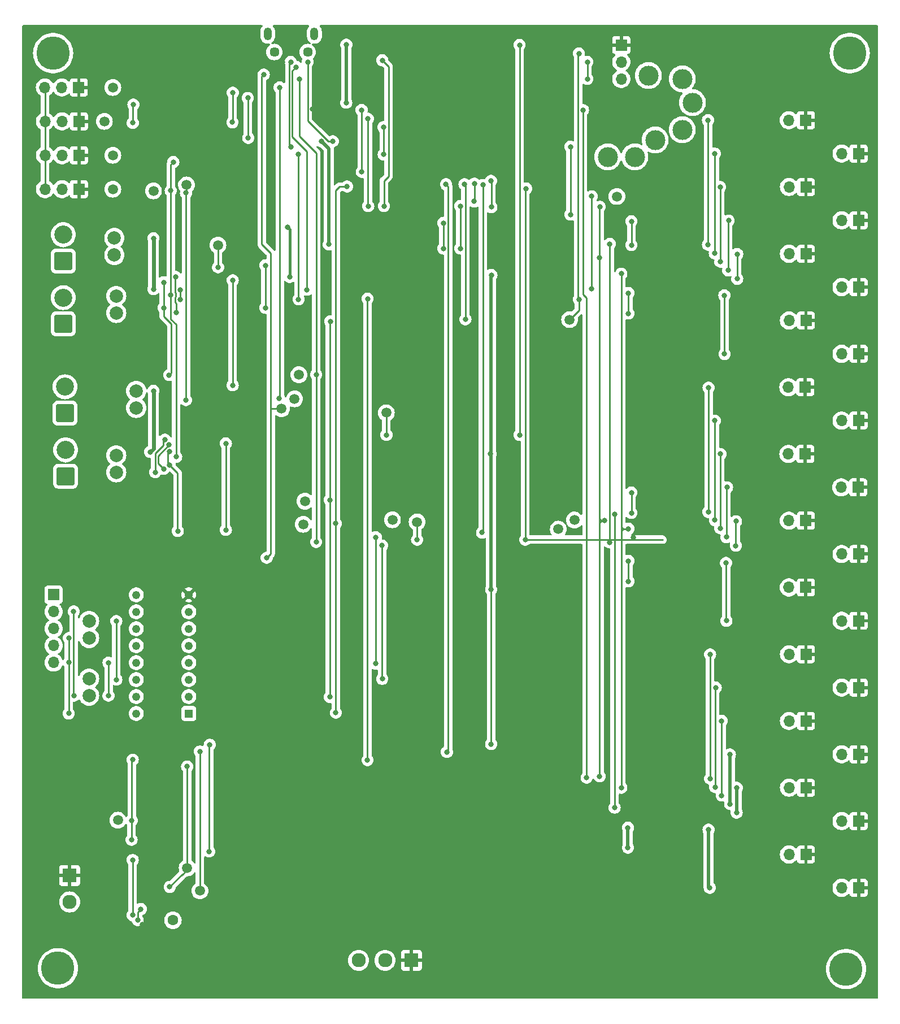
<source format=gbr>
%TF.GenerationSoftware,KiCad,Pcbnew,7.0.10*%
%TF.CreationDate,2024-04-07T12:33:45-04:00*%
%TF.ProjectId,477grp2_pcb,34373767-7270-4325-9f70-63622e6b6963,rev?*%
%TF.SameCoordinates,Original*%
%TF.FileFunction,Copper,L2,Bot*%
%TF.FilePolarity,Positive*%
%FSLAX46Y46*%
G04 Gerber Fmt 4.6, Leading zero omitted, Abs format (unit mm)*
G04 Created by KiCad (PCBNEW 7.0.10) date 2024-04-07 12:33:45*
%MOMM*%
%LPD*%
G01*
G04 APERTURE LIST*
G04 Aperture macros list*
%AMRoundRect*
0 Rectangle with rounded corners*
0 $1 Rounding radius*
0 $2 $3 $4 $5 $6 $7 $8 $9 X,Y pos of 4 corners*
0 Add a 4 corners polygon primitive as box body*
4,1,4,$2,$3,$4,$5,$6,$7,$8,$9,$2,$3,0*
0 Add four circle primitives for the rounded corners*
1,1,$1+$1,$2,$3*
1,1,$1+$1,$4,$5*
1,1,$1+$1,$6,$7*
1,1,$1+$1,$8,$9*
0 Add four rect primitives between the rounded corners*
20,1,$1+$1,$2,$3,$4,$5,0*
20,1,$1+$1,$4,$5,$6,$7,0*
20,1,$1+$1,$6,$7,$8,$9,0*
20,1,$1+$1,$8,$9,$2,$3,0*%
G04 Aperture macros list end*
%TA.AperFunction,ComponentPad*%
%ADD10O,1.200000X1.900000*%
%TD*%
%TA.AperFunction,ComponentPad*%
%ADD11C,1.450000*%
%TD*%
%TA.AperFunction,ComponentPad*%
%ADD12C,0.800000*%
%TD*%
%TA.AperFunction,ComponentPad*%
%ADD13C,5.000000*%
%TD*%
%TA.AperFunction,ComponentPad*%
%ADD14R,1.219200X1.219200*%
%TD*%
%TA.AperFunction,ComponentPad*%
%ADD15C,1.219200*%
%TD*%
%TA.AperFunction,ComponentPad*%
%ADD16R,1.700000X1.700000*%
%TD*%
%TA.AperFunction,ComponentPad*%
%ADD17O,1.700000X1.700000*%
%TD*%
%TA.AperFunction,ComponentPad*%
%ADD18C,2.000000*%
%TD*%
%TA.AperFunction,ComponentPad*%
%ADD19RoundRect,0.250001X1.099999X-1.099999X1.099999X1.099999X-1.099999X1.099999X-1.099999X-1.099999X0*%
%TD*%
%TA.AperFunction,ComponentPad*%
%ADD20C,2.700000*%
%TD*%
%TA.AperFunction,ComponentPad*%
%ADD21R,2.128000X2.128000*%
%TD*%
%TA.AperFunction,ComponentPad*%
%ADD22C,2.128000*%
%TD*%
%TA.AperFunction,ViaPad*%
%ADD23C,0.800000*%
%TD*%
%TA.AperFunction,ViaPad*%
%ADD24C,4.000000*%
%TD*%
%TA.AperFunction,ViaPad*%
%ADD25C,6.000000*%
%TD*%
%TA.AperFunction,ViaPad*%
%ADD26C,0.600000*%
%TD*%
%TA.AperFunction,ViaPad*%
%ADD27C,2.500000*%
%TD*%
%TA.AperFunction,ViaPad*%
%ADD28C,1.500000*%
%TD*%
%TA.AperFunction,ViaPad*%
%ADD29C,3.000000*%
%TD*%
%TA.AperFunction,ViaPad*%
%ADD30C,1.600000*%
%TD*%
%TA.AperFunction,Conductor*%
%ADD31C,0.500000*%
%TD*%
%TA.AperFunction,Conductor*%
%ADD32C,0.250000*%
%TD*%
%TA.AperFunction,Conductor*%
%ADD33C,0.400000*%
%TD*%
%TA.AperFunction,Conductor*%
%ADD34C,0.600000*%
%TD*%
G04 APERTURE END LIST*
D10*
%TO.P,J1,6,Shield*%
%TO.N,unconnected-(J1-Shield-Pad6)*%
X70850000Y-33906190D03*
D11*
X69850000Y-36606190D03*
X64850000Y-36606190D03*
D10*
X63850000Y-33906190D03*
%TD*%
D12*
%TO.P,H4,1*%
%TO.N,N/C*%
X33569175Y-36774175D03*
X33020000Y-38100000D03*
X33020000Y-35448350D03*
X31694175Y-38649175D03*
D13*
X31694175Y-36774175D03*
D12*
X31694175Y-34899175D03*
X30368350Y-38100000D03*
X30368350Y-35448350D03*
X29819175Y-36774175D03*
%TD*%
D14*
%TO.P,U2,1,IN1*%
%TO.N,Net-(U2-IN1)*%
X52030197Y-135713480D03*
D15*
%TO.P,U2,2,IN2*%
%TO.N,Net-(U2-IN2)*%
X52030197Y-133173480D03*
%TO.P,U2,3,IN3*%
%TO.N,Net-(U2-IN3)*%
X52030197Y-130633480D03*
%TO.P,U2,4,IN4*%
%TO.N,Net-(U2-IN4)*%
X52030197Y-128093480D03*
%TO.P,U2,5,IN5*%
%TO.N,unconnected-(U2-IN5-Pad5)*%
X52030197Y-125553480D03*
%TO.P,U2,6,IN6*%
%TO.N,unconnected-(U2-IN6-Pad6)*%
X52030197Y-123013480D03*
%TO.P,U2,7,IN7*%
%TO.N,unconnected-(U2-IN7-Pad7)*%
X52030197Y-120473480D03*
%TO.P,U2,8,GND*%
%TO.N,GND*%
X52030197Y-117933480D03*
%TO.P,U2,9,COMMON_FREE_WHEELING_DIODES*%
%TO.N,+5V*%
X44160200Y-117933480D03*
%TO.P,U2,10,OUT7*%
%TO.N,unconnected-(U2-OUT7-Pad10)*%
X44160200Y-120473480D03*
%TO.P,U2,11,OUT6*%
%TO.N,unconnected-(U2-OUT6-Pad11)*%
X44160200Y-123013480D03*
%TO.P,U2,12,OUT5*%
%TO.N,unconnected-(U2-OUT5-Pad12)*%
X44160200Y-125553480D03*
%TO.P,U2,13,OUT4*%
%TO.N,Net-(D9-A1)*%
X44160200Y-128093480D03*
%TO.P,U2,14,OUT3*%
%TO.N,Net-(D10-A1)*%
X44160200Y-130633480D03*
%TO.P,U2,15,OUT2*%
%TO.N,Net-(D9-A2)*%
X44160200Y-133173480D03*
%TO.P,U2,16,OUT1*%
%TO.N,Net-(D10-A2)*%
X44160200Y-135713480D03*
%TD*%
D12*
%TO.P,H2,1*%
%TO.N,N/C*%
X34290000Y-173878341D03*
X33740825Y-175204166D03*
X33740825Y-172552516D03*
X32415000Y-175753341D03*
D13*
X32415000Y-173878341D03*
D12*
X32415000Y-172003341D03*
X31089175Y-175204166D03*
X31089175Y-172552516D03*
X30540000Y-173878341D03*
%TD*%
D16*
%TO.P,D39,1,K*%
%TO.N,GND*%
X152333109Y-101827736D03*
D17*
%TO.P,D39,2,A*%
%TO.N,Net-(D39-A)*%
X149793109Y-101827736D03*
%TD*%
D16*
%TO.P,D37,1,K*%
%TO.N,GND*%
X152400000Y-111821145D03*
D17*
%TO.P,D37,2,A*%
%TO.N,Net-(D37-A)*%
X149860000Y-111821145D03*
%TD*%
D16*
%TO.P,D35,1,K*%
%TO.N,GND*%
X152400000Y-121821145D03*
D17*
%TO.P,D35,2,A*%
%TO.N,Net-(D35-A)*%
X149860000Y-121821145D03*
%TD*%
D18*
%TO.P,D10,1,A1*%
%TO.N,Net-(D10-A1)*%
X37083967Y-121854431D03*
%TO.P,D10,2,A2*%
%TO.N,Net-(D10-A2)*%
X37083967Y-124394431D03*
%TD*%
D16*
%TO.P,J4,1,Pin_1*%
%TO.N,GND*%
X35560000Y-52070000D03*
D17*
%TO.P,J4,2,Pin_2*%
%TO.N,Net-(J4-Pin_2)*%
X33020000Y-52070000D03*
%TO.P,J4,3,Pin_3*%
%TO.N,+3.3V*%
X30480000Y-52070000D03*
%TD*%
D16*
%TO.P,J6,1,Pin_1*%
%TO.N,GND*%
X35545000Y-41910000D03*
D17*
%TO.P,J6,2,Pin_2*%
%TO.N,Net-(J6-Pin_2)*%
X33005000Y-41910000D03*
%TO.P,J6,3,Pin_3*%
%TO.N,+3.3V*%
X30465000Y-41910000D03*
%TD*%
D16*
%TO.P,D49,1,K*%
%TO.N,GND*%
X152400000Y-131821145D03*
D17*
%TO.P,D49,2,A*%
%TO.N,Net-(D49-A)*%
X149860000Y-131821145D03*
%TD*%
D16*
%TO.P,D29,1,K*%
%TO.N,GND*%
X152400000Y-71821145D03*
D17*
%TO.P,D29,2,A*%
%TO.N,Net-(D29-A)*%
X149860000Y-71821145D03*
%TD*%
D12*
%TO.P,H3,1*%
%TO.N,N/C*%
X152949175Y-36774175D03*
X152400000Y-38100000D03*
X152400000Y-35448350D03*
X151074175Y-38649175D03*
D13*
X151074175Y-36774175D03*
D12*
X151074175Y-34899175D03*
X149748350Y-38100000D03*
X149748350Y-35448350D03*
X149199175Y-36774175D03*
%TD*%
D19*
%TO.P,M2,1,+*%
%TO.N,Net-(D6-A2)*%
X33226635Y-67931330D03*
D20*
%TO.P,M2,2,-*%
%TO.N,Net-(D6-A1)*%
X33226635Y-63971330D03*
%TD*%
D16*
%TO.P,D42,1,K*%
%TO.N,GND*%
X144424501Y-86821145D03*
D17*
%TO.P,D42,2,A*%
%TO.N,Net-(D42-A)*%
X141884501Y-86821145D03*
%TD*%
D16*
%TO.P,D30,1,K*%
%TO.N,GND*%
X144516193Y-66821145D03*
D17*
%TO.P,D30,2,A*%
%TO.N,Net-(D30-A)*%
X141976193Y-66821145D03*
%TD*%
D16*
%TO.P,J5,1,Pin_1*%
%TO.N,GND*%
X35560000Y-57150000D03*
D17*
%TO.P,J5,2,Pin_2*%
%TO.N,Net-(J5-Pin_2)*%
X33020000Y-57150000D03*
%TO.P,J5,3,Pin_3*%
%TO.N,+3.3V*%
X30480000Y-57150000D03*
%TD*%
D18*
%TO.P,D9,1,A1*%
%TO.N,Net-(D9-A1)*%
X37083967Y-133034611D03*
%TO.P,D9,2,A2*%
%TO.N,Net-(D9-A2)*%
X37083967Y-130494611D03*
%TD*%
D16*
%TO.P,D43,1,K*%
%TO.N,GND*%
X152400000Y-161821145D03*
D17*
%TO.P,D43,2,A*%
%TO.N,Net-(D43-A)*%
X149860000Y-161821145D03*
%TD*%
D16*
%TO.P,D46,1,K*%
%TO.N,GND*%
X144516193Y-146821145D03*
D17*
%TO.P,D46,2,A*%
%TO.N,Net-(D46-A)*%
X141976193Y-146821145D03*
%TD*%
D16*
%TO.P,D31,1,K*%
%TO.N,GND*%
X152400000Y-61821145D03*
D17*
%TO.P,D31,2,A*%
%TO.N,Net-(D31-A)*%
X149860000Y-61821145D03*
%TD*%
D18*
%TO.P,D5,1,A1*%
%TO.N,Net-(D5-A1)*%
X41148000Y-73152000D03*
%TO.P,D5,2,A2*%
%TO.N,Net-(D5-A2)*%
X41148000Y-75692000D03*
%TD*%
D16*
%TO.P,D33,1,K*%
%TO.N,GND*%
X152400000Y-51821145D03*
D17*
%TO.P,D33,2,A*%
%TO.N,Net-(D33-A)*%
X149860000Y-51821145D03*
%TD*%
D16*
%TO.P,D41,1,K*%
%TO.N,GND*%
X152400000Y-91821145D03*
D17*
%TO.P,D41,2,A*%
%TO.N,Net-(D41-A)*%
X149860000Y-91821145D03*
%TD*%
D16*
%TO.P,D45,1,K*%
%TO.N,GND*%
X152400000Y-151821145D03*
D17*
%TO.P,D45,2,A*%
%TO.N,Net-(D45-A)*%
X149860000Y-151821145D03*
%TD*%
D21*
%TO.P,J9,1,1*%
%TO.N,GND*%
X34170272Y-159978680D03*
D22*
%TO.P,J9,2,2*%
%TO.N,/18V_IN*%
X34170272Y-163938680D03*
%TD*%
D12*
%TO.P,H1,1*%
%TO.N,N/C*%
X152400000Y-173990000D03*
X151850825Y-175315825D03*
X151850825Y-172664175D03*
X150525000Y-175865000D03*
D13*
X150525000Y-173990000D03*
D12*
X150525000Y-172115000D03*
X149199175Y-175315825D03*
X149199175Y-172664175D03*
X148650000Y-173990000D03*
%TD*%
D16*
%TO.P,D38,1,K*%
%TO.N,GND*%
X144502713Y-106821145D03*
D17*
%TO.P,D38,2,A*%
%TO.N,Net-(D38-A)*%
X141962713Y-106821145D03*
%TD*%
D16*
%TO.P,D48,1,K*%
%TO.N,GND*%
X144516193Y-136821145D03*
D17*
%TO.P,D48,2,A*%
%TO.N,Net-(D48-A)*%
X141976193Y-136821145D03*
%TD*%
D19*
%TO.P,M12,1,+*%
%TO.N,Net-(D8-A2)*%
X33494750Y-90718578D03*
D20*
%TO.P,M12,2,-*%
%TO.N,Net-(D8-A1)*%
X33494750Y-86758578D03*
%TD*%
D16*
%TO.P,D34,1,K*%
%TO.N,GND*%
X144498120Y-46821145D03*
D17*
%TO.P,D34,2,A*%
%TO.N,Net-(D34-A)*%
X141958120Y-46821145D03*
%TD*%
D18*
%TO.P,D8,1,A1*%
%TO.N,Net-(D8-A1)*%
X44151554Y-87382399D03*
%TO.P,D8,2,A2*%
%TO.N,Net-(D8-A2)*%
X44151554Y-89922399D03*
%TD*%
D16*
%TO.P,D28,1,K*%
%TO.N,GND*%
X144516193Y-76821145D03*
D17*
%TO.P,D28,2,A*%
%TO.N,Net-(D28-A)*%
X141976193Y-76821145D03*
%TD*%
D21*
%TO.P,J10,1,1*%
%TO.N,GND*%
X85400295Y-172683852D03*
D22*
%TO.P,J10,2,2*%
%TO.N,+5V*%
X81440295Y-172683852D03*
%TO.P,J10,3,3*%
%TO.N,Volt_Reg_In*%
X77480295Y-172683852D03*
%TD*%
D16*
%TO.P,J7,1,Pin_1*%
%TO.N,GND*%
X35560000Y-46990000D03*
D17*
%TO.P,J7,2,Pin_2*%
%TO.N,Net-(J7-Pin_2)*%
X33020000Y-46990000D03*
%TO.P,J7,3,Pin_3*%
%TO.N,+3.3V*%
X30480000Y-46990000D03*
%TD*%
D18*
%TO.P,D7,1,A1*%
%TO.N,Net-(D7-A1)*%
X41148000Y-97028000D03*
%TO.P,D7,2,A2*%
%TO.N,Net-(D7-A2)*%
X41148000Y-99568000D03*
%TD*%
D16*
%TO.P,D44,1,K*%
%TO.N,GND*%
X144516193Y-156821145D03*
D17*
%TO.P,D44,2,A*%
%TO.N,Net-(D44-A)*%
X141976193Y-156821145D03*
%TD*%
D19*
%TO.P,M1,1,+*%
%TO.N,Net-(D7-A2)*%
X33572928Y-100152078D03*
D20*
%TO.P,M1,2,-*%
%TO.N,Net-(D7-A1)*%
X33572928Y-96192078D03*
%TD*%
D19*
%TO.P,M3,1,+*%
%TO.N,Net-(D5-A2)*%
X33217507Y-77353258D03*
D20*
%TO.P,M3,2,-*%
%TO.N,Net-(D5-A1)*%
X33217507Y-73393258D03*
%TD*%
D16*
%TO.P,D36,1,K*%
%TO.N,GND*%
X144502713Y-116821145D03*
D17*
%TO.P,D36,2,A*%
%TO.N,Net-(D36-A)*%
X141962713Y-116821145D03*
%TD*%
D16*
%TO.P,D27,1,K*%
%TO.N,GND*%
X152400000Y-81821145D03*
D17*
%TO.P,D27,2,A*%
%TO.N,Net-(D27-A)*%
X149860000Y-81821145D03*
%TD*%
D16*
%TO.P,D47,1,K*%
%TO.N,GND*%
X152400000Y-141821145D03*
D17*
%TO.P,D47,2,A*%
%TO.N,Net-(D47-A)*%
X149860000Y-141821145D03*
%TD*%
D16*
%TO.P,D40,1,K*%
%TO.N,GND*%
X144424501Y-96821145D03*
D17*
%TO.P,D40,2,A*%
%TO.N,Net-(D40-A)*%
X141884501Y-96821145D03*
%TD*%
D16*
%TO.P,D32,1,K*%
%TO.N,GND*%
X144516193Y-56821145D03*
D17*
%TO.P,D32,2,A*%
%TO.N,Net-(D32-A)*%
X141976193Y-56821145D03*
%TD*%
D18*
%TO.P,D6,1,A1*%
%TO.N,Net-(D6-A1)*%
X40876889Y-64464682D03*
%TO.P,D6,2,A2*%
%TO.N,Net-(D6-A2)*%
X40876889Y-67004682D03*
%TD*%
D16*
%TO.P,D50,1,K*%
%TO.N,GND*%
X144516193Y-126821145D03*
D17*
%TO.P,D50,2,A*%
%TO.N,Net-(D50-A)*%
X141976193Y-126821145D03*
%TD*%
D16*
%TO.P,J8,1,1*%
%TO.N,+5V*%
X31768125Y-117909684D03*
D17*
%TO.P,J8,2,2*%
%TO.N,Net-(D9-A1)*%
X31768125Y-120449684D03*
%TO.P,J8,3,3*%
%TO.N,Net-(D10-A1)*%
X31768125Y-122989684D03*
%TO.P,J8,4,4*%
%TO.N,Net-(D9-A2)*%
X31768125Y-125529684D03*
%TO.P,J8,5,5*%
%TO.N,Net-(D10-A2)*%
X31768125Y-128069684D03*
%TD*%
D16*
%TO.P,J3,1,Pin_1*%
%TO.N,GND*%
X116840000Y-35560000D03*
D17*
%TO.P,J3,2,Pin_2*%
%TO.N,RXD*%
X116840000Y-38100000D03*
%TO.P,J3,3,Pin_3*%
%TO.N,TXD*%
X116840000Y-40640000D03*
%TD*%
D23*
%TO.N,+3.3V*%
X97340542Y-117130638D03*
X55171807Y-140385822D03*
X97375496Y-70024461D03*
X73011056Y-65418296D03*
X97338859Y-140289577D03*
X97264928Y-96795403D03*
X66797676Y-62882400D03*
X71883945Y-49970218D03*
X55070543Y-156385502D03*
X67139225Y-70294013D03*
%TO.N,GND*%
X65629040Y-150265403D03*
X76792018Y-34115261D03*
X79328478Y-146335616D03*
X118867506Y-69331801D03*
X78928007Y-154158101D03*
X67998103Y-147303411D03*
X78128473Y-164039799D03*
X79280618Y-149829384D03*
X70267324Y-149896756D03*
X78908649Y-160626155D03*
X78089714Y-160638563D03*
X127000000Y-119380000D03*
X102870000Y-138430000D03*
X80927314Y-149013910D03*
X79872425Y-152556022D03*
X46387206Y-100735473D03*
X68002992Y-148133557D03*
X46684053Y-75315691D03*
X42413432Y-94069786D03*
X47336069Y-79937777D03*
X63336999Y-154367156D03*
X64139405Y-154366728D03*
X68003420Y-148935963D03*
X62506853Y-154372045D03*
X118686725Y-109290839D03*
X82089485Y-119424865D03*
D24*
X93929441Y-41516414D03*
D23*
X79757835Y-161535487D03*
D25*
X101600000Y-170180000D03*
D23*
X50800000Y-115570000D03*
X81855095Y-33912187D03*
X66476471Y-150256859D03*
X118529810Y-149273154D03*
X80083024Y-149828956D03*
X44869922Y-104605406D03*
X68629455Y-146321892D03*
X79592727Y-153408297D03*
X67389883Y-158487989D03*
X69464918Y-149897184D03*
X54468384Y-75748964D03*
X68634772Y-149902073D03*
X54018914Y-163933698D03*
X78498332Y-146340505D03*
D26*
X67778074Y-153848758D03*
D23*
X79763152Y-163165380D03*
X67298817Y-150276039D03*
X80940046Y-148160909D03*
X68220029Y-158483100D03*
X66040000Y-38100000D03*
X45104964Y-167332589D03*
X78450472Y-149834273D03*
X82514523Y-131796528D03*
X70262007Y-146316575D03*
X107510624Y-63621439D03*
D27*
X74336010Y-154134132D03*
D23*
X112164798Y-33768765D03*
X78947408Y-164027391D03*
X53989308Y-99937064D03*
X76792018Y-37029813D03*
X127000000Y-160020000D03*
X69022435Y-158482672D03*
X70568405Y-45166774D03*
X62230000Y-77470000D03*
X109220000Y-118110000D03*
X86759626Y-64000938D03*
X42958991Y-70848278D03*
X80940046Y-147282445D03*
X127005131Y-79001666D03*
X79750744Y-162346445D03*
X69459601Y-146317003D03*
X62781931Y-101058637D03*
X80130884Y-146335188D03*
%TO.N,/ESP_3V3*%
X75638150Y-35493393D03*
X75628733Y-44183935D03*
%TO.N,+5V*%
X118364000Y-102616000D03*
X118364000Y-61976000D03*
X118364000Y-65532000D03*
X118364000Y-105664000D03*
%TO.N,GPIO0*%
X109220000Y-60960000D03*
X90170000Y-62230000D03*
X90170000Y-66040000D03*
X109220000Y-50800000D03*
%TO.N,CHIP_PU*%
X92710000Y-59690000D03*
X92710000Y-66040000D03*
X81030397Y-37850397D03*
X81280000Y-59690000D03*
%TO.N,GPIO19*%
X69850000Y-38100000D03*
X73602977Y-49966995D03*
%TO.N,GPIO20*%
X67310000Y-50800000D03*
X67310000Y-38100000D03*
%TO.N,TXD*%
X111760000Y-40640000D03*
X111760000Y-38100000D03*
%TO.N,PIR1*%
X77949135Y-54556530D03*
X77927317Y-45297935D03*
%TO.N,PIR2*%
X78918716Y-59696350D03*
X78864494Y-46608099D03*
%TO.N,PIR3*%
X58572360Y-47122848D03*
X58616674Y-42691416D03*
%TO.N,PIR4*%
X60933034Y-49481721D03*
X60863955Y-43487220D03*
%TO.N,MD1-1*%
X63271963Y-39977198D03*
D28*
X65925338Y-90056978D03*
D23*
X63698456Y-112384508D03*
%TO.N,Net-(U8-AIN1)*%
X49153664Y-98479294D03*
X49155680Y-96452611D03*
X50381190Y-108363211D03*
%TO.N,MD1-2*%
X71119999Y-110010538D03*
X68580000Y-40640000D03*
X71119999Y-84925705D03*
D28*
X68527051Y-84955905D03*
D23*
%TO.N,Net-(U8-AIN2)*%
X57582131Y-108202491D03*
X49089327Y-95454813D03*
X48260000Y-99060000D03*
X57582131Y-95244176D03*
D28*
%TO.N,MD2-1*%
X67884927Y-88565232D03*
D23*
X65652095Y-41910000D03*
X65552732Y-88541808D03*
%TO.N,Net-(U10-AIN1)*%
X58615582Y-70795565D03*
X50729136Y-73712879D03*
X58607065Y-86522769D03*
X50729136Y-72262879D03*
D28*
%TO.N,MD2-2*%
X51693046Y-56517614D03*
D23*
X51601039Y-88743986D03*
X51616553Y-57723015D03*
%TO.N,Net-(U10-AIN2)*%
X48260000Y-74937879D03*
X48260000Y-71120000D03*
X49084025Y-84997087D03*
%TO.N,SMD1*%
X75750650Y-56765265D03*
D28*
X69179076Y-107355530D03*
D23*
X74061252Y-135587702D03*
X74061252Y-107240615D03*
D28*
%TO.N,Net-(J4-Pin_2)*%
X40640000Y-52070000D03*
D23*
%TO.N,SMD2*%
X93482169Y-76657444D03*
D28*
X69440442Y-103903242D03*
D23*
X73242522Y-76964333D03*
X93352238Y-56408381D03*
X73180413Y-103721778D03*
X73180413Y-133242581D03*
D28*
%TO.N,Net-(J5-Pin_2)*%
X40640000Y-57150000D03*
D23*
%TO.N,SMD3*%
X80989416Y-110536426D03*
X102437300Y-109667938D03*
X86241233Y-109667938D03*
X81026232Y-130516640D03*
D28*
X86241233Y-107004414D03*
D23*
X102582300Y-57071300D03*
%TO.N,Net-(J6-Pin_2)*%
X43638431Y-47211477D03*
D28*
X40640000Y-41910000D03*
D23*
X43727059Y-44464936D03*
%TO.N,SMD4*%
X80038040Y-109306839D03*
X95985371Y-108601856D03*
X96092297Y-56530979D03*
D28*
X82540427Y-106678981D03*
D23*
X80038040Y-128252520D03*
D28*
%TO.N,Net-(J7-Pin_2)*%
X39370000Y-46990000D03*
D23*
%TO.N,CC-2*%
X53698668Y-141401280D03*
D28*
X53696945Y-162268267D03*
D23*
X90571944Y-56420962D03*
X90712045Y-141483400D03*
%TO.N,CC-1*%
X43451087Y-154626238D03*
X68478962Y-73649933D03*
X78812261Y-142683881D03*
D28*
X41393388Y-151695117D03*
D23*
X43621944Y-142629360D03*
X81244147Y-51967107D03*
X43621870Y-157659168D03*
X81197702Y-47856670D03*
X68471601Y-51897439D03*
X43621944Y-165928885D03*
X43472715Y-151728002D03*
X78815324Y-73572796D03*
%TO.N,CC-3*%
X111095880Y-45306176D03*
X51783063Y-143654433D03*
D28*
X51780404Y-158837891D03*
D23*
X111647199Y-145317712D03*
X49176554Y-161692622D03*
%TO.N,Net-(U11-QB)*%
X132313227Y-81847966D03*
X132287738Y-73054067D03*
%TO.N,Net-(U11-QA)*%
X117906901Y-75775145D03*
X117906901Y-72727145D03*
%TO.N,Net-(U11-QD)*%
X134212933Y-70583550D03*
X134212933Y-66883379D03*
%TO.N,Net-(U11-QE)*%
X132856204Y-69319325D03*
X132917873Y-61857313D03*
%TO.N,Net-(U11-QF)*%
X131650346Y-56819989D03*
X131684483Y-68024265D03*
%TO.N,Net-(U11-QG)*%
X130859455Y-66761450D03*
X130868830Y-51822534D03*
%TO.N,Net-(U11-QH)*%
X129836655Y-46810971D03*
X129833922Y-65471145D03*
%TO.N,Net-(U12-QB)*%
X132591996Y-121819222D03*
X132537356Y-113131478D03*
%TO.N,Net-(U12-QA)*%
X117906901Y-115907145D03*
X117906901Y-112859145D03*
%TO.N,Net-(U12-QD)*%
X134028374Y-106908617D03*
X134005715Y-110579336D03*
%TO.N,Net-(U12-QE)*%
X132600872Y-109287787D03*
X132691507Y-101833055D03*
%TO.N,Net-(U12-QF)*%
X131683663Y-107953077D03*
X131690124Y-96837324D03*
%TO.N,Net-(U12-QG)*%
X130841494Y-91840544D03*
X130873680Y-106742301D03*
%TO.N,Net-(U12-QH)*%
X129890309Y-105508364D03*
X129932905Y-86882374D03*
%TO.N,Net-(U13-QB)*%
X129923140Y-153114443D03*
X130095315Y-161809283D03*
%TO.N,Net-(U13-QA)*%
X117840901Y-155821145D03*
X117840901Y-152821145D03*
%TO.N,Net-(U13-QD)*%
X134146405Y-146848156D03*
X134127380Y-150558045D03*
%TO.N,Net-(U13-QE)*%
X133157102Y-149264340D03*
X133121456Y-141840264D03*
%TO.N,Net-(U13-QF)*%
X131891567Y-136826110D03*
X131891568Y-147989704D03*
%TO.N,Net-(U13-QG)*%
X130918911Y-146723780D03*
X130987342Y-131814195D03*
%TO.N,Net-(U13-QH)*%
X130154273Y-126854965D03*
X130156251Y-145484206D03*
%TO.N,LATCH*%
X68119701Y-38851020D03*
X116840901Y-146821145D03*
X117906901Y-108033145D03*
X116840901Y-69821145D03*
D28*
X107409368Y-108081145D03*
D23*
X69727322Y-72207566D03*
%TO.N,STBY*%
X49710286Y-53089249D03*
X49328570Y-72994827D03*
X50132081Y-97258701D03*
X49328570Y-57362063D03*
D28*
X46730898Y-57411867D03*
D23*
%TO.N,SER*%
X94790444Y-58992276D03*
X112407412Y-58234611D03*
X112407412Y-72067959D03*
D28*
X116181758Y-58241673D03*
D23*
X94830214Y-56347574D03*
%TO.N,CLK*%
X97326672Y-55898655D03*
X114350901Y-106763145D03*
X113588901Y-67393145D03*
D28*
X109816393Y-106721330D03*
D23*
X113588901Y-145117145D03*
X97367515Y-59823803D03*
X113622446Y-59786195D03*
D29*
%TO.N,unconnected-(U3-SPIIO6{slash}GPIO35{slash}FSPID{slash}SUBSPID-Pad28)*%
X114808000Y-52324000D03*
%TO.N,unconnected-(U3-SPIIO7{slash}GPIO36{slash}FSPICLK{slash}SUBSPICLK-Pad29)*%
X118872000Y-52324000D03*
%TO.N,unconnected-(U3-SPIDQS{slash}GPIO37{slash}FSPIQ{slash}SUBSPIQ-Pad30)*%
X121920000Y-49784000D03*
%TO.N,unconnected-(U3-MTCK{slash}GPIO39{slash}CLK_OUT3{slash}SUBSPICS1-Pad32)*%
X125984000Y-48260000D03*
%TO.N,unconnected-(U3-MTDO{slash}GPIO40{slash}CLK_OUT2-Pad33)*%
X127508000Y-44196000D03*
%TO.N,unconnected-(U3-MTDI{slash}GPIO41{slash}CLK_OUT1-Pad34)*%
X125984000Y-40640000D03*
%TO.N,unconnected-(U3-MTMS{slash}GPIO42-Pad35)*%
X120904000Y-40132000D03*
D28*
%TO.N,MD2*%
X109098216Y-76692701D03*
D23*
X110490000Y-36830000D03*
X110490000Y-73660000D03*
X63500000Y-74930000D03*
X63500000Y-68580000D03*
%TO.N,MD1*%
X81646713Y-93980000D03*
X101600000Y-35560000D03*
D28*
X81616587Y-90657872D03*
D23*
X101600000Y-93980000D03*
%TO.N,Net-(U11-QH')*%
X115112901Y-110065145D03*
X115112901Y-65361145D03*
%TO.N,Net-(U12-QH')*%
X115840901Y-149821145D03*
X115840901Y-105821145D03*
D30*
%TO.N,unconnected-(U23-EXP-Pad9)*%
X49650373Y-166678885D03*
D23*
%TO.N,Net-(D6-A1)*%
X46736000Y-72136000D03*
X46736000Y-64516000D03*
%TO.N,Net-(D8-A1)*%
X46736000Y-87376000D03*
X46228000Y-96520000D03*
%TO.N,Net-(D9-A1)*%
X34791413Y-133036261D03*
X40001601Y-128100399D03*
X34785194Y-120434656D03*
X39997868Y-133030599D03*
%TO.N,Net-(D10-A2)*%
X34060194Y-128069282D03*
X34060194Y-124398665D03*
X34034345Y-135700595D03*
%TO.N,Net-(D14-K)*%
X44854905Y-165004737D03*
X44368432Y-166656183D03*
%TO.N,Net-(D10-A1)*%
X41162934Y-130629091D03*
X41163213Y-121850744D03*
%TO.N,Net-(U8-PWMA)*%
X46990000Y-99555822D03*
X48446039Y-94689185D03*
D28*
%TO.N,Net-(U10-PWMA)*%
X56388000Y-65532000D03*
D23*
X56418126Y-68854128D03*
X50053570Y-70312879D03*
X50140535Y-75662879D03*
%TD*%
D31*
%TO.N,+3.3V*%
X97264928Y-96795403D02*
X97340542Y-96719789D01*
D32*
X97333781Y-117137399D02*
X97340542Y-117130638D01*
X97338859Y-117132321D02*
X97340542Y-117130638D01*
D31*
X73011056Y-65418296D02*
X73011056Y-51097329D01*
D33*
X67139225Y-70294013D02*
X67139225Y-63223949D01*
D32*
X30480000Y-52070000D02*
X30480000Y-46990000D01*
X30480000Y-52070000D02*
X30480000Y-57150000D01*
D31*
X97340542Y-117130638D02*
X97340542Y-96871017D01*
D32*
X30480000Y-46990000D02*
X30480000Y-41925000D01*
D31*
X73011056Y-51097329D02*
X71883945Y-49970218D01*
D32*
X55070543Y-140487086D02*
X55171807Y-140385822D01*
D31*
X97340542Y-96871017D02*
X97264928Y-96795403D01*
X97340542Y-96719789D02*
X97340542Y-70059415D01*
D33*
X67139225Y-63223949D02*
X66797676Y-62882400D01*
D32*
X30480000Y-41925000D02*
X30465000Y-41910000D01*
X97340542Y-70059415D02*
X97375496Y-70024461D01*
X55070543Y-156385502D02*
X55070543Y-140487086D01*
X97338859Y-140289577D02*
X97338859Y-117132321D01*
%TO.N,GND*%
X76792018Y-37029813D02*
X76792018Y-34115261D01*
%TO.N,/ESP_3V3*%
X75628733Y-35502810D02*
X75638150Y-35493393D01*
D31*
X75628733Y-44183935D02*
X75628733Y-35502810D01*
D32*
%TO.N,+5V*%
X118364000Y-65532000D02*
X118364000Y-61976000D01*
X118364000Y-105664000D02*
X118364000Y-102616000D01*
%TO.N,GPIO0*%
X90170000Y-66040000D02*
X90170000Y-62230000D01*
X109220000Y-60960000D02*
X109220000Y-50800000D01*
%TO.N,CHIP_PU*%
X92710000Y-66040000D02*
X92710000Y-59690000D01*
X81969147Y-38789147D02*
X81969147Y-55190853D01*
X81969147Y-55190853D02*
X81280000Y-55880000D01*
X81030397Y-37850397D02*
X81969147Y-38789147D01*
X81280000Y-59690000D02*
X81280000Y-55880000D01*
%TO.N,GPIO19*%
X72906027Y-49966995D02*
X69843405Y-46904373D01*
X73602977Y-49966995D02*
X72906027Y-49966995D01*
X69843405Y-38106595D02*
X69850000Y-38100000D01*
X69843405Y-46904373D02*
X69843405Y-38106595D01*
%TO.N,GPIO20*%
X67101999Y-38308001D02*
X67101999Y-50591999D01*
X67310000Y-38100000D02*
X67101999Y-38308001D01*
X67101999Y-50591999D02*
X67310000Y-50800000D01*
%TO.N,TXD*%
X111760000Y-40640000D02*
X111760000Y-38100000D01*
%TO.N,PIR1*%
X77927317Y-45297935D02*
X77927317Y-54534712D01*
X77927317Y-54534712D02*
X77949135Y-54556530D01*
%TO.N,PIR2*%
X78864494Y-59642128D02*
X78918716Y-59696350D01*
X78864494Y-46608099D02*
X78864494Y-59642128D01*
%TO.N,PIR3*%
X58616674Y-42691416D02*
X58616674Y-47078534D01*
X58616674Y-47078534D02*
X58572360Y-47122848D01*
%TO.N,PIR4*%
X60863955Y-43487220D02*
X60863955Y-49412642D01*
X60863955Y-49412642D02*
X60933034Y-49481721D01*
%TO.N,MD1-1*%
X64307133Y-111775831D02*
X63698456Y-112384508D01*
X65868653Y-90000293D02*
X65925338Y-90056978D01*
X64307133Y-90000293D02*
X65868653Y-90000293D01*
X62978484Y-65405015D02*
X64307133Y-66733664D01*
X62978484Y-40270677D02*
X62978484Y-65405015D01*
X64307133Y-66733664D02*
X64307133Y-90000293D01*
X64307133Y-90000293D02*
X64307133Y-111775831D01*
X63271963Y-39977198D02*
X62978484Y-40270677D01*
%TO.N,Net-(U8-AIN1)*%
X49153664Y-98479294D02*
X50364658Y-99690288D01*
X50364658Y-99690288D02*
X50364658Y-108346679D01*
X48846902Y-96761389D02*
X49155680Y-96452611D01*
X50364658Y-108346679D02*
X50381190Y-108363211D01*
X48846902Y-98172532D02*
X48846902Y-96761389D01*
X49153664Y-98479294D02*
X48846902Y-98172532D01*
%TO.N,MD1-2*%
X68580000Y-40640000D02*
X68580000Y-49175801D01*
X68580000Y-49175801D02*
X71119999Y-51715800D01*
X71119999Y-51715800D02*
X71119999Y-110010538D01*
%TO.N,Net-(U8-AIN2)*%
X47440000Y-98240000D02*
X48260000Y-99060000D01*
X49089327Y-95454813D02*
X47440000Y-97104140D01*
X47440000Y-97104140D02*
X47440000Y-98240000D01*
X57582131Y-95244176D02*
X57582131Y-108202491D01*
%TO.N,MD2-1*%
X65652095Y-88442445D02*
X65552732Y-88541808D01*
X65652095Y-41910000D02*
X65652095Y-88442445D01*
%TO.N,Net-(U10-AIN1)*%
X58615582Y-86514252D02*
X58607065Y-86522769D01*
X50729136Y-72262879D02*
X50729136Y-73712879D01*
X58615582Y-70795565D02*
X58615582Y-86514252D01*
%TO.N,MD2-2*%
X51616553Y-57723015D02*
X51693046Y-57646522D01*
X51601039Y-57738529D02*
X51616553Y-57723015D01*
X51693046Y-57646522D02*
X51693046Y-56517614D01*
X51601039Y-88743986D02*
X51601039Y-57738529D01*
%TO.N,Net-(U10-AIN2)*%
X49415535Y-84665577D02*
X49084025Y-84997087D01*
X48260000Y-76200000D02*
X49415535Y-77355535D01*
X48260000Y-74937879D02*
X48260000Y-71120000D01*
X49415535Y-77355535D02*
X49415535Y-84665577D01*
X48260000Y-74937879D02*
X48260000Y-76200000D01*
%TO.N,SMD1*%
X74648056Y-56765265D02*
X74061252Y-57352069D01*
X75750650Y-56765265D02*
X74648056Y-56765265D01*
X74061252Y-57352069D02*
X74061252Y-135587702D01*
%TO.N,SMD2*%
X73180413Y-77026442D02*
X73242522Y-76964333D01*
X73180413Y-133242581D02*
X73180413Y-77026442D01*
X93482169Y-76657444D02*
X93482169Y-56538312D01*
X93482169Y-56538312D02*
X93352238Y-56408381D01*
%TO.N,SMD3*%
X80989416Y-130479824D02*
X81026232Y-130516640D01*
X102582300Y-57071300D02*
X102437300Y-57216300D01*
X102437300Y-57216300D02*
X102437300Y-109667938D01*
X102437300Y-109667938D02*
X123016696Y-109667938D01*
X80989416Y-110536426D02*
X80989416Y-130479824D01*
X86241233Y-109667938D02*
X86241233Y-107004414D01*
%TO.N,Net-(J6-Pin_2)*%
X43638431Y-47211477D02*
X43638431Y-44553564D01*
X43638431Y-44553564D02*
X43727059Y-44464936D01*
%TO.N,SMD4*%
X96092297Y-108494930D02*
X95985371Y-108601856D01*
X96092297Y-56530979D02*
X96092297Y-108494930D01*
X80038040Y-109306839D02*
X80038040Y-128252520D01*
%TO.N,CC-2*%
X90895000Y-141300445D02*
X90895000Y-56744018D01*
X53696945Y-141403003D02*
X53698668Y-141401280D01*
X53696945Y-162268267D02*
X53696945Y-141403003D01*
X90895000Y-56744018D02*
X90571944Y-56420962D01*
X90712045Y-141483400D02*
X90895000Y-141300445D01*
%TO.N,CC-1*%
X43451087Y-151749630D02*
X43472715Y-151728002D01*
X43621944Y-142629360D02*
X43618265Y-142625681D01*
X81244147Y-47903115D02*
X81197702Y-47856670D01*
X43451087Y-154626238D02*
X43451087Y-151749630D01*
X68478962Y-73649933D02*
X68478962Y-51904800D01*
X43621944Y-165928885D02*
X43621944Y-157659242D01*
X43621944Y-157659242D02*
X43621870Y-157659168D01*
X78812261Y-142683881D02*
X78812261Y-134609366D01*
X78791499Y-134588604D02*
X78791499Y-73596621D01*
X78812261Y-134609366D02*
X78791499Y-134588604D01*
X78791499Y-73596621D02*
X78815324Y-73572796D01*
X43472715Y-142778589D02*
X43621944Y-142629360D01*
X43472715Y-151728002D02*
X43472715Y-142778589D01*
X68478962Y-51904800D02*
X68471601Y-51897439D01*
X81244147Y-51967107D02*
X81244147Y-47903115D01*
%TO.N,CC-3*%
X51780404Y-143657092D02*
X51783063Y-143654433D01*
X111090205Y-45311851D02*
X111095880Y-45306176D01*
X111647199Y-144798780D02*
X111637272Y-144788853D01*
X51145708Y-159768778D02*
X51780404Y-159134082D01*
X111647199Y-145317712D02*
X111647199Y-144798780D01*
X111090205Y-72886464D02*
X111090205Y-45311851D01*
X49176554Y-161692622D02*
X51100398Y-159768778D01*
X51780404Y-158837891D02*
X51780404Y-143657092D01*
X111637272Y-144788853D02*
X111637272Y-73433531D01*
X51100398Y-159768778D02*
X51145708Y-159768778D01*
X51780404Y-159134082D02*
X51780404Y-158837891D01*
X111637272Y-73433531D02*
X111090205Y-72886464D01*
%TO.N,Net-(U11-QB)*%
X132287738Y-81822477D02*
X132313227Y-81847966D01*
X132287738Y-73054067D02*
X132287738Y-81822477D01*
%TO.N,Net-(U11-QA)*%
X117906901Y-75775145D02*
X117906901Y-72727145D01*
%TO.N,Net-(U11-QD)*%
X134212933Y-70583550D02*
X134212933Y-66883379D01*
%TO.N,Net-(U11-QE)*%
X132856204Y-69319325D02*
X132856204Y-61918982D01*
X132856204Y-61918982D02*
X132917873Y-61857313D01*
%TO.N,Net-(U11-QF)*%
X131684483Y-68024265D02*
X131684483Y-56854126D01*
X131684483Y-56854126D02*
X131650346Y-56819989D01*
%TO.N,Net-(U11-QG)*%
X130859455Y-66761450D02*
X130859455Y-51831909D01*
X130859455Y-51831909D02*
X130868830Y-51822534D01*
%TO.N,Net-(U11-QH)*%
X129833922Y-65471145D02*
X129833922Y-46813704D01*
X129833922Y-46813704D02*
X129836655Y-46810971D01*
%TO.N,Net-(U12-QB)*%
X132537356Y-121764582D02*
X132591996Y-121819222D01*
X132537356Y-113131478D02*
X132537356Y-121764582D01*
%TO.N,Net-(U12-QA)*%
X117906901Y-115907145D02*
X117906901Y-112859145D01*
%TO.N,Net-(U12-QD)*%
X134005715Y-110579336D02*
X134005715Y-106931276D01*
X134005715Y-106931276D02*
X134028374Y-106908617D01*
%TO.N,Net-(U12-QE)*%
X132600872Y-109287787D02*
X132600872Y-101923690D01*
X132600872Y-101923690D02*
X132691507Y-101833055D01*
%TO.N,Net-(U12-QF)*%
X131683663Y-96843785D02*
X131690124Y-96837324D01*
X131683663Y-107953077D02*
X131683663Y-96843785D01*
%TO.N,Net-(U12-QG)*%
X130873680Y-106742301D02*
X130873680Y-91872730D01*
X130873680Y-91872730D02*
X130841494Y-91840544D01*
%TO.N,Net-(U12-QH)*%
X129932905Y-105465768D02*
X129932905Y-86882374D01*
X129890309Y-105508364D02*
X129932905Y-105465768D01*
%TO.N,Net-(U13-QB)*%
X129923140Y-161637108D02*
X130095315Y-161809283D01*
D31*
X129923140Y-153114443D02*
X129923140Y-161637108D01*
%TO.N,Net-(U13-QA)*%
X117840901Y-155821145D02*
X117840901Y-152821145D01*
D32*
%TO.N,Net-(U13-QD)*%
X134127380Y-146867181D02*
X134146405Y-146848156D01*
D31*
X134127380Y-150558045D02*
X134127380Y-146867181D01*
D32*
%TO.N,Net-(U13-QE)*%
X133157102Y-141875910D02*
X133121456Y-141840264D01*
D31*
X133157102Y-149264340D02*
X133157102Y-141875910D01*
D32*
%TO.N,Net-(U13-QF)*%
X131891568Y-147989704D02*
X131891568Y-136826111D01*
X131891568Y-136826111D02*
X131891567Y-136826110D01*
%TO.N,Net-(U13-QG)*%
X130918911Y-131882626D02*
X130987342Y-131814195D01*
X130918911Y-146723780D02*
X130918911Y-131882626D01*
%TO.N,Net-(U13-QH)*%
X130156251Y-145484206D02*
X130156251Y-126856943D01*
X130156251Y-126856943D02*
X130154273Y-126854965D01*
%TO.N,LATCH*%
X116840901Y-107779145D02*
X116840901Y-69821145D01*
X116840901Y-146821145D02*
X116840901Y-108287145D01*
X116840901Y-108287145D02*
X116840901Y-107779145D01*
X67551999Y-39418722D02*
X68119701Y-38851020D01*
X69727322Y-72207566D02*
X69727322Y-51508794D01*
X117094901Y-108033145D02*
X117906901Y-108033145D01*
X117094901Y-108033145D02*
X116840901Y-108287145D01*
X67551999Y-49333471D02*
X67551999Y-39418722D01*
X117094901Y-108033145D02*
X116840901Y-107779145D01*
X69727322Y-51508794D02*
X67551999Y-49333471D01*
%TO.N,STBY*%
X49328570Y-72994827D02*
X49328570Y-76632174D01*
X49328570Y-76632174D02*
X50132081Y-77435685D01*
X49328570Y-72994827D02*
X49328570Y-53470965D01*
X49328570Y-53470965D02*
X49710286Y-53089249D01*
X50132081Y-77435685D02*
X50132081Y-97258701D01*
%TO.N,SER*%
X112407412Y-72067959D02*
X112407412Y-58234611D01*
X94830214Y-58952506D02*
X94830214Y-56347574D01*
X94790444Y-58992276D02*
X94830214Y-58952506D01*
%TO.N,CLK*%
X113588901Y-59819740D02*
X113622446Y-59786195D01*
X114350901Y-106763145D02*
X113842901Y-106763145D01*
X113966901Y-106763145D02*
X113588901Y-107141145D01*
X113588901Y-106763145D02*
X114350901Y-106763145D01*
X113588901Y-67393145D02*
X113588901Y-59819740D01*
X113588901Y-67393145D02*
X113588901Y-106509145D01*
X97367515Y-55939498D02*
X97326672Y-55898655D01*
X97367515Y-59823803D02*
X97367515Y-55939498D01*
X113588901Y-107141145D02*
X113588901Y-145117145D01*
X113588901Y-106763145D02*
X113588901Y-107141145D01*
X113842901Y-106763145D02*
X113588901Y-106509145D01*
X114350901Y-106763145D02*
X113966901Y-106763145D01*
X113588901Y-106509145D02*
X113588901Y-106763145D01*
%TO.N,MD2*%
X110490000Y-73660000D02*
X110490000Y-75300917D01*
X63500000Y-68580000D02*
X63500000Y-74930000D01*
X110370880Y-73540880D02*
X110490000Y-73660000D01*
X110370880Y-36949120D02*
X110370880Y-73540880D01*
X110490000Y-75300917D02*
X109098216Y-76692701D01*
X110490000Y-36830000D02*
X110370880Y-36949120D01*
%TO.N,MD1*%
X81646713Y-90687998D02*
X81616587Y-90657872D01*
X101600000Y-35560000D02*
X101600000Y-93980000D01*
X81646713Y-93980000D02*
X81646713Y-90687998D01*
%TO.N,Net-(U11-QH')*%
X115112901Y-110065145D02*
X115112901Y-65361145D01*
%TO.N,Net-(U12-QH')*%
X115840901Y-149821145D02*
X115840901Y-105821145D01*
D34*
%TO.N,Net-(D6-A1)*%
X46736000Y-64516000D02*
X46736000Y-72136000D01*
%TO.N,Net-(D8-A1)*%
X46736000Y-96012000D02*
X46228000Y-96520000D01*
X46736000Y-87376000D02*
X46736000Y-96012000D01*
D32*
%TO.N,Net-(D9-A1)*%
X34785194Y-120434656D02*
X34785194Y-133030042D01*
X39997868Y-128104132D02*
X40001601Y-128100399D01*
X34628404Y-120445856D02*
X34625915Y-120443367D01*
X39997868Y-133030599D02*
X39997868Y-128104132D01*
X34785194Y-133030042D02*
X34791413Y-133036261D01*
%TO.N,Net-(D10-A2)*%
X34034345Y-135700595D02*
X34034345Y-128095131D01*
X34060194Y-124398665D02*
X34060194Y-128069282D01*
X34034345Y-128095131D02*
X34060194Y-128069282D01*
%TO.N,Net-(D14-K)*%
X44368432Y-166656183D02*
X44368432Y-165491210D01*
X44368432Y-165491210D02*
X44854905Y-165004737D01*
%TO.N,Net-(D10-A1)*%
X41163213Y-121850744D02*
X41163213Y-130628812D01*
X41163213Y-130628812D02*
X41162934Y-130629091D01*
%TO.N,Net-(U8-PWMA)*%
X46990000Y-96725586D02*
X46990000Y-99555822D01*
X48446039Y-94689185D02*
X48171039Y-94964185D01*
X48171039Y-95544547D02*
X46990000Y-96725586D01*
X48171039Y-94964185D02*
X48171039Y-95544547D01*
%TO.N,Net-(U10-PWMA)*%
X50004136Y-74134136D02*
X50004136Y-73344566D01*
X50004136Y-72645088D02*
X50004136Y-70362313D01*
X56418126Y-68854128D02*
X56418126Y-65562126D01*
X50140535Y-75662879D02*
X50140535Y-74270535D01*
X50053570Y-73295132D02*
X50053570Y-72694522D01*
X50004136Y-70362313D02*
X50053570Y-70312879D01*
X50053570Y-72694522D02*
X50004136Y-72645088D01*
X56418126Y-65562126D02*
X56388000Y-65532000D01*
X50004136Y-73344566D02*
X50053570Y-73295132D01*
X50140535Y-74270535D02*
X50004136Y-74134136D01*
%TD*%
%TA.AperFunction,Conductor*%
%TO.N,GND*%
G36*
X63030082Y-32596061D02*
G01*
X63075837Y-32648865D01*
X63085781Y-32718023D01*
X63056756Y-32781579D01*
X63052786Y-32785945D01*
X62974695Y-32867844D01*
X62860246Y-33045931D01*
X62781563Y-33242470D01*
X62741500Y-33450340D01*
X62741500Y-33450341D01*
X62741500Y-34308993D01*
X62756581Y-34466929D01*
X62816223Y-34670052D01*
X62913229Y-34858216D01*
X63044092Y-35024622D01*
X63044094Y-35024624D01*
X63204077Y-35163251D01*
X63204088Y-35163259D01*
X63247721Y-35188450D01*
X63387418Y-35269103D01*
X63587473Y-35338343D01*
X63797016Y-35368471D01*
X64008474Y-35358398D01*
X64093391Y-35337797D01*
X64163180Y-35341121D01*
X64220095Y-35381648D01*
X64246063Y-35446513D01*
X64232841Y-35515120D01*
X64193749Y-35559875D01*
X64054100Y-35657659D01*
X64054089Y-35657668D01*
X63901475Y-35810282D01*
X63777676Y-35987084D01*
X63686462Y-36182695D01*
X63686458Y-36182704D01*
X63630600Y-36391171D01*
X63630598Y-36391182D01*
X63611788Y-36606188D01*
X63611788Y-36606191D01*
X63630598Y-36821197D01*
X63630600Y-36821208D01*
X63686458Y-37029675D01*
X63686460Y-37029679D01*
X63686461Y-37029683D01*
X63706978Y-37073682D01*
X63777676Y-37225295D01*
X63860390Y-37343422D01*
X63901475Y-37402097D01*
X64054093Y-37554715D01*
X64230894Y-37678513D01*
X64426507Y-37769729D01*
X64634987Y-37825591D01*
X64788567Y-37839027D01*
X64849998Y-37844402D01*
X64850000Y-37844402D01*
X64850002Y-37844402D01*
X64903753Y-37839699D01*
X65065013Y-37825591D01*
X65273493Y-37769729D01*
X65469106Y-37678513D01*
X65645907Y-37554715D01*
X65798525Y-37402097D01*
X65922323Y-37225296D01*
X66013539Y-37029683D01*
X66069401Y-36821203D01*
X66088212Y-36606190D01*
X66069401Y-36391177D01*
X66013539Y-36182697D01*
X65922323Y-35987084D01*
X65798525Y-35810283D01*
X65645907Y-35657665D01*
X65469106Y-35533867D01*
X65469107Y-35533867D01*
X65469105Y-35533866D01*
X65370982Y-35488111D01*
X65273493Y-35442651D01*
X65273489Y-35442650D01*
X65273485Y-35442648D01*
X65065018Y-35386790D01*
X65065014Y-35386789D01*
X65065013Y-35386789D01*
X65065012Y-35386788D01*
X65065007Y-35386788D01*
X64850002Y-35367978D01*
X64849998Y-35367978D01*
X64634992Y-35386788D01*
X64634978Y-35386791D01*
X64558659Y-35407240D01*
X64488810Y-35405577D01*
X64430947Y-35366414D01*
X64403444Y-35302185D01*
X64415031Y-35233283D01*
X64454636Y-35186460D01*
X64579215Y-35097749D01*
X64725303Y-34944536D01*
X64766049Y-34881135D01*
X64808855Y-34814527D01*
X64839756Y-34766444D01*
X64918436Y-34569911D01*
X64958500Y-34362039D01*
X64958500Y-33503387D01*
X64943419Y-33345451D01*
X64883777Y-33142328D01*
X64786771Y-32954164D01*
X64655908Y-32787758D01*
X64655905Y-32787755D01*
X64654180Y-32785946D01*
X64653604Y-32784829D01*
X64652256Y-32783115D01*
X64652586Y-32782855D01*
X64622164Y-32723844D01*
X64628805Y-32654290D01*
X64671995Y-32599369D01*
X64738022Y-32576516D01*
X64743923Y-32576376D01*
X69963043Y-32576376D01*
X70030082Y-32596061D01*
X70075837Y-32648865D01*
X70085781Y-32718023D01*
X70056756Y-32781579D01*
X70052786Y-32785945D01*
X69974695Y-32867844D01*
X69860246Y-33045931D01*
X69781563Y-33242470D01*
X69741500Y-33450340D01*
X69741500Y-33450341D01*
X69741500Y-34308993D01*
X69756581Y-34466929D01*
X69816223Y-34670052D01*
X69913229Y-34858216D01*
X70044092Y-35024622D01*
X70044094Y-35024624D01*
X70204077Y-35163251D01*
X70204088Y-35163259D01*
X70218626Y-35171652D01*
X70231304Y-35178972D01*
X70279520Y-35229537D01*
X70292745Y-35298143D01*
X70266778Y-35363009D01*
X70209865Y-35403538D01*
X70140074Y-35406864D01*
X70137214Y-35406134D01*
X70065021Y-35386791D01*
X70065018Y-35386790D01*
X70065013Y-35386789D01*
X70065010Y-35386788D01*
X70065007Y-35386788D01*
X69850002Y-35367978D01*
X69849998Y-35367978D01*
X69634992Y-35386788D01*
X69634981Y-35386790D01*
X69426514Y-35442648D01*
X69426505Y-35442652D01*
X69230894Y-35533866D01*
X69054092Y-35657665D01*
X68901475Y-35810282D01*
X68777676Y-35987084D01*
X68686462Y-36182695D01*
X68686458Y-36182704D01*
X68630600Y-36391171D01*
X68630598Y-36391182D01*
X68611788Y-36606188D01*
X68611788Y-36606191D01*
X68630598Y-36821197D01*
X68630600Y-36821208D01*
X68686458Y-37029675D01*
X68686460Y-37029679D01*
X68686461Y-37029683D01*
X68706978Y-37073682D01*
X68777676Y-37225295D01*
X68781815Y-37231206D01*
X68901475Y-37402097D01*
X68968528Y-37469150D01*
X69025918Y-37526540D01*
X69059402Y-37587863D01*
X69054418Y-37657555D01*
X69045623Y-37676221D01*
X69015473Y-37728442D01*
X68959369Y-37901112D01*
X68956458Y-37910072D01*
X68944414Y-38024659D01*
X68937236Y-38092956D01*
X68910651Y-38157571D01*
X68853353Y-38197555D01*
X68783534Y-38200215D01*
X68736743Y-38175240D01*
X68736211Y-38175974D01*
X68730955Y-38172155D01*
X68730954Y-38172154D01*
X68576453Y-38059902D01*
X68401989Y-37982226D01*
X68401987Y-37982225D01*
X68401988Y-37982225D01*
X68284028Y-37957152D01*
X68222547Y-37923959D01*
X68191880Y-37874183D01*
X68144527Y-37728444D01*
X68049040Y-37563056D01*
X67921253Y-37421134D01*
X67766752Y-37308882D01*
X67592288Y-37231206D01*
X67592286Y-37231205D01*
X67405487Y-37191500D01*
X67214513Y-37191500D01*
X67027714Y-37231205D01*
X66853246Y-37308883D01*
X66698745Y-37421135D01*
X66570959Y-37563057D01*
X66475473Y-37728443D01*
X66475470Y-37728450D01*
X66419369Y-37901112D01*
X66416458Y-37910072D01*
X66396496Y-38100000D01*
X66416458Y-38289928D01*
X66462430Y-38431415D01*
X66468499Y-38469731D01*
X66468499Y-41137344D01*
X66448814Y-41204383D01*
X66396010Y-41250138D01*
X66326852Y-41260082D01*
X66269408Y-41233848D01*
X66268605Y-41234954D01*
X66263349Y-41231135D01*
X66263348Y-41231134D01*
X66108847Y-41118882D01*
X65934383Y-41041206D01*
X65934381Y-41041205D01*
X65747582Y-41001500D01*
X65556608Y-41001500D01*
X65369809Y-41041205D01*
X65195341Y-41118883D01*
X65040840Y-41231135D01*
X64913054Y-41373057D01*
X64817568Y-41538443D01*
X64817565Y-41538450D01*
X64768118Y-41690634D01*
X64758553Y-41720072D01*
X64738591Y-41910000D01*
X64758553Y-42099928D01*
X64758554Y-42099931D01*
X64817565Y-42281549D01*
X64817568Y-42281556D01*
X64901819Y-42427484D01*
X64913055Y-42446944D01*
X64986744Y-42528784D01*
X65016975Y-42591775D01*
X65018595Y-42611756D01*
X65018595Y-66249858D01*
X64998910Y-66316897D01*
X64946106Y-66362652D01*
X64876948Y-66372596D01*
X64813392Y-66343571D01*
X64806918Y-66337544D01*
X64805839Y-66336465D01*
X64797237Y-66327863D01*
X64784602Y-66313070D01*
X64772604Y-66296556D01*
X64738469Y-66268317D01*
X64729829Y-66260455D01*
X63648303Y-65178929D01*
X63614818Y-65117606D01*
X63611984Y-65091248D01*
X63611984Y-40900814D01*
X63631669Y-40833775D01*
X63684473Y-40788020D01*
X63685476Y-40787566D01*
X63728715Y-40768316D01*
X63883216Y-40656064D01*
X64011003Y-40514142D01*
X64106490Y-40348754D01*
X64165505Y-40167126D01*
X64185467Y-39977198D01*
X64165505Y-39787270D01*
X64106490Y-39605642D01*
X64011003Y-39440254D01*
X63883216Y-39298332D01*
X63728715Y-39186080D01*
X63554251Y-39108404D01*
X63554249Y-39108403D01*
X63367450Y-39068698D01*
X63176476Y-39068698D01*
X62989677Y-39108403D01*
X62989675Y-39108404D01*
X62828259Y-39180271D01*
X62815209Y-39186081D01*
X62660708Y-39298333D01*
X62532922Y-39440255D01*
X62437436Y-39605641D01*
X62437433Y-39605648D01*
X62379914Y-39782674D01*
X62378421Y-39787270D01*
X62360454Y-39958221D01*
X62358459Y-39977198D01*
X62366769Y-40056269D01*
X62365921Y-40088629D01*
X62358372Y-40136287D01*
X62356004Y-40147722D01*
X62344984Y-40190642D01*
X62344984Y-40211061D01*
X62343457Y-40230460D01*
X62340264Y-40250618D01*
X62340264Y-40250619D01*
X62344434Y-40294734D01*
X62344984Y-40306403D01*
X62344984Y-65321381D01*
X62343245Y-65337128D01*
X62343516Y-65337154D01*
X62342782Y-65344920D01*
X62342782Y-65344923D01*
X62342782Y-65344924D01*
X62343292Y-65361145D01*
X62344923Y-65413031D01*
X62344984Y-65416927D01*
X62344984Y-65444874D01*
X62345502Y-65448973D01*
X62346418Y-65460613D01*
X62347810Y-65504904D01*
X62347811Y-65504906D01*
X62353506Y-65524510D01*
X62357451Y-65543557D01*
X62360010Y-65563812D01*
X62360011Y-65563815D01*
X62360012Y-65563819D01*
X62376322Y-65605015D01*
X62380105Y-65616064D01*
X62392465Y-65658607D01*
X62402856Y-65676177D01*
X62411416Y-65693650D01*
X62418931Y-65712632D01*
X62444975Y-65748478D01*
X62451389Y-65758242D01*
X62458618Y-65770466D01*
X62473942Y-65796377D01*
X62473946Y-65796381D01*
X62488373Y-65810808D01*
X62501010Y-65825603D01*
X62513012Y-65842122D01*
X62543842Y-65867627D01*
X62547152Y-65870365D01*
X62555793Y-65878228D01*
X63637314Y-66959749D01*
X63670799Y-67021072D01*
X63673633Y-67047430D01*
X63673633Y-67547500D01*
X63653948Y-67614539D01*
X63601144Y-67660294D01*
X63549633Y-67671500D01*
X63404513Y-67671500D01*
X63217714Y-67711205D01*
X63043246Y-67788883D01*
X62888745Y-67901135D01*
X62760959Y-68043057D01*
X62665473Y-68208443D01*
X62665470Y-68208450D01*
X62618528Y-68352924D01*
X62606458Y-68390072D01*
X62586496Y-68580000D01*
X62606458Y-68769928D01*
X62606459Y-68769931D01*
X62665470Y-68951549D01*
X62665473Y-68951556D01*
X62740708Y-69081868D01*
X62760960Y-69116944D01*
X62834649Y-69198784D01*
X62864880Y-69261775D01*
X62866500Y-69281756D01*
X62866500Y-74228241D01*
X62846815Y-74295280D01*
X62834650Y-74311213D01*
X62760963Y-74393050D01*
X62760958Y-74393057D01*
X62665473Y-74558443D01*
X62665470Y-74558450D01*
X62606459Y-74740068D01*
X62606458Y-74740072D01*
X62586496Y-74930000D01*
X62606458Y-75119928D01*
X62606459Y-75119931D01*
X62665470Y-75301549D01*
X62665473Y-75301556D01*
X62760960Y-75466944D01*
X62888747Y-75608866D01*
X63043248Y-75721118D01*
X63217712Y-75798794D01*
X63404513Y-75838500D01*
X63549633Y-75838500D01*
X63616672Y-75858185D01*
X63662427Y-75910989D01*
X63673633Y-75962500D01*
X63673633Y-89928686D01*
X63671437Y-89951921D01*
X63669858Y-89960196D01*
X63669858Y-89960199D01*
X63673388Y-90016307D01*
X63673633Y-90024093D01*
X63673633Y-111360575D01*
X63653948Y-111427614D01*
X63601144Y-111473369D01*
X63575414Y-111481865D01*
X63416170Y-111515713D01*
X63241702Y-111593391D01*
X63087201Y-111705643D01*
X62959415Y-111847565D01*
X62863929Y-112012951D01*
X62863926Y-112012958D01*
X62804915Y-112194576D01*
X62804914Y-112194580D01*
X62784952Y-112384508D01*
X62804914Y-112574436D01*
X62804915Y-112574439D01*
X62863926Y-112756057D01*
X62863929Y-112756064D01*
X62959416Y-112921452D01*
X63087203Y-113063374D01*
X63241704Y-113175626D01*
X63416168Y-113253302D01*
X63602969Y-113293008D01*
X63793943Y-113293008D01*
X63980744Y-113253302D01*
X64155208Y-113175626D01*
X64309709Y-113063374D01*
X64437496Y-112921452D01*
X64532983Y-112756064D01*
X64591998Y-112574436D01*
X64609437Y-112408505D01*
X64636020Y-112343895D01*
X64645067Y-112333799D01*
X64695948Y-112282918D01*
X64708313Y-112273014D01*
X64708139Y-112272804D01*
X64714142Y-112267836D01*
X64714151Y-112267831D01*
X64760810Y-112218142D01*
X64763489Y-112215377D01*
X64783267Y-112195601D01*
X64785793Y-112192343D01*
X64793379Y-112183460D01*
X64823719Y-112151152D01*
X64833556Y-112133255D01*
X64844230Y-112117005D01*
X64856746Y-112100872D01*
X64874340Y-112060211D01*
X64879474Y-112049731D01*
X64900828Y-112010891D01*
X64905907Y-111991105D01*
X64912205Y-111972713D01*
X64920314Y-111953976D01*
X64927246Y-111910203D01*
X64929611Y-111898784D01*
X64940633Y-111855861D01*
X64940633Y-111835446D01*
X64942160Y-111816045D01*
X64945353Y-111795888D01*
X64941183Y-111751773D01*
X64940633Y-111740104D01*
X64940633Y-91142026D01*
X64960318Y-91074987D01*
X65013122Y-91029232D01*
X65082280Y-91019288D01*
X65135754Y-91040450D01*
X65293684Y-91151034D01*
X65493262Y-91244098D01*
X65705967Y-91301093D01*
X65862660Y-91314801D01*
X65925336Y-91320285D01*
X65925338Y-91320285D01*
X65925340Y-91320285D01*
X65980180Y-91315487D01*
X66144709Y-91301093D01*
X66357414Y-91244098D01*
X66556992Y-91151034D01*
X66737376Y-91024727D01*
X66893087Y-90869016D01*
X67019394Y-90688632D01*
X67112458Y-90489054D01*
X67169453Y-90276349D01*
X67188645Y-90056978D01*
X67169453Y-89837607D01*
X67169450Y-89837598D01*
X67169048Y-89835311D01*
X67169162Y-89834285D01*
X67168981Y-89832213D01*
X67169397Y-89832176D01*
X67176789Y-89765871D01*
X67220844Y-89711641D01*
X67287224Y-89689837D01*
X67343564Y-89701391D01*
X67452851Y-89752352D01*
X67665556Y-89809347D01*
X67822249Y-89823055D01*
X67884925Y-89828539D01*
X67884927Y-89828539D01*
X67884929Y-89828539D01*
X67939769Y-89823741D01*
X68104298Y-89809347D01*
X68317003Y-89752352D01*
X68516581Y-89659288D01*
X68696965Y-89532981D01*
X68852676Y-89377270D01*
X68978983Y-89196886D01*
X69072047Y-88997308D01*
X69129042Y-88784603D01*
X69148234Y-88565232D01*
X69147256Y-88554058D01*
X69131366Y-88372429D01*
X69129042Y-88345861D01*
X69072047Y-88133156D01*
X68978983Y-87933579D01*
X68978981Y-87933576D01*
X68978980Y-87933574D01*
X68902291Y-87824051D01*
X68852676Y-87753194D01*
X68696965Y-87597483D01*
X68516581Y-87471176D01*
X68513922Y-87469936D01*
X68317008Y-87378114D01*
X68317006Y-87378113D01*
X68317003Y-87378112D01*
X68165704Y-87337571D01*
X68104299Y-87321117D01*
X68104292Y-87321116D01*
X67884929Y-87301925D01*
X67884925Y-87301925D01*
X67665561Y-87321116D01*
X67665554Y-87321117D01*
X67452847Y-87378113D01*
X67253273Y-87471176D01*
X67253269Y-87471178D01*
X67072894Y-87597479D01*
X67072887Y-87597484D01*
X66917179Y-87753192D01*
X66917174Y-87753199D01*
X66790873Y-87933574D01*
X66790871Y-87933578D01*
X66706507Y-88114499D01*
X66697807Y-88133156D01*
X66660654Y-88271812D01*
X66660352Y-88272939D01*
X66623986Y-88332599D01*
X66561139Y-88363127D01*
X66491763Y-88354832D01*
X66437886Y-88310346D01*
X66422646Y-88279162D01*
X66387261Y-88170257D01*
X66387256Y-88170246D01*
X66302208Y-88022937D01*
X66285595Y-87960938D01*
X66285595Y-84955907D01*
X67263744Y-84955907D01*
X67282935Y-85175270D01*
X67282936Y-85175277D01*
X67286082Y-85187018D01*
X67339931Y-85387981D01*
X67339932Y-85387984D01*
X67339933Y-85387986D01*
X67429406Y-85579863D01*
X67432995Y-85587559D01*
X67559302Y-85767943D01*
X67715013Y-85923654D01*
X67895397Y-86049961D01*
X68094975Y-86143025D01*
X68307680Y-86200020D01*
X68464373Y-86213728D01*
X68527049Y-86219212D01*
X68527051Y-86219212D01*
X68527053Y-86219212D01*
X68581893Y-86214414D01*
X68746422Y-86200020D01*
X68959127Y-86143025D01*
X69158705Y-86049961D01*
X69339089Y-85923654D01*
X69494800Y-85767943D01*
X69621107Y-85587559D01*
X69714171Y-85387981D01*
X69771166Y-85175276D01*
X69790358Y-84955905D01*
X69771166Y-84736534D01*
X69714171Y-84523829D01*
X69621107Y-84324252D01*
X69621105Y-84324249D01*
X69621104Y-84324247D01*
X69538284Y-84205969D01*
X69494800Y-84143867D01*
X69339089Y-83988156D01*
X69158705Y-83861849D01*
X69158701Y-83861847D01*
X68959132Y-83768787D01*
X68959130Y-83768786D01*
X68959127Y-83768785D01*
X68807828Y-83728244D01*
X68746423Y-83711790D01*
X68746416Y-83711789D01*
X68527053Y-83692598D01*
X68527049Y-83692598D01*
X68307685Y-83711789D01*
X68307678Y-83711790D01*
X68094971Y-83768786D01*
X67895397Y-83861849D01*
X67895393Y-83861851D01*
X67715018Y-83988152D01*
X67715011Y-83988157D01*
X67559303Y-84143865D01*
X67559298Y-84143872D01*
X67432997Y-84324247D01*
X67432995Y-84324251D01*
X67339932Y-84523825D01*
X67282936Y-84736532D01*
X67282935Y-84736539D01*
X67263744Y-84955902D01*
X67263744Y-84955907D01*
X66285595Y-84955907D01*
X66285595Y-71026722D01*
X66305280Y-70959683D01*
X66358084Y-70913928D01*
X66427242Y-70903984D01*
X66490798Y-70933009D01*
X66501737Y-70943743D01*
X66527972Y-70972879D01*
X66682473Y-71085131D01*
X66856937Y-71162807D01*
X67043738Y-71202513D01*
X67234712Y-71202513D01*
X67421513Y-71162807D01*
X67595977Y-71085131D01*
X67648577Y-71046914D01*
X67714382Y-71023435D01*
X67782436Y-71039260D01*
X67831131Y-71089366D01*
X67845462Y-71147233D01*
X67845462Y-72948174D01*
X67825777Y-73015213D01*
X67813612Y-73031146D01*
X67739925Y-73112983D01*
X67739920Y-73112990D01*
X67644435Y-73278376D01*
X67644432Y-73278383D01*
X67596591Y-73425623D01*
X67585420Y-73460005D01*
X67565458Y-73649933D01*
X67585420Y-73839861D01*
X67585421Y-73839864D01*
X67644432Y-74021482D01*
X67644435Y-74021489D01*
X67739922Y-74186877D01*
X67827120Y-74283720D01*
X67866727Y-74327709D01*
X67867709Y-74328799D01*
X68022210Y-74441051D01*
X68196674Y-74518727D01*
X68383475Y-74558433D01*
X68574449Y-74558433D01*
X68761250Y-74518727D01*
X68935714Y-74441051D01*
X69090215Y-74328799D01*
X69218002Y-74186877D01*
X69313489Y-74021489D01*
X69372504Y-73839861D01*
X69392466Y-73649933D01*
X69372504Y-73460005D01*
X69313489Y-73278377D01*
X69301061Y-73256851D01*
X69284589Y-73188955D01*
X69307441Y-73122928D01*
X69362362Y-73079737D01*
X69431915Y-73073095D01*
X69442456Y-73075812D01*
X69445033Y-73076359D01*
X69445034Y-73076360D01*
X69631835Y-73116066D01*
X69822809Y-73116066D01*
X70009610Y-73076360D01*
X70184074Y-72998684D01*
X70289616Y-72922002D01*
X70355419Y-72898524D01*
X70423473Y-72914349D01*
X70472168Y-72964454D01*
X70486499Y-73022322D01*
X70486499Y-84223946D01*
X70466814Y-84290985D01*
X70454649Y-84306918D01*
X70380962Y-84388755D01*
X70380957Y-84388762D01*
X70285472Y-84554148D01*
X70285469Y-84554155D01*
X70262278Y-84625531D01*
X70226457Y-84735777D01*
X70206495Y-84925705D01*
X70226457Y-85115633D01*
X70226458Y-85115636D01*
X70285469Y-85297254D01*
X70285472Y-85297261D01*
X70380956Y-85462645D01*
X70380957Y-85462646D01*
X70380959Y-85462649D01*
X70454648Y-85544489D01*
X70484879Y-85607480D01*
X70486499Y-85627461D01*
X70486499Y-102870150D01*
X70466814Y-102937189D01*
X70414010Y-102982944D01*
X70344852Y-102992888D01*
X70281296Y-102963863D01*
X70274818Y-102957831D01*
X70252480Y-102935493D01*
X70159161Y-102870150D01*
X70072096Y-102809186D01*
X70065109Y-102805928D01*
X69872523Y-102716124D01*
X69872521Y-102716123D01*
X69872518Y-102716122D01*
X69681776Y-102665012D01*
X69659814Y-102659127D01*
X69659807Y-102659126D01*
X69440444Y-102639935D01*
X69440440Y-102639935D01*
X69221076Y-102659126D01*
X69221069Y-102659127D01*
X69008362Y-102716123D01*
X68808788Y-102809186D01*
X68808784Y-102809188D01*
X68628409Y-102935489D01*
X68628402Y-102935494D01*
X68472694Y-103091202D01*
X68472689Y-103091209D01*
X68346388Y-103271584D01*
X68346386Y-103271588D01*
X68253323Y-103471162D01*
X68196327Y-103683869D01*
X68196326Y-103683876D01*
X68177135Y-103903239D01*
X68177135Y-103903244D01*
X68193764Y-104093327D01*
X68196327Y-104122613D01*
X68253322Y-104335318D01*
X68346386Y-104534896D01*
X68472693Y-104715280D01*
X68628404Y-104870991D01*
X68808788Y-104997298D01*
X69008366Y-105090362D01*
X69221071Y-105147357D01*
X69377764Y-105161065D01*
X69440440Y-105166549D01*
X69440442Y-105166549D01*
X69440444Y-105166549D01*
X69495284Y-105161751D01*
X69659813Y-105147357D01*
X69872518Y-105090362D01*
X70072096Y-104997298D01*
X70252480Y-104870991D01*
X70274818Y-104848653D01*
X70336141Y-104815168D01*
X70405833Y-104820152D01*
X70461766Y-104862024D01*
X70486183Y-104927488D01*
X70486499Y-104936334D01*
X70486499Y-106635318D01*
X70466814Y-106702357D01*
X70414010Y-106748112D01*
X70344852Y-106758056D01*
X70281296Y-106729031D01*
X70260924Y-106706442D01*
X70184141Y-106596785D01*
X70146825Y-106543492D01*
X69991114Y-106387781D01*
X69810730Y-106261474D01*
X69810726Y-106261472D01*
X69611157Y-106168412D01*
X69611155Y-106168411D01*
X69611152Y-106168410D01*
X69427359Y-106119162D01*
X69398448Y-106111415D01*
X69398441Y-106111414D01*
X69179078Y-106092223D01*
X69179074Y-106092223D01*
X68959710Y-106111414D01*
X68959703Y-106111415D01*
X68746996Y-106168411D01*
X68547422Y-106261474D01*
X68547418Y-106261476D01*
X68367043Y-106387777D01*
X68367036Y-106387782D01*
X68211328Y-106543490D01*
X68211323Y-106543497D01*
X68085022Y-106723872D01*
X68085020Y-106723876D01*
X67991957Y-106923450D01*
X67934961Y-107136157D01*
X67934960Y-107136164D01*
X67915769Y-107355527D01*
X67915769Y-107355532D01*
X67934960Y-107574895D01*
X67934961Y-107574902D01*
X67944946Y-107612164D01*
X67991956Y-107787606D01*
X67991957Y-107787609D01*
X67991958Y-107787611D01*
X68083832Y-107984637D01*
X68085020Y-107987184D01*
X68211327Y-108167568D01*
X68367038Y-108323279D01*
X68547422Y-108449586D01*
X68747000Y-108542650D01*
X68959705Y-108599645D01*
X69116398Y-108613353D01*
X69179074Y-108618837D01*
X69179076Y-108618837D01*
X69179078Y-108618837D01*
X69233918Y-108614039D01*
X69398447Y-108599645D01*
X69611152Y-108542650D01*
X69810730Y-108449586D01*
X69991114Y-108323279D01*
X70146825Y-108167568D01*
X70260925Y-108004617D01*
X70315501Y-107960993D01*
X70385000Y-107953801D01*
X70447354Y-107985323D01*
X70482768Y-108045553D01*
X70486499Y-108075742D01*
X70486499Y-109308779D01*
X70466814Y-109375818D01*
X70454649Y-109391751D01*
X70380962Y-109473588D01*
X70380957Y-109473595D01*
X70285472Y-109638981D01*
X70285469Y-109638988D01*
X70226458Y-109820606D01*
X70226457Y-109820610D01*
X70206495Y-110010538D01*
X70226457Y-110200466D01*
X70226458Y-110200469D01*
X70285469Y-110382087D01*
X70285472Y-110382094D01*
X70380959Y-110547482D01*
X70508746Y-110689404D01*
X70663247Y-110801656D01*
X70837711Y-110879332D01*
X71024512Y-110919038D01*
X71215486Y-110919038D01*
X71402287Y-110879332D01*
X71576751Y-110801656D01*
X71731252Y-110689404D01*
X71859039Y-110547482D01*
X71954526Y-110382094D01*
X72013541Y-110200466D01*
X72033503Y-110010538D01*
X72013541Y-109820610D01*
X71954526Y-109638982D01*
X71861589Y-109478010D01*
X71859040Y-109473595D01*
X71859035Y-109473588D01*
X71785349Y-109391751D01*
X71755119Y-109328759D01*
X71753499Y-109308779D01*
X71753499Y-85627461D01*
X71773184Y-85560422D01*
X71785345Y-85544493D01*
X71859039Y-85462649D01*
X71859040Y-85462645D01*
X71859042Y-85462645D01*
X71913313Y-85368643D01*
X71954526Y-85297261D01*
X72013541Y-85115633D01*
X72033503Y-84925705D01*
X72013541Y-84735777D01*
X71954526Y-84554149D01*
X71859039Y-84388761D01*
X71859035Y-84388755D01*
X71785349Y-84306918D01*
X71755119Y-84243926D01*
X71753499Y-84223946D01*
X71753499Y-51799431D01*
X71755237Y-51783681D01*
X71754967Y-51783656D01*
X71755700Y-51775894D01*
X71755701Y-51775891D01*
X71753560Y-51707782D01*
X71753499Y-51703886D01*
X71753499Y-51675946D01*
X71752981Y-51671849D01*
X71752063Y-51660190D01*
X71751587Y-51645048D01*
X71750672Y-51615911D01*
X71744976Y-51596309D01*
X71741031Y-51577259D01*
X71738473Y-51557003D01*
X71722161Y-51515804D01*
X71718378Y-51504756D01*
X71706017Y-51462207D01*
X71695621Y-51444629D01*
X71687065Y-51427162D01*
X71679551Y-51408183D01*
X71653509Y-51372339D01*
X71647098Y-51362581D01*
X71638664Y-51348320D01*
X71624541Y-51324438D01*
X71610107Y-51310004D01*
X71597470Y-51295209D01*
X71585471Y-51278693D01*
X71585468Y-51278691D01*
X71585468Y-51278690D01*
X71551324Y-51250443D01*
X71542684Y-51242581D01*
X71203770Y-50903667D01*
X71170285Y-50842344D01*
X71175269Y-50772652D01*
X71217141Y-50716719D01*
X71282605Y-50692302D01*
X71350878Y-50707154D01*
X71364334Y-50715666D01*
X71427193Y-50761336D01*
X71601657Y-50839012D01*
X71601659Y-50839012D01*
X71601660Y-50839013D01*
X71665292Y-50852538D01*
X71726774Y-50885730D01*
X71727193Y-50886147D01*
X72216237Y-51375191D01*
X72249722Y-51436514D01*
X72252556Y-51462872D01*
X72252556Y-64881831D01*
X72235944Y-64943830D01*
X72176528Y-65046742D01*
X72176526Y-65046746D01*
X72129494Y-65191497D01*
X72117514Y-65228368D01*
X72097552Y-65418296D01*
X72117514Y-65608224D01*
X72117515Y-65608227D01*
X72176526Y-65789845D01*
X72176529Y-65789852D01*
X72272016Y-65955240D01*
X72399803Y-66097162D01*
X72554304Y-66209414D01*
X72728768Y-66287090D01*
X72915569Y-66326796D01*
X73106542Y-66326796D01*
X73106543Y-66326796D01*
X73277972Y-66290357D01*
X73347638Y-66295673D01*
X73403371Y-66337809D01*
X73427477Y-66403389D01*
X73427752Y-66411647D01*
X73427752Y-75931833D01*
X73408067Y-75998872D01*
X73355263Y-76044627D01*
X73303752Y-76055833D01*
X73147035Y-76055833D01*
X72960236Y-76095538D01*
X72904184Y-76120494D01*
X72787709Y-76172352D01*
X72785768Y-76173216D01*
X72631267Y-76285468D01*
X72503481Y-76427390D01*
X72407995Y-76592776D01*
X72407992Y-76592783D01*
X72351991Y-76765137D01*
X72348980Y-76774405D01*
X72329018Y-76964333D01*
X72348980Y-77154261D01*
X72348981Y-77154264D01*
X72407992Y-77335882D01*
X72407995Y-77335889D01*
X72459862Y-77425726D01*
X72503482Y-77501277D01*
X72515062Y-77514138D01*
X72545292Y-77577126D01*
X72546913Y-77597110D01*
X72546913Y-103020019D01*
X72527228Y-103087058D01*
X72515063Y-103102991D01*
X72441376Y-103184828D01*
X72441371Y-103184835D01*
X72345886Y-103350221D01*
X72345883Y-103350228D01*
X72286872Y-103531846D01*
X72286871Y-103531850D01*
X72266909Y-103721778D01*
X72286871Y-103911706D01*
X72286872Y-103911709D01*
X72345883Y-104093327D01*
X72345886Y-104093334D01*
X72441373Y-104258722D01*
X72515062Y-104340562D01*
X72545293Y-104403553D01*
X72546913Y-104423534D01*
X72546913Y-132540822D01*
X72527228Y-132607861D01*
X72515063Y-132623794D01*
X72441376Y-132705631D01*
X72441371Y-132705638D01*
X72345886Y-132871024D01*
X72345883Y-132871031D01*
X72292733Y-133034611D01*
X72286871Y-133052653D01*
X72266909Y-133242581D01*
X72286871Y-133432509D01*
X72286872Y-133432512D01*
X72345883Y-133614130D01*
X72345886Y-133614137D01*
X72441373Y-133779525D01*
X72484461Y-133827379D01*
X72549302Y-133899393D01*
X72569160Y-133921447D01*
X72723661Y-134033699D01*
X72898125Y-134111375D01*
X73084926Y-134151081D01*
X73275896Y-134151081D01*
X73275900Y-134151081D01*
X73277963Y-134150642D01*
X73279186Y-134150735D01*
X73282359Y-134150402D01*
X73282419Y-134150981D01*
X73347628Y-134155952D01*
X73403365Y-134198084D01*
X73427476Y-134263662D01*
X73427752Y-134271930D01*
X73427752Y-134885943D01*
X73408067Y-134952982D01*
X73395902Y-134968915D01*
X73322215Y-135050752D01*
X73322210Y-135050759D01*
X73226725Y-135216145D01*
X73226722Y-135216152D01*
X73167711Y-135397770D01*
X73167710Y-135397774D01*
X73147748Y-135587702D01*
X73167710Y-135777630D01*
X73167711Y-135777633D01*
X73226722Y-135959251D01*
X73226725Y-135959258D01*
X73322212Y-136124646D01*
X73449999Y-136266568D01*
X73604500Y-136378820D01*
X73778964Y-136456496D01*
X73965765Y-136496202D01*
X74156739Y-136496202D01*
X74343540Y-136456496D01*
X74518004Y-136378820D01*
X74672505Y-136266568D01*
X74800292Y-136124646D01*
X74895779Y-135959258D01*
X74954794Y-135777630D01*
X74974756Y-135587702D01*
X74954794Y-135397774D01*
X74895779Y-135216146D01*
X74800292Y-135050758D01*
X74800288Y-135050752D01*
X74726602Y-134968915D01*
X74696372Y-134905923D01*
X74694752Y-134885943D01*
X74694752Y-107942371D01*
X74714437Y-107875332D01*
X74726598Y-107859403D01*
X74800292Y-107777559D01*
X74895779Y-107612171D01*
X74954794Y-107430543D01*
X74974756Y-107240615D01*
X74954794Y-107050687D01*
X74895779Y-106869059D01*
X74811958Y-106723877D01*
X74800293Y-106703672D01*
X74800288Y-106703665D01*
X74726602Y-106621828D01*
X74696372Y-106558836D01*
X74694752Y-106538856D01*
X74694752Y-66040000D01*
X89256496Y-66040000D01*
X89276458Y-66229928D01*
X89276459Y-66229931D01*
X89335470Y-66411549D01*
X89335473Y-66411556D01*
X89430960Y-66576944D01*
X89558747Y-66718866D01*
X89713248Y-66831118D01*
X89887712Y-66908794D01*
X90074513Y-66948500D01*
X90137500Y-66948500D01*
X90204539Y-66968185D01*
X90250294Y-67020989D01*
X90261500Y-67072500D01*
X90261500Y-140624590D01*
X90241815Y-140691629D01*
X90210386Y-140724907D01*
X90100795Y-140804531D01*
X90100791Y-140804534D01*
X89973004Y-140946457D01*
X89877518Y-141111843D01*
X89877515Y-141111850D01*
X89818504Y-141293468D01*
X89818503Y-141293472D01*
X89798541Y-141483400D01*
X89818503Y-141673328D01*
X89818504Y-141673331D01*
X89877515Y-141854949D01*
X89877518Y-141854956D01*
X89973005Y-142020344D01*
X90100792Y-142162266D01*
X90255293Y-142274518D01*
X90429757Y-142352194D01*
X90616558Y-142391900D01*
X90807532Y-142391900D01*
X90994333Y-142352194D01*
X91168797Y-142274518D01*
X91323298Y-142162266D01*
X91451085Y-142020344D01*
X91546572Y-141854956D01*
X91605587Y-141673328D01*
X91625549Y-141483400D01*
X91605587Y-141293472D01*
X91546572Y-141111844D01*
X91546571Y-141111843D01*
X91546571Y-141111841D01*
X91545114Y-141109317D01*
X91544609Y-141107434D01*
X91543929Y-141105906D01*
X91544171Y-141105798D01*
X91528500Y-141047316D01*
X91528500Y-66040000D01*
X91796496Y-66040000D01*
X91816458Y-66229928D01*
X91816459Y-66229931D01*
X91875470Y-66411549D01*
X91875473Y-66411556D01*
X91970960Y-66576944D01*
X92098747Y-66718866D01*
X92253248Y-66831118D01*
X92427712Y-66908794D01*
X92614513Y-66948500D01*
X92724669Y-66948500D01*
X92791708Y-66968185D01*
X92837463Y-67020989D01*
X92848669Y-67072500D01*
X92848669Y-75955685D01*
X92828984Y-76022724D01*
X92816819Y-76038657D01*
X92743132Y-76120494D01*
X92743127Y-76120501D01*
X92647642Y-76285887D01*
X92647639Y-76285894D01*
X92593015Y-76454011D01*
X92588627Y-76467516D01*
X92568665Y-76657444D01*
X92588627Y-76847372D01*
X92588628Y-76847375D01*
X92647639Y-77028993D01*
X92647642Y-77029000D01*
X92743129Y-77194388D01*
X92752832Y-77205164D01*
X92870530Y-77335882D01*
X92870916Y-77336310D01*
X93025417Y-77448562D01*
X93199881Y-77526238D01*
X93386682Y-77565944D01*
X93577656Y-77565944D01*
X93764457Y-77526238D01*
X93938921Y-77448562D01*
X94093422Y-77336310D01*
X94221209Y-77194388D01*
X94316696Y-77029000D01*
X94375711Y-76847372D01*
X94395673Y-76657444D01*
X94375711Y-76467516D01*
X94316696Y-76285888D01*
X94227914Y-76132113D01*
X94221210Y-76120501D01*
X94221205Y-76120494D01*
X94147519Y-76038657D01*
X94117289Y-75975665D01*
X94115669Y-75955685D01*
X94115669Y-59868354D01*
X94135354Y-59801315D01*
X94188158Y-59755560D01*
X94257316Y-59745616D01*
X94312555Y-59768037D01*
X94333692Y-59783394D01*
X94508156Y-59861070D01*
X94694957Y-59900776D01*
X94885931Y-59900776D01*
X95072732Y-59861070D01*
X95247196Y-59783394D01*
X95261909Y-59772703D01*
X95327715Y-59749222D01*
X95395769Y-59765046D01*
X95444465Y-59815150D01*
X95458797Y-59873020D01*
X95458797Y-107798285D01*
X95439112Y-107865324D01*
X95407684Y-107898602D01*
X95374117Y-107922990D01*
X95246330Y-108064913D01*
X95150844Y-108230299D01*
X95150841Y-108230306D01*
X95096244Y-108398339D01*
X95091829Y-108411928D01*
X95071867Y-108601856D01*
X95091829Y-108791784D01*
X95091830Y-108791787D01*
X95150841Y-108973405D01*
X95150844Y-108973412D01*
X95246331Y-109138800D01*
X95374118Y-109280722D01*
X95528619Y-109392974D01*
X95703083Y-109470650D01*
X95889884Y-109510356D01*
X96080858Y-109510356D01*
X96267659Y-109470650D01*
X96407608Y-109408340D01*
X96476856Y-109399056D01*
X96540133Y-109428684D01*
X96577346Y-109487819D01*
X96582042Y-109521620D01*
X96582042Y-116594173D01*
X96565430Y-116656172D01*
X96506014Y-116759084D01*
X96506012Y-116759088D01*
X96448546Y-116935952D01*
X96447000Y-116940710D01*
X96427038Y-117130638D01*
X96447000Y-117320566D01*
X96447001Y-117320569D01*
X96506012Y-117502187D01*
X96506015Y-117502194D01*
X96596206Y-117658410D01*
X96601502Y-117667582D01*
X96673511Y-117747556D01*
X96703739Y-117810544D01*
X96705359Y-117830525D01*
X96705359Y-139587818D01*
X96685674Y-139654857D01*
X96673509Y-139670790D01*
X96599822Y-139752627D01*
X96599817Y-139752634D01*
X96504332Y-139918020D01*
X96504329Y-139918027D01*
X96445318Y-140099645D01*
X96445317Y-140099649D01*
X96425355Y-140289577D01*
X96445317Y-140479505D01*
X96445318Y-140479508D01*
X96504329Y-140661126D01*
X96504332Y-140661133D01*
X96599819Y-140826521D01*
X96727606Y-140968443D01*
X96882107Y-141080695D01*
X97056571Y-141158371D01*
X97243372Y-141198077D01*
X97434346Y-141198077D01*
X97621147Y-141158371D01*
X97795611Y-141080695D01*
X97950112Y-140968443D01*
X98077899Y-140826521D01*
X98173386Y-140661133D01*
X98232401Y-140479505D01*
X98252363Y-140289577D01*
X98232401Y-140099649D01*
X98173386Y-139918021D01*
X98077899Y-139752633D01*
X98077895Y-139752627D01*
X98004209Y-139670790D01*
X97973979Y-139607798D01*
X97972359Y-139587818D01*
X97972359Y-117834264D01*
X97992044Y-117767225D01*
X98004209Y-117751292D01*
X98006837Y-117748373D01*
X98079582Y-117667582D01*
X98175069Y-117502194D01*
X98234084Y-117320566D01*
X98254046Y-117130638D01*
X98234084Y-116940710D01*
X98175069Y-116759082D01*
X98115653Y-116656171D01*
X98099042Y-116594173D01*
X98099042Y-97187870D01*
X98105111Y-97149552D01*
X98130587Y-97071145D01*
X98158470Y-96985331D01*
X98178432Y-96795403D01*
X98158470Y-96605475D01*
X98105111Y-96441253D01*
X98099042Y-96402935D01*
X98099042Y-93980000D01*
X100686496Y-93980000D01*
X100706458Y-94169928D01*
X100706459Y-94169931D01*
X100765470Y-94351549D01*
X100765473Y-94351556D01*
X100860960Y-94516944D01*
X100988747Y-94658866D01*
X101143248Y-94771118D01*
X101317712Y-94848794D01*
X101504513Y-94888500D01*
X101679800Y-94888500D01*
X101746839Y-94908185D01*
X101792594Y-94960989D01*
X101803800Y-95012500D01*
X101803800Y-108966179D01*
X101784115Y-109033218D01*
X101771950Y-109049151D01*
X101698263Y-109130988D01*
X101698258Y-109130995D01*
X101602773Y-109296381D01*
X101602770Y-109296388D01*
X101543854Y-109477715D01*
X101543758Y-109478010D01*
X101523796Y-109667938D01*
X101543758Y-109857866D01*
X101543759Y-109857869D01*
X101602770Y-110039487D01*
X101602773Y-110039494D01*
X101698260Y-110204882D01*
X101826047Y-110346804D01*
X101980548Y-110459056D01*
X102155012Y-110536732D01*
X102341813Y-110576438D01*
X102532787Y-110576438D01*
X102719588Y-110536732D01*
X102894052Y-110459056D01*
X103048553Y-110346804D01*
X103052460Y-110342465D01*
X103111946Y-110305817D01*
X103144609Y-110301438D01*
X110879772Y-110301438D01*
X110946811Y-110321123D01*
X110992566Y-110373927D01*
X111003772Y-110425438D01*
X111003772Y-144626979D01*
X110984087Y-144694018D01*
X110971922Y-144709951D01*
X110908160Y-144780766D01*
X110908156Y-144780771D01*
X110812672Y-144946155D01*
X110812669Y-144946162D01*
X110758574Y-145112650D01*
X110753657Y-145127784D01*
X110733695Y-145317712D01*
X110753657Y-145507640D01*
X110753658Y-145507643D01*
X110812669Y-145689261D01*
X110812672Y-145689268D01*
X110908159Y-145854656D01*
X110969982Y-145923317D01*
X111026366Y-145985939D01*
X111035946Y-145996578D01*
X111190447Y-146108830D01*
X111364911Y-146186506D01*
X111551712Y-146226212D01*
X111742686Y-146226212D01*
X111929487Y-146186506D01*
X112103951Y-146108830D01*
X112258452Y-145996578D01*
X112386239Y-145854656D01*
X112481726Y-145689268D01*
X112535547Y-145523624D01*
X112574984Y-145465949D01*
X112639343Y-145438751D01*
X112708189Y-145450666D01*
X112759665Y-145497910D01*
X112760846Y-145499910D01*
X112849861Y-145654089D01*
X112977648Y-145796011D01*
X113132149Y-145908263D01*
X113306613Y-145985939D01*
X113493414Y-146025645D01*
X113684388Y-146025645D01*
X113871189Y-145985939D01*
X114045653Y-145908263D01*
X114200154Y-145796011D01*
X114327941Y-145654089D01*
X114423428Y-145488701D01*
X114482443Y-145307073D01*
X114502405Y-145117145D01*
X114482443Y-144927217D01*
X114423428Y-144745589D01*
X114369699Y-144652528D01*
X114327942Y-144580202D01*
X114327937Y-144580195D01*
X114254251Y-144498358D01*
X114224021Y-144435366D01*
X114222401Y-144415386D01*
X114222401Y-110756906D01*
X114242086Y-110689867D01*
X114294890Y-110644112D01*
X114364048Y-110634168D01*
X114427604Y-110663193D01*
X114438546Y-110673929D01*
X114501648Y-110744011D01*
X114656149Y-110856263D01*
X114830613Y-110933939D01*
X115017414Y-110973645D01*
X115083401Y-110973645D01*
X115150440Y-110993330D01*
X115196195Y-111046134D01*
X115207401Y-111097645D01*
X115207401Y-149119386D01*
X115187716Y-149186425D01*
X115175551Y-149202358D01*
X115101864Y-149284195D01*
X115101859Y-149284202D01*
X115006374Y-149449588D01*
X115006371Y-149449595D01*
X114947360Y-149631213D01*
X114947359Y-149631217D01*
X114927397Y-149821145D01*
X114947359Y-150011073D01*
X114947360Y-150011076D01*
X115006371Y-150192694D01*
X115006374Y-150192701D01*
X115101861Y-150358089D01*
X115229648Y-150500011D01*
X115384149Y-150612263D01*
X115558613Y-150689939D01*
X115745414Y-150729645D01*
X115936388Y-150729645D01*
X116123189Y-150689939D01*
X116297653Y-150612263D01*
X116452154Y-150500011D01*
X116579941Y-150358089D01*
X116675428Y-150192701D01*
X116734443Y-150011073D01*
X116754405Y-149821145D01*
X116734443Y-149631217D01*
X116675428Y-149449589D01*
X116579941Y-149284201D01*
X116579937Y-149284195D01*
X116506251Y-149202358D01*
X116476021Y-149139366D01*
X116474401Y-149119386D01*
X116474401Y-147825166D01*
X116494086Y-147758127D01*
X116546890Y-147712372D01*
X116616048Y-147702428D01*
X116624176Y-147703874D01*
X116745414Y-147729645D01*
X116936388Y-147729645D01*
X117123189Y-147689939D01*
X117297653Y-147612263D01*
X117452154Y-147500011D01*
X117579941Y-147358089D01*
X117675428Y-147192701D01*
X117734443Y-147011073D01*
X117754405Y-146821145D01*
X117734443Y-146631217D01*
X117675428Y-146449589D01*
X117601271Y-146321145D01*
X117579942Y-146284202D01*
X117579937Y-146284195D01*
X117506251Y-146202358D01*
X117476021Y-146139366D01*
X117474401Y-146119386D01*
X117474401Y-126854965D01*
X129240769Y-126854965D01*
X129260731Y-127044893D01*
X129260732Y-127044896D01*
X129319743Y-127226514D01*
X129319746Y-127226521D01*
X129415233Y-127391909D01*
X129490902Y-127475947D01*
X129521131Y-127538937D01*
X129522751Y-127558918D01*
X129522751Y-144782447D01*
X129503066Y-144849486D01*
X129490901Y-144865419D01*
X129417214Y-144947256D01*
X129417209Y-144947263D01*
X129321724Y-145112649D01*
X129321721Y-145112656D01*
X129262710Y-145294274D01*
X129262709Y-145294278D01*
X129242747Y-145484206D01*
X129262709Y-145674134D01*
X129262710Y-145674137D01*
X129321721Y-145855755D01*
X129321724Y-145855762D01*
X129417211Y-146021150D01*
X129544998Y-146163072D01*
X129699499Y-146275324D01*
X129873963Y-146353000D01*
X129919503Y-146362679D01*
X129935847Y-146366154D01*
X129997329Y-146399346D01*
X130031105Y-146460509D01*
X130027998Y-146525758D01*
X130025370Y-146533845D01*
X130025369Y-146533850D01*
X130025369Y-146533852D01*
X130005407Y-146723780D01*
X130025369Y-146913708D01*
X130025370Y-146913711D01*
X130084381Y-147095329D01*
X130084384Y-147095336D01*
X130179871Y-147260724D01*
X130307658Y-147402646D01*
X130462159Y-147514898D01*
X130636623Y-147592574D01*
X130823424Y-147632280D01*
X130881777Y-147632280D01*
X130948816Y-147651965D01*
X130994571Y-147704769D01*
X131004515Y-147773927D01*
X130999709Y-147794594D01*
X130998027Y-147799769D01*
X130998026Y-147799774D01*
X130998026Y-147799776D01*
X130978064Y-147989704D01*
X130998026Y-148179632D01*
X130998027Y-148179635D01*
X131057038Y-148361253D01*
X131057041Y-148361260D01*
X131152528Y-148526648D01*
X131280315Y-148668570D01*
X131434816Y-148780822D01*
X131609280Y-148858498D01*
X131796081Y-148898204D01*
X131987055Y-148898204D01*
X132135494Y-148866652D01*
X132205160Y-148871968D01*
X132260893Y-148914105D01*
X132284999Y-148979684D01*
X132279205Y-149026259D01*
X132263561Y-149074406D01*
X132263560Y-149074410D01*
X132263560Y-149074412D01*
X132243598Y-149264340D01*
X132263560Y-149454268D01*
X132263561Y-149454271D01*
X132322572Y-149635889D01*
X132322575Y-149635896D01*
X132418062Y-149801284D01*
X132545849Y-149943206D01*
X132700350Y-150055458D01*
X132874814Y-150133134D01*
X133061615Y-150172840D01*
X133126616Y-150172840D01*
X133193655Y-150192525D01*
X133239410Y-150245329D01*
X133249354Y-150314487D01*
X133244547Y-150335158D01*
X133233838Y-150368117D01*
X133213876Y-150558045D01*
X133233838Y-150747973D01*
X133233839Y-150747976D01*
X133292850Y-150929594D01*
X133292853Y-150929601D01*
X133388340Y-151094989D01*
X133516127Y-151236911D01*
X133670628Y-151349163D01*
X133845092Y-151426839D01*
X134031893Y-151466545D01*
X134222867Y-151466545D01*
X134409668Y-151426839D01*
X134584132Y-151349163D01*
X134738633Y-151236911D01*
X134866420Y-151094989D01*
X134961907Y-150929601D01*
X135020922Y-150747973D01*
X135040884Y-150558045D01*
X135020922Y-150368117D01*
X134961907Y-150186489D01*
X134902491Y-150083578D01*
X134885880Y-150021580D01*
X134885880Y-147417571D01*
X134902493Y-147355571D01*
X134931214Y-147305825D01*
X134980932Y-147219712D01*
X135039947Y-147038084D01*
X135059909Y-146848156D01*
X135057071Y-146821150D01*
X140613037Y-146821150D01*
X140631627Y-147045504D01*
X140631629Y-147045516D01*
X140686896Y-147263759D01*
X140777333Y-147469937D01*
X140900469Y-147658410D01*
X140900477Y-147658421D01*
X141052949Y-147824047D01*
X141052954Y-147824052D01*
X141112174Y-147870145D01*
X141230617Y-147962334D01*
X141230618Y-147962334D01*
X141230620Y-147962336D01*
X141281192Y-147989704D01*
X141428619Y-148069487D01*
X141641558Y-148142589D01*
X141863624Y-148179645D01*
X142088762Y-148179645D01*
X142310828Y-148142589D01*
X142523767Y-148069487D01*
X142721769Y-147962334D01*
X142899433Y-147824051D01*
X142969101Y-147748371D01*
X143028986Y-147712382D01*
X143098824Y-147714482D01*
X143156440Y-147754005D01*
X143176511Y-147789022D01*
X143222838Y-147913231D01*
X143222842Y-147913238D01*
X143309002Y-148028332D01*
X143309005Y-148028335D01*
X143424099Y-148114495D01*
X143424106Y-148114499D01*
X143558813Y-148164741D01*
X143558820Y-148164743D01*
X143618348Y-148171144D01*
X143618365Y-148171145D01*
X144266193Y-148171145D01*
X144266193Y-147256646D01*
X144373878Y-147305825D01*
X144480430Y-147321145D01*
X144551956Y-147321145D01*
X144658508Y-147305825D01*
X144766193Y-147256646D01*
X144766193Y-148171145D01*
X145414021Y-148171145D01*
X145414037Y-148171144D01*
X145473565Y-148164743D01*
X145473572Y-148164741D01*
X145608279Y-148114499D01*
X145608286Y-148114495D01*
X145723380Y-148028335D01*
X145723383Y-148028332D01*
X145809543Y-147913238D01*
X145809547Y-147913231D01*
X145859789Y-147778524D01*
X145859791Y-147778517D01*
X145866192Y-147718989D01*
X145866193Y-147718972D01*
X145866193Y-147071145D01*
X144949879Y-147071145D01*
X144975686Y-147030989D01*
X145016193Y-146893034D01*
X145016193Y-146749256D01*
X144975686Y-146611301D01*
X144949879Y-146571145D01*
X145866193Y-146571145D01*
X145866193Y-145923317D01*
X145866192Y-145923300D01*
X145859791Y-145863772D01*
X145859789Y-145863765D01*
X145809547Y-145729058D01*
X145809543Y-145729051D01*
X145723383Y-145613957D01*
X145723380Y-145613954D01*
X145608286Y-145527794D01*
X145608279Y-145527790D01*
X145473572Y-145477548D01*
X145473565Y-145477546D01*
X145414037Y-145471145D01*
X144766193Y-145471145D01*
X144766193Y-146385643D01*
X144658508Y-146336465D01*
X144551956Y-146321145D01*
X144480430Y-146321145D01*
X144373878Y-146336465D01*
X144266193Y-146385643D01*
X144266193Y-145471145D01*
X143618348Y-145471145D01*
X143558820Y-145477546D01*
X143558813Y-145477548D01*
X143424106Y-145527790D01*
X143424099Y-145527794D01*
X143309005Y-145613954D01*
X143309002Y-145613957D01*
X143222842Y-145729051D01*
X143222839Y-145729056D01*
X143176511Y-145853268D01*
X143134639Y-145909201D01*
X143069175Y-145933618D01*
X143000902Y-145918766D01*
X142969103Y-145893920D01*
X142899433Y-145818239D01*
X142721769Y-145679956D01*
X142721768Y-145679955D01*
X142721765Y-145679953D01*
X142523773Y-145572806D01*
X142523770Y-145572804D01*
X142523767Y-145572803D01*
X142523764Y-145572802D01*
X142523762Y-145572801D01*
X142310830Y-145499701D01*
X142088762Y-145462645D01*
X141863624Y-145462645D01*
X141641555Y-145499701D01*
X141428623Y-145572801D01*
X141428612Y-145572806D01*
X141230620Y-145679953D01*
X141230615Y-145679957D01*
X141052954Y-145818237D01*
X141052949Y-145818242D01*
X140900477Y-145983868D01*
X140900469Y-145983879D01*
X140777333Y-146172352D01*
X140686896Y-146378530D01*
X140631629Y-146596773D01*
X140631627Y-146596785D01*
X140613037Y-146821139D01*
X140613037Y-146821150D01*
X135057071Y-146821150D01*
X135039947Y-146658228D01*
X134980932Y-146476600D01*
X134885445Y-146311212D01*
X134757658Y-146169290D01*
X134603157Y-146057038D01*
X134428693Y-145979362D01*
X134428691Y-145979361D01*
X134241892Y-145939656D01*
X134050918Y-145939656D01*
X134044420Y-145939656D01*
X134044420Y-145937995D01*
X133983825Y-145926909D01*
X133932805Y-145879173D01*
X133915602Y-145816162D01*
X133915602Y-142314987D01*
X133932215Y-142252986D01*
X133955983Y-142211820D01*
X134014998Y-142030192D01*
X134034960Y-141840264D01*
X134032951Y-141821150D01*
X148496844Y-141821150D01*
X148515434Y-142045504D01*
X148515436Y-142045516D01*
X148570703Y-142263759D01*
X148661140Y-142469937D01*
X148784276Y-142658410D01*
X148784284Y-142658421D01*
X148904513Y-142789022D01*
X148936760Y-142824051D01*
X149114424Y-142962334D01*
X149114425Y-142962334D01*
X149114427Y-142962336D01*
X149236378Y-143028332D01*
X149312426Y-143069487D01*
X149525365Y-143142589D01*
X149747431Y-143179645D01*
X149972569Y-143179645D01*
X150194635Y-143142589D01*
X150407574Y-143069487D01*
X150605576Y-142962334D01*
X150783240Y-142824051D01*
X150852908Y-142748371D01*
X150912793Y-142712382D01*
X150982631Y-142714482D01*
X151040247Y-142754005D01*
X151060318Y-142789022D01*
X151106645Y-142913231D01*
X151106649Y-142913238D01*
X151192809Y-143028332D01*
X151192812Y-143028335D01*
X151307906Y-143114495D01*
X151307913Y-143114499D01*
X151442620Y-143164741D01*
X151442627Y-143164743D01*
X151502155Y-143171144D01*
X151502172Y-143171145D01*
X152150000Y-143171145D01*
X152150000Y-142256646D01*
X152257685Y-142305825D01*
X152364237Y-142321145D01*
X152435763Y-142321145D01*
X152542315Y-142305825D01*
X152650000Y-142256646D01*
X152650000Y-143171145D01*
X153297828Y-143171145D01*
X153297844Y-143171144D01*
X153357372Y-143164743D01*
X153357379Y-143164741D01*
X153492086Y-143114499D01*
X153492093Y-143114495D01*
X153607187Y-143028335D01*
X153607190Y-143028332D01*
X153693350Y-142913238D01*
X153693354Y-142913231D01*
X153743596Y-142778524D01*
X153743598Y-142778517D01*
X153749999Y-142718989D01*
X153750000Y-142718972D01*
X153750000Y-142071145D01*
X152833686Y-142071145D01*
X152859493Y-142030989D01*
X152900000Y-141893034D01*
X152900000Y-141749256D01*
X152859493Y-141611301D01*
X152833686Y-141571145D01*
X153750000Y-141571145D01*
X153750000Y-140923317D01*
X153749999Y-140923300D01*
X153743598Y-140863772D01*
X153743596Y-140863765D01*
X153693354Y-140729058D01*
X153693350Y-140729051D01*
X153607190Y-140613957D01*
X153607187Y-140613954D01*
X153492093Y-140527794D01*
X153492086Y-140527790D01*
X153357379Y-140477548D01*
X153357372Y-140477546D01*
X153297844Y-140471145D01*
X152650000Y-140471145D01*
X152650000Y-141385643D01*
X152542315Y-141336465D01*
X152435763Y-141321145D01*
X152364237Y-141321145D01*
X152257685Y-141336465D01*
X152150000Y-141385643D01*
X152150000Y-140471145D01*
X151502155Y-140471145D01*
X151442627Y-140477546D01*
X151442620Y-140477548D01*
X151307913Y-140527790D01*
X151307906Y-140527794D01*
X151192812Y-140613954D01*
X151192809Y-140613957D01*
X151106649Y-140729051D01*
X151106646Y-140729056D01*
X151060318Y-140853268D01*
X151018446Y-140909201D01*
X150952982Y-140933618D01*
X150884709Y-140918766D01*
X150852910Y-140893920D01*
X150783240Y-140818239D01*
X150605576Y-140679956D01*
X150605575Y-140679955D01*
X150605572Y-140679953D01*
X150407580Y-140572806D01*
X150407577Y-140572804D01*
X150407574Y-140572803D01*
X150407571Y-140572802D01*
X150407569Y-140572801D01*
X150194637Y-140499701D01*
X149972569Y-140462645D01*
X149747431Y-140462645D01*
X149525362Y-140499701D01*
X149312430Y-140572801D01*
X149312419Y-140572806D01*
X149114427Y-140679953D01*
X149114422Y-140679957D01*
X148936761Y-140818237D01*
X148936756Y-140818242D01*
X148784284Y-140983868D01*
X148784276Y-140983879D01*
X148661140Y-141172352D01*
X148570703Y-141378530D01*
X148515436Y-141596773D01*
X148515434Y-141596785D01*
X148496844Y-141821139D01*
X148496844Y-141821150D01*
X134032951Y-141821150D01*
X134014998Y-141650336D01*
X133955983Y-141468708D01*
X133860496Y-141303320D01*
X133732709Y-141161398D01*
X133578208Y-141049146D01*
X133403744Y-140971470D01*
X133403742Y-140971469D01*
X133216943Y-140931764D01*
X133025969Y-140931764D01*
X132839170Y-140971469D01*
X132699503Y-141033652D01*
X132630252Y-141042936D01*
X132566976Y-141013307D01*
X132529763Y-140954172D01*
X132525068Y-140920372D01*
X132525068Y-137527865D01*
X132544753Y-137460826D01*
X132556908Y-137444904D01*
X132630607Y-137363054D01*
X132726094Y-137197666D01*
X132785109Y-137016038D01*
X132805071Y-136826110D01*
X132804550Y-136821150D01*
X140613037Y-136821150D01*
X140631627Y-137045504D01*
X140631629Y-137045516D01*
X140686896Y-137263759D01*
X140777333Y-137469937D01*
X140900469Y-137658410D01*
X140900477Y-137658421D01*
X141020706Y-137789022D01*
X141052953Y-137824051D01*
X141230617Y-137962334D01*
X141230618Y-137962334D01*
X141230620Y-137962336D01*
X141352571Y-138028332D01*
X141428619Y-138069487D01*
X141641558Y-138142589D01*
X141863624Y-138179645D01*
X142088762Y-138179645D01*
X142310828Y-138142589D01*
X142523767Y-138069487D01*
X142721769Y-137962334D01*
X142899433Y-137824051D01*
X142969101Y-137748371D01*
X143028986Y-137712382D01*
X143098824Y-137714482D01*
X143156440Y-137754005D01*
X143176511Y-137789022D01*
X143222838Y-137913231D01*
X143222842Y-137913238D01*
X143309002Y-138028332D01*
X143309005Y-138028335D01*
X143424099Y-138114495D01*
X143424106Y-138114499D01*
X143558813Y-138164741D01*
X143558820Y-138164743D01*
X143618348Y-138171144D01*
X143618365Y-138171145D01*
X144266193Y-138171145D01*
X144266193Y-137256646D01*
X144373878Y-137305825D01*
X144480430Y-137321145D01*
X144551956Y-137321145D01*
X144658508Y-137305825D01*
X144766193Y-137256646D01*
X144766193Y-138171145D01*
X145414021Y-138171145D01*
X145414037Y-138171144D01*
X145473565Y-138164743D01*
X145473572Y-138164741D01*
X145608279Y-138114499D01*
X145608286Y-138114495D01*
X145723380Y-138028335D01*
X145723383Y-138028332D01*
X145809543Y-137913238D01*
X145809547Y-137913231D01*
X145859789Y-137778524D01*
X145859791Y-137778517D01*
X145866192Y-137718989D01*
X145866193Y-137718972D01*
X145866193Y-137071145D01*
X144949879Y-137071145D01*
X144975686Y-137030989D01*
X145016193Y-136893034D01*
X145016193Y-136749256D01*
X144975686Y-136611301D01*
X144949879Y-136571145D01*
X145866193Y-136571145D01*
X145866193Y-135923317D01*
X145866192Y-135923300D01*
X145859791Y-135863772D01*
X145859789Y-135863765D01*
X145809547Y-135729058D01*
X145809543Y-135729051D01*
X145723383Y-135613957D01*
X145723380Y-135613954D01*
X145608286Y-135527794D01*
X145608279Y-135527790D01*
X145473572Y-135477548D01*
X145473565Y-135477546D01*
X145414037Y-135471145D01*
X144766193Y-135471145D01*
X144766193Y-136385643D01*
X144658508Y-136336465D01*
X144551956Y-136321145D01*
X144480430Y-136321145D01*
X144373878Y-136336465D01*
X144266193Y-136385643D01*
X144266193Y-135471145D01*
X143618348Y-135471145D01*
X143558820Y-135477546D01*
X143558813Y-135477548D01*
X143424106Y-135527790D01*
X143424099Y-135527794D01*
X143309005Y-135613954D01*
X143309002Y-135613957D01*
X143222842Y-135729051D01*
X143222839Y-135729056D01*
X143176511Y-135853268D01*
X143134639Y-135909201D01*
X143069175Y-135933618D01*
X143000902Y-135918766D01*
X142969103Y-135893920D01*
X142899433Y-135818239D01*
X142721769Y-135679956D01*
X142721768Y-135679955D01*
X142721765Y-135679953D01*
X142523773Y-135572806D01*
X142523770Y-135572804D01*
X142523767Y-135572803D01*
X142523764Y-135572802D01*
X142523762Y-135572801D01*
X142310830Y-135499701D01*
X142088762Y-135462645D01*
X141863624Y-135462645D01*
X141641555Y-135499701D01*
X141428623Y-135572801D01*
X141428612Y-135572806D01*
X141230620Y-135679953D01*
X141230615Y-135679957D01*
X141052954Y-135818237D01*
X141052949Y-135818242D01*
X140900477Y-135983868D01*
X140900469Y-135983879D01*
X140777333Y-136172352D01*
X140686896Y-136378530D01*
X140631629Y-136596773D01*
X140631627Y-136596785D01*
X140613037Y-136821139D01*
X140613037Y-136821150D01*
X132804550Y-136821150D01*
X132785109Y-136636182D01*
X132726094Y-136454554D01*
X132630607Y-136289166D01*
X132502820Y-136147244D01*
X132348319Y-136034992D01*
X132173855Y-135957316D01*
X132173853Y-135957315D01*
X131987054Y-135917610D01*
X131796080Y-135917610D01*
X131796079Y-135917610D01*
X131702191Y-135937566D01*
X131632524Y-135932250D01*
X131576791Y-135890113D01*
X131552686Y-135824533D01*
X131552411Y-135816276D01*
X131552411Y-132589796D01*
X131572096Y-132522757D01*
X131594891Y-132498661D01*
X131593765Y-132497410D01*
X131598589Y-132493064D01*
X131598595Y-132493061D01*
X131726382Y-132351139D01*
X131821869Y-132185751D01*
X131880884Y-132004123D01*
X131900115Y-131821150D01*
X148496844Y-131821150D01*
X148515434Y-132045504D01*
X148515436Y-132045516D01*
X148570703Y-132263759D01*
X148661140Y-132469937D01*
X148784276Y-132658410D01*
X148784284Y-132658421D01*
X148904513Y-132789022D01*
X148936760Y-132824051D01*
X149114424Y-132962334D01*
X149114425Y-132962334D01*
X149114427Y-132962336D01*
X149123323Y-132967150D01*
X149312426Y-133069487D01*
X149525365Y-133142589D01*
X149747431Y-133179645D01*
X149972569Y-133179645D01*
X150194635Y-133142589D01*
X150407574Y-133069487D01*
X150605576Y-132962334D01*
X150783240Y-132824051D01*
X150852908Y-132748371D01*
X150912793Y-132712382D01*
X150982631Y-132714482D01*
X151040247Y-132754005D01*
X151060318Y-132789022D01*
X151106645Y-132913231D01*
X151106649Y-132913238D01*
X151192809Y-133028332D01*
X151192812Y-133028335D01*
X151307906Y-133114495D01*
X151307913Y-133114499D01*
X151442620Y-133164741D01*
X151442627Y-133164743D01*
X151502155Y-133171144D01*
X151502172Y-133171145D01*
X152150000Y-133171145D01*
X152150000Y-132256646D01*
X152257685Y-132305825D01*
X152364237Y-132321145D01*
X152435763Y-132321145D01*
X152542315Y-132305825D01*
X152650000Y-132256646D01*
X152650000Y-133171145D01*
X153297828Y-133171145D01*
X153297844Y-133171144D01*
X153357372Y-133164743D01*
X153357379Y-133164741D01*
X153492086Y-133114499D01*
X153492093Y-133114495D01*
X153607187Y-133028335D01*
X153607190Y-133028332D01*
X153693350Y-132913238D01*
X153693354Y-132913231D01*
X153743596Y-132778524D01*
X153743598Y-132778517D01*
X153749999Y-132718989D01*
X153750000Y-132718972D01*
X153750000Y-132071145D01*
X152833686Y-132071145D01*
X152859493Y-132030989D01*
X152900000Y-131893034D01*
X152900000Y-131749256D01*
X152859493Y-131611301D01*
X152833686Y-131571145D01*
X153750000Y-131571145D01*
X153750000Y-130923317D01*
X153749999Y-130923300D01*
X153743598Y-130863772D01*
X153743596Y-130863765D01*
X153693354Y-130729058D01*
X153693350Y-130729051D01*
X153607190Y-130613957D01*
X153607187Y-130613954D01*
X153492093Y-130527794D01*
X153492086Y-130527790D01*
X153357379Y-130477548D01*
X153357372Y-130477546D01*
X153297844Y-130471145D01*
X152650000Y-130471145D01*
X152650000Y-131385643D01*
X152542315Y-131336465D01*
X152435763Y-131321145D01*
X152364237Y-131321145D01*
X152257685Y-131336465D01*
X152150000Y-131385643D01*
X152150000Y-130471145D01*
X151502155Y-130471145D01*
X151442627Y-130477546D01*
X151442620Y-130477548D01*
X151307913Y-130527790D01*
X151307906Y-130527794D01*
X151192812Y-130613954D01*
X151192809Y-130613957D01*
X151106649Y-130729051D01*
X151106646Y-130729056D01*
X151060318Y-130853268D01*
X151018446Y-130909201D01*
X150952982Y-130933618D01*
X150884709Y-130918766D01*
X150852910Y-130893920D01*
X150783240Y-130818239D01*
X150605576Y-130679956D01*
X150605575Y-130679955D01*
X150605572Y-130679953D01*
X150407580Y-130572806D01*
X150407577Y-130572804D01*
X150407574Y-130572803D01*
X150407571Y-130572802D01*
X150407569Y-130572801D01*
X150194637Y-130499701D01*
X149972569Y-130462645D01*
X149747431Y-130462645D01*
X149525362Y-130499701D01*
X149312430Y-130572801D01*
X149312419Y-130572806D01*
X149114427Y-130679953D01*
X149114422Y-130679957D01*
X148936761Y-130818237D01*
X148936756Y-130818242D01*
X148784284Y-130983868D01*
X148784276Y-130983879D01*
X148661140Y-131172352D01*
X148570703Y-131378530D01*
X148515436Y-131596773D01*
X148515434Y-131596785D01*
X148496844Y-131821139D01*
X148496844Y-131821150D01*
X131900115Y-131821150D01*
X131900846Y-131814195D01*
X131880884Y-131624267D01*
X131821869Y-131442639D01*
X131726382Y-131277251D01*
X131598595Y-131135329D01*
X131444094Y-131023077D01*
X131269630Y-130945401D01*
X131269628Y-130945400D01*
X131082829Y-130905695D01*
X130913751Y-130905695D01*
X130846712Y-130886010D01*
X130800957Y-130833206D01*
X130789751Y-130781695D01*
X130789751Y-127554525D01*
X130809436Y-127487486D01*
X130821601Y-127471553D01*
X130823057Y-127469936D01*
X130893313Y-127391909D01*
X130988800Y-127226521D01*
X131047815Y-127044893D01*
X131067777Y-126854965D01*
X131064223Y-126821150D01*
X140613037Y-126821150D01*
X140631627Y-127045504D01*
X140631629Y-127045516D01*
X140686896Y-127263759D01*
X140777333Y-127469937D01*
X140900469Y-127658410D01*
X140900477Y-127658421D01*
X141020706Y-127789022D01*
X141052953Y-127824051D01*
X141230617Y-127962334D01*
X141230618Y-127962334D01*
X141230620Y-127962336D01*
X141352571Y-128028332D01*
X141428619Y-128069487D01*
X141641558Y-128142589D01*
X141863624Y-128179645D01*
X142088762Y-128179645D01*
X142310828Y-128142589D01*
X142523767Y-128069487D01*
X142721769Y-127962334D01*
X142899433Y-127824051D01*
X142969101Y-127748371D01*
X143028986Y-127712382D01*
X143098824Y-127714482D01*
X143156440Y-127754005D01*
X143176511Y-127789022D01*
X143222838Y-127913231D01*
X143222842Y-127913238D01*
X143309002Y-128028332D01*
X143309005Y-128028335D01*
X143424099Y-128114495D01*
X143424106Y-128114499D01*
X143558813Y-128164741D01*
X143558820Y-128164743D01*
X143618348Y-128171144D01*
X143618365Y-128171145D01*
X144266193Y-128171145D01*
X144266193Y-127256646D01*
X144373878Y-127305825D01*
X144480430Y-127321145D01*
X144551956Y-127321145D01*
X144658508Y-127305825D01*
X144766193Y-127256646D01*
X144766193Y-128171145D01*
X145414021Y-128171145D01*
X145414037Y-128171144D01*
X145473565Y-128164743D01*
X145473572Y-128164741D01*
X145608279Y-128114499D01*
X145608286Y-128114495D01*
X145723380Y-128028335D01*
X145723383Y-128028332D01*
X145809543Y-127913238D01*
X145809547Y-127913231D01*
X145859789Y-127778524D01*
X145859791Y-127778517D01*
X145866192Y-127718989D01*
X145866193Y-127718972D01*
X145866193Y-127071145D01*
X144949879Y-127071145D01*
X144975686Y-127030989D01*
X145016193Y-126893034D01*
X145016193Y-126749256D01*
X144975686Y-126611301D01*
X144949879Y-126571145D01*
X145866193Y-126571145D01*
X145866193Y-125923317D01*
X145866192Y-125923300D01*
X145859791Y-125863772D01*
X145859789Y-125863765D01*
X145809547Y-125729058D01*
X145809543Y-125729051D01*
X145723383Y-125613957D01*
X145723380Y-125613954D01*
X145608286Y-125527794D01*
X145608279Y-125527790D01*
X145473572Y-125477548D01*
X145473565Y-125477546D01*
X145414037Y-125471145D01*
X144766193Y-125471145D01*
X144766193Y-126385643D01*
X144658508Y-126336465D01*
X144551956Y-126321145D01*
X144480430Y-126321145D01*
X144373878Y-126336465D01*
X144266193Y-126385643D01*
X144266193Y-125471145D01*
X143618348Y-125471145D01*
X143558820Y-125477546D01*
X143558813Y-125477548D01*
X143424106Y-125527790D01*
X143424099Y-125527794D01*
X143309005Y-125613954D01*
X143309002Y-125613957D01*
X143222842Y-125729051D01*
X143222839Y-125729056D01*
X143176511Y-125853268D01*
X143134639Y-125909201D01*
X143069175Y-125933618D01*
X143000902Y-125918766D01*
X142969103Y-125893920D01*
X142899433Y-125818239D01*
X142721769Y-125679956D01*
X142721768Y-125679955D01*
X142721765Y-125679953D01*
X142523773Y-125572806D01*
X142523770Y-125572804D01*
X142523767Y-125572803D01*
X142523764Y-125572802D01*
X142523762Y-125572801D01*
X142310830Y-125499701D01*
X142088762Y-125462645D01*
X141863624Y-125462645D01*
X141641555Y-125499701D01*
X141428623Y-125572801D01*
X141428612Y-125572806D01*
X141230620Y-125679953D01*
X141230615Y-125679957D01*
X141052954Y-125818237D01*
X141052949Y-125818242D01*
X140900477Y-125983868D01*
X140900469Y-125983879D01*
X140777333Y-126172352D01*
X140686896Y-126378530D01*
X140631629Y-126596773D01*
X140631627Y-126596785D01*
X140613037Y-126821139D01*
X140613037Y-126821150D01*
X131064223Y-126821150D01*
X131047815Y-126665037D01*
X130988800Y-126483409D01*
X130893313Y-126318021D01*
X130765526Y-126176099D01*
X130611025Y-126063847D01*
X130436561Y-125986171D01*
X130436559Y-125986170D01*
X130249760Y-125946465D01*
X130058786Y-125946465D01*
X129871987Y-125986170D01*
X129697519Y-126063848D01*
X129543018Y-126176100D01*
X129415232Y-126318022D01*
X129319746Y-126483408D01*
X129319743Y-126483415D01*
X129260732Y-126665033D01*
X129260731Y-126665037D01*
X129240769Y-126854965D01*
X117474401Y-126854965D01*
X117474401Y-116897137D01*
X117494086Y-116830098D01*
X117546890Y-116784343D01*
X117616048Y-116774399D01*
X117624182Y-116775847D01*
X117624611Y-116775938D01*
X117624613Y-116775939D01*
X117811414Y-116815645D01*
X118002388Y-116815645D01*
X118189189Y-116775939D01*
X118363653Y-116698263D01*
X118518154Y-116586011D01*
X118645941Y-116444089D01*
X118741428Y-116278701D01*
X118800443Y-116097073D01*
X118820405Y-115907145D01*
X118800443Y-115717217D01*
X118741428Y-115535589D01*
X118645941Y-115370201D01*
X118645937Y-115370195D01*
X118572251Y-115288358D01*
X118542021Y-115225366D01*
X118540401Y-115205386D01*
X118540401Y-113560901D01*
X118560086Y-113493862D01*
X118572247Y-113477933D01*
X118645941Y-113396089D01*
X118741428Y-113230701D01*
X118773668Y-113131478D01*
X131623852Y-113131478D01*
X131643814Y-113321406D01*
X131643815Y-113321409D01*
X131702826Y-113503027D01*
X131702829Y-113503034D01*
X131736238Y-113560901D01*
X131798316Y-113668422D01*
X131872005Y-113750262D01*
X131902236Y-113813253D01*
X131903856Y-113833234D01*
X131903856Y-121178147D01*
X131884171Y-121245186D01*
X131872009Y-121261116D01*
X131852957Y-121282276D01*
X131852953Y-121282281D01*
X131757469Y-121447665D01*
X131757466Y-121447672D01*
X131698455Y-121629290D01*
X131698454Y-121629294D01*
X131678492Y-121819222D01*
X131698454Y-122009150D01*
X131698455Y-122009153D01*
X131757466Y-122190771D01*
X131757469Y-122190778D01*
X131852956Y-122356166D01*
X131980743Y-122498088D01*
X132135244Y-122610340D01*
X132309708Y-122688016D01*
X132496509Y-122727722D01*
X132687483Y-122727722D01*
X132874284Y-122688016D01*
X133048748Y-122610340D01*
X133203249Y-122498088D01*
X133331036Y-122356166D01*
X133426523Y-122190778D01*
X133485538Y-122009150D01*
X133505297Y-121821150D01*
X148496844Y-121821150D01*
X148515434Y-122045504D01*
X148515436Y-122045516D01*
X148570703Y-122263759D01*
X148661140Y-122469937D01*
X148784276Y-122658410D01*
X148784284Y-122658421D01*
X148921201Y-122807150D01*
X148936760Y-122824051D01*
X149114424Y-122962334D01*
X149114425Y-122962334D01*
X149114427Y-122962336D01*
X149208932Y-123013479D01*
X149312426Y-123069487D01*
X149525365Y-123142589D01*
X149747431Y-123179645D01*
X149972569Y-123179645D01*
X150194635Y-123142589D01*
X150407574Y-123069487D01*
X150605576Y-122962334D01*
X150783240Y-122824051D01*
X150852908Y-122748371D01*
X150912793Y-122712382D01*
X150982631Y-122714482D01*
X151040247Y-122754005D01*
X151060318Y-122789022D01*
X151106645Y-122913231D01*
X151106649Y-122913238D01*
X151192809Y-123028332D01*
X151192812Y-123028335D01*
X151307906Y-123114495D01*
X151307913Y-123114499D01*
X151442620Y-123164741D01*
X151442627Y-123164743D01*
X151502155Y-123171144D01*
X151502172Y-123171145D01*
X152150000Y-123171145D01*
X152150000Y-122256646D01*
X152257685Y-122305825D01*
X152364237Y-122321145D01*
X152435763Y-122321145D01*
X152542315Y-122305825D01*
X152650000Y-122256646D01*
X152650000Y-123171145D01*
X153297828Y-123171145D01*
X153297844Y-123171144D01*
X153357372Y-123164743D01*
X153357379Y-123164741D01*
X153492086Y-123114499D01*
X153492093Y-123114495D01*
X153607187Y-123028335D01*
X153607190Y-123028332D01*
X153693350Y-122913238D01*
X153693354Y-122913231D01*
X153743596Y-122778524D01*
X153743598Y-122778517D01*
X153749999Y-122718989D01*
X153750000Y-122718972D01*
X153750000Y-122071145D01*
X152833686Y-122071145D01*
X152859493Y-122030989D01*
X152900000Y-121893034D01*
X152900000Y-121749256D01*
X152859493Y-121611301D01*
X152833686Y-121571145D01*
X153750000Y-121571145D01*
X153750000Y-120923317D01*
X153749999Y-120923300D01*
X153743598Y-120863772D01*
X153743596Y-120863765D01*
X153693354Y-120729058D01*
X153693350Y-120729051D01*
X153607190Y-120613957D01*
X153607187Y-120613954D01*
X153492093Y-120527794D01*
X153492086Y-120527790D01*
X153357379Y-120477548D01*
X153357372Y-120477546D01*
X153297844Y-120471145D01*
X152650000Y-120471145D01*
X152650000Y-121385643D01*
X152542315Y-121336465D01*
X152435763Y-121321145D01*
X152364237Y-121321145D01*
X152257685Y-121336465D01*
X152150000Y-121385643D01*
X152150000Y-120471145D01*
X151502155Y-120471145D01*
X151442627Y-120477546D01*
X151442620Y-120477548D01*
X151307913Y-120527790D01*
X151307906Y-120527794D01*
X151192812Y-120613954D01*
X151192809Y-120613957D01*
X151106649Y-120729051D01*
X151106646Y-120729056D01*
X151060318Y-120853268D01*
X151018446Y-120909201D01*
X150952982Y-120933618D01*
X150884709Y-120918766D01*
X150852910Y-120893920D01*
X150783240Y-120818239D01*
X150605576Y-120679956D01*
X150605575Y-120679955D01*
X150605572Y-120679953D01*
X150407580Y-120572806D01*
X150407577Y-120572804D01*
X150407574Y-120572803D01*
X150407571Y-120572802D01*
X150407569Y-120572801D01*
X150194637Y-120499701D01*
X149972569Y-120462645D01*
X149747431Y-120462645D01*
X149525362Y-120499701D01*
X149312430Y-120572801D01*
X149312419Y-120572806D01*
X149114427Y-120679953D01*
X149114422Y-120679957D01*
X148936761Y-120818237D01*
X148936756Y-120818242D01*
X148784284Y-120983868D01*
X148784276Y-120983879D01*
X148661140Y-121172352D01*
X148570703Y-121378530D01*
X148515436Y-121596773D01*
X148515434Y-121596785D01*
X148496844Y-121821139D01*
X148496844Y-121821150D01*
X133505297Y-121821150D01*
X133505500Y-121819222D01*
X133485538Y-121629294D01*
X133426523Y-121447666D01*
X133331036Y-121282278D01*
X133264774Y-121208687D01*
X133202706Y-121139752D01*
X133172476Y-121076760D01*
X133170856Y-121056780D01*
X133170856Y-116821150D01*
X140599557Y-116821150D01*
X140618147Y-117045504D01*
X140618149Y-117045516D01*
X140673416Y-117263759D01*
X140763853Y-117469937D01*
X140886989Y-117658410D01*
X140886997Y-117658421D01*
X141039469Y-117824047D01*
X141039474Y-117824052D01*
X141066360Y-117844978D01*
X141217137Y-117962334D01*
X141217138Y-117962334D01*
X141217140Y-117962336D01*
X141218831Y-117963251D01*
X141415139Y-118069487D01*
X141628078Y-118142589D01*
X141850144Y-118179645D01*
X142075282Y-118179645D01*
X142297348Y-118142589D01*
X142510287Y-118069487D01*
X142708289Y-117962334D01*
X142885953Y-117824051D01*
X142955621Y-117748371D01*
X143015506Y-117712382D01*
X143085344Y-117714482D01*
X143142960Y-117754005D01*
X143163031Y-117789022D01*
X143209358Y-117913231D01*
X143209362Y-117913238D01*
X143295522Y-118028332D01*
X143295525Y-118028335D01*
X143410619Y-118114495D01*
X143410626Y-118114499D01*
X143545333Y-118164741D01*
X143545340Y-118164743D01*
X143604868Y-118171144D01*
X143604885Y-118171145D01*
X144252713Y-118171145D01*
X144252713Y-117256646D01*
X144360398Y-117305825D01*
X144466950Y-117321145D01*
X144538476Y-117321145D01*
X144645028Y-117305825D01*
X144752713Y-117256646D01*
X144752713Y-118171145D01*
X145400541Y-118171145D01*
X145400557Y-118171144D01*
X145460085Y-118164743D01*
X145460092Y-118164741D01*
X145594799Y-118114499D01*
X145594806Y-118114495D01*
X145709900Y-118028335D01*
X145709903Y-118028332D01*
X145796063Y-117913238D01*
X145796067Y-117913231D01*
X145846309Y-117778524D01*
X145846311Y-117778517D01*
X145852712Y-117718989D01*
X145852713Y-117718972D01*
X145852713Y-117071145D01*
X144936399Y-117071145D01*
X144962206Y-117030989D01*
X145002713Y-116893034D01*
X145002713Y-116749256D01*
X144962206Y-116611301D01*
X144936399Y-116571145D01*
X145852713Y-116571145D01*
X145852713Y-115923317D01*
X145852712Y-115923300D01*
X145846311Y-115863772D01*
X145846309Y-115863765D01*
X145796067Y-115729058D01*
X145796063Y-115729051D01*
X145709903Y-115613957D01*
X145709900Y-115613954D01*
X145594806Y-115527794D01*
X145594799Y-115527790D01*
X145460092Y-115477548D01*
X145460085Y-115477546D01*
X145400557Y-115471145D01*
X144752713Y-115471145D01*
X144752713Y-116385643D01*
X144645028Y-116336465D01*
X144538476Y-116321145D01*
X144466950Y-116321145D01*
X144360398Y-116336465D01*
X144252713Y-116385643D01*
X144252713Y-115471145D01*
X143604868Y-115471145D01*
X143545340Y-115477546D01*
X143545333Y-115477548D01*
X143410626Y-115527790D01*
X143410619Y-115527794D01*
X143295525Y-115613954D01*
X143295522Y-115613957D01*
X143209362Y-115729051D01*
X143209359Y-115729056D01*
X143163031Y-115853268D01*
X143121159Y-115909201D01*
X143055695Y-115933618D01*
X142987422Y-115918766D01*
X142955623Y-115893920D01*
X142885953Y-115818239D01*
X142708289Y-115679956D01*
X142708288Y-115679955D01*
X142708285Y-115679953D01*
X142510293Y-115572806D01*
X142510290Y-115572804D01*
X142510287Y-115572803D01*
X142510284Y-115572802D01*
X142510282Y-115572801D01*
X142297350Y-115499701D01*
X142075282Y-115462645D01*
X141850144Y-115462645D01*
X141628075Y-115499701D01*
X141415143Y-115572801D01*
X141415132Y-115572806D01*
X141217140Y-115679953D01*
X141217135Y-115679957D01*
X141039474Y-115818237D01*
X141039469Y-115818242D01*
X140886997Y-115983868D01*
X140886989Y-115983879D01*
X140763853Y-116172352D01*
X140673416Y-116378530D01*
X140618149Y-116596773D01*
X140618147Y-116596785D01*
X140599557Y-116821139D01*
X140599557Y-116821150D01*
X133170856Y-116821150D01*
X133170856Y-113833234D01*
X133190541Y-113766195D01*
X133202702Y-113750266D01*
X133276396Y-113668422D01*
X133371883Y-113503034D01*
X133430898Y-113321406D01*
X133450860Y-113131478D01*
X133430898Y-112941550D01*
X133371883Y-112759922D01*
X133276396Y-112594534D01*
X133148609Y-112452612D01*
X132994108Y-112340360D01*
X132819644Y-112262684D01*
X132819642Y-112262683D01*
X132632843Y-112222978D01*
X132441869Y-112222978D01*
X132255070Y-112262683D01*
X132080602Y-112340361D01*
X131926101Y-112452613D01*
X131798315Y-112594535D01*
X131702829Y-112759921D01*
X131702826Y-112759928D01*
X131670589Y-112859145D01*
X131643814Y-112941550D01*
X131623852Y-113131478D01*
X118773668Y-113131478D01*
X118800443Y-113049073D01*
X118820405Y-112859145D01*
X118800443Y-112669217D01*
X118741428Y-112487589D01*
X118645941Y-112322201D01*
X118518154Y-112180279D01*
X118363653Y-112068027D01*
X118189189Y-111990351D01*
X118189187Y-111990350D01*
X118002388Y-111950645D01*
X117811414Y-111950645D01*
X117624182Y-111990442D01*
X117554515Y-111985126D01*
X117498781Y-111942989D01*
X117474676Y-111877409D01*
X117474401Y-111869152D01*
X117474401Y-111821150D01*
X148496844Y-111821150D01*
X148515434Y-112045504D01*
X148515436Y-112045516D01*
X148570703Y-112263759D01*
X148661140Y-112469937D01*
X148784276Y-112658410D01*
X148784284Y-112658421D01*
X148904513Y-112789022D01*
X148936760Y-112824051D01*
X149114424Y-112962334D01*
X149114425Y-112962334D01*
X149114427Y-112962336D01*
X149236378Y-113028332D01*
X149312426Y-113069487D01*
X149525365Y-113142589D01*
X149747431Y-113179645D01*
X149972569Y-113179645D01*
X150194635Y-113142589D01*
X150407574Y-113069487D01*
X150605576Y-112962334D01*
X150783240Y-112824051D01*
X150852908Y-112748371D01*
X150912793Y-112712382D01*
X150982631Y-112714482D01*
X151040247Y-112754005D01*
X151060318Y-112789022D01*
X151106645Y-112913231D01*
X151106649Y-112913238D01*
X151192809Y-113028332D01*
X151192812Y-113028335D01*
X151307906Y-113114495D01*
X151307913Y-113114499D01*
X151442620Y-113164741D01*
X151442627Y-113164743D01*
X151502155Y-113171144D01*
X151502172Y-113171145D01*
X152150000Y-113171145D01*
X152150000Y-112256646D01*
X152257685Y-112305825D01*
X152364237Y-112321145D01*
X152435763Y-112321145D01*
X152542315Y-112305825D01*
X152650000Y-112256646D01*
X152650000Y-113171145D01*
X153297828Y-113171145D01*
X153297844Y-113171144D01*
X153357372Y-113164743D01*
X153357379Y-113164741D01*
X153492086Y-113114499D01*
X153492093Y-113114495D01*
X153607187Y-113028335D01*
X153607190Y-113028332D01*
X153693350Y-112913238D01*
X153693354Y-112913231D01*
X153743596Y-112778524D01*
X153743598Y-112778517D01*
X153749999Y-112718989D01*
X153750000Y-112718972D01*
X153750000Y-112071145D01*
X152833686Y-112071145D01*
X152859493Y-112030989D01*
X152900000Y-111893034D01*
X152900000Y-111749256D01*
X152859493Y-111611301D01*
X152833686Y-111571145D01*
X153750000Y-111571145D01*
X153750000Y-110923317D01*
X153749999Y-110923300D01*
X153743598Y-110863772D01*
X153743596Y-110863765D01*
X153693354Y-110729058D01*
X153693350Y-110729051D01*
X153607190Y-110613957D01*
X153607187Y-110613954D01*
X153492093Y-110527794D01*
X153492086Y-110527790D01*
X153357379Y-110477548D01*
X153357372Y-110477546D01*
X153297844Y-110471145D01*
X152650000Y-110471145D01*
X152650000Y-111385643D01*
X152542315Y-111336465D01*
X152435763Y-111321145D01*
X152364237Y-111321145D01*
X152257685Y-111336465D01*
X152150000Y-111385643D01*
X152150000Y-110471145D01*
X151502155Y-110471145D01*
X151442627Y-110477546D01*
X151442620Y-110477548D01*
X151307913Y-110527790D01*
X151307906Y-110527794D01*
X151192812Y-110613954D01*
X151192809Y-110613957D01*
X151106649Y-110729051D01*
X151106646Y-110729056D01*
X151060318Y-110853268D01*
X151018446Y-110909201D01*
X150952982Y-110933618D01*
X150884709Y-110918766D01*
X150852910Y-110893920D01*
X150783240Y-110818239D01*
X150605576Y-110679956D01*
X150605575Y-110679955D01*
X150605572Y-110679953D01*
X150407580Y-110572806D01*
X150407577Y-110572804D01*
X150407574Y-110572803D01*
X150407571Y-110572802D01*
X150407569Y-110572801D01*
X150194637Y-110499701D01*
X149972569Y-110462645D01*
X149747431Y-110462645D01*
X149525362Y-110499701D01*
X149312430Y-110572801D01*
X149312419Y-110572806D01*
X149114427Y-110679953D01*
X149114422Y-110679957D01*
X148936761Y-110818237D01*
X148936756Y-110818242D01*
X148784284Y-110983868D01*
X148784276Y-110983879D01*
X148661140Y-111172352D01*
X148570703Y-111378530D01*
X148515436Y-111596773D01*
X148515434Y-111596785D01*
X148496844Y-111821139D01*
X148496844Y-111821150D01*
X117474401Y-111821150D01*
X117474401Y-110425438D01*
X117494086Y-110358399D01*
X117546890Y-110312644D01*
X117598401Y-110301438D01*
X123056550Y-110301438D01*
X123056552Y-110301438D01*
X123056557Y-110301437D01*
X123056561Y-110301437D01*
X123069456Y-110299807D01*
X123175493Y-110286412D01*
X123324313Y-110227490D01*
X123351442Y-110207780D01*
X123367260Y-110196287D01*
X123453803Y-110133410D01*
X123555829Y-110010082D01*
X123623979Y-109865256D01*
X123653971Y-109708032D01*
X123643921Y-109548288D01*
X123594460Y-109396063D01*
X123508696Y-109260920D01*
X123508691Y-109260915D01*
X123392020Y-109151354D01*
X123392012Y-109151348D01*
X123251759Y-109074244D01*
X123251749Y-109074241D01*
X123096729Y-109034438D01*
X123096726Y-109034438D01*
X118456005Y-109034438D01*
X118388966Y-109014753D01*
X118343211Y-108961949D01*
X118333267Y-108892791D01*
X118362292Y-108829235D01*
X118383119Y-108810120D01*
X118438482Y-108769896D01*
X118518154Y-108712011D01*
X118645941Y-108570089D01*
X118741428Y-108404701D01*
X118800443Y-108223073D01*
X118820405Y-108033145D01*
X118800443Y-107843217D01*
X118741428Y-107661589D01*
X118645941Y-107496201D01*
X118518154Y-107354279D01*
X118363653Y-107242027D01*
X118189189Y-107164351D01*
X118189187Y-107164350D01*
X118002388Y-107124645D01*
X117811414Y-107124645D01*
X117624182Y-107164442D01*
X117554515Y-107159126D01*
X117498781Y-107116989D01*
X117474676Y-107051409D01*
X117474401Y-107043152D01*
X117474401Y-106356762D01*
X117494086Y-106289723D01*
X117546890Y-106243968D01*
X117616048Y-106234024D01*
X117679604Y-106263049D01*
X117690548Y-106273787D01*
X117713682Y-106299480D01*
X117746983Y-106336465D01*
X117752747Y-106342866D01*
X117907248Y-106455118D01*
X118081712Y-106532794D01*
X118268513Y-106572500D01*
X118459487Y-106572500D01*
X118646288Y-106532794D01*
X118820752Y-106455118D01*
X118975253Y-106342866D01*
X119103040Y-106200944D01*
X119198527Y-106035556D01*
X119257542Y-105853928D01*
X119277504Y-105664000D01*
X119261146Y-105508364D01*
X128976805Y-105508364D01*
X128996767Y-105698292D01*
X128996768Y-105698295D01*
X129055779Y-105879913D01*
X129055782Y-105879920D01*
X129151269Y-106045308D01*
X129279056Y-106187230D01*
X129433557Y-106299482D01*
X129608021Y-106377158D01*
X129794822Y-106416864D01*
X129856665Y-106416864D01*
X129923704Y-106436549D01*
X129969459Y-106489353D01*
X129979985Y-106553823D01*
X129966831Y-106678981D01*
X129962113Y-106723876D01*
X129960176Y-106742301D01*
X129980138Y-106932229D01*
X129980139Y-106932232D01*
X130039150Y-107113850D01*
X130039153Y-107113857D01*
X130134640Y-107279245D01*
X130203329Y-107355532D01*
X130258506Y-107416813D01*
X130262427Y-107421167D01*
X130416928Y-107533419D01*
X130591392Y-107611095D01*
X130591394Y-107611095D01*
X130591395Y-107611096D01*
X130645803Y-107622660D01*
X130692199Y-107632522D01*
X130753681Y-107665714D01*
X130787458Y-107726877D01*
X130789740Y-107766773D01*
X130779755Y-107861772D01*
X130770159Y-107953077D01*
X130790121Y-108143005D01*
X130790122Y-108143008D01*
X130849133Y-108324626D01*
X130849136Y-108324633D01*
X130944623Y-108490021D01*
X131072410Y-108631943D01*
X131226911Y-108744195D01*
X131401375Y-108821871D01*
X131588176Y-108861577D01*
X131613431Y-108861577D01*
X131680470Y-108881262D01*
X131726225Y-108934066D01*
X131736169Y-109003224D01*
X131731362Y-109023895D01*
X131723156Y-109049151D01*
X131707330Y-109097859D01*
X131687368Y-109287787D01*
X131707330Y-109477715D01*
X131707331Y-109477718D01*
X131766342Y-109659336D01*
X131766345Y-109659343D01*
X131861832Y-109824731D01*
X131989619Y-109966653D01*
X132144120Y-110078905D01*
X132318584Y-110156581D01*
X132505385Y-110196287D01*
X132696359Y-110196287D01*
X132883160Y-110156581D01*
X132984922Y-110111273D01*
X133054170Y-110101989D01*
X133117447Y-110131617D01*
X133154660Y-110190752D01*
X133153995Y-110260618D01*
X133153287Y-110262871D01*
X133114549Y-110382094D01*
X133112173Y-110389408D01*
X133092211Y-110579336D01*
X133112173Y-110769264D01*
X133112174Y-110769267D01*
X133171185Y-110950885D01*
X133171188Y-110950892D01*
X133266675Y-111116280D01*
X133394462Y-111258202D01*
X133548963Y-111370454D01*
X133723427Y-111448130D01*
X133910228Y-111487836D01*
X134101202Y-111487836D01*
X134288003Y-111448130D01*
X134462467Y-111370454D01*
X134616968Y-111258202D01*
X134744755Y-111116280D01*
X134840242Y-110950892D01*
X134899257Y-110769264D01*
X134919219Y-110579336D01*
X134899257Y-110389408D01*
X134840242Y-110207780D01*
X134784524Y-110111274D01*
X134744756Y-110042393D01*
X134744751Y-110042386D01*
X134671065Y-109960549D01*
X134640835Y-109897557D01*
X134639215Y-109877577D01*
X134639215Y-107635540D01*
X134658900Y-107568501D01*
X134671065Y-107552568D01*
X134710122Y-107509190D01*
X134767414Y-107445561D01*
X134862901Y-107280173D01*
X134921916Y-107098545D01*
X134941878Y-106908617D01*
X134932685Y-106821150D01*
X140599557Y-106821150D01*
X140618147Y-107045504D01*
X140618149Y-107045516D01*
X140673416Y-107263759D01*
X140763853Y-107469937D01*
X140886989Y-107658410D01*
X140886997Y-107658421D01*
X141039469Y-107824047D01*
X141039473Y-107824051D01*
X141217137Y-107962334D01*
X141217138Y-107962334D01*
X141217140Y-107962336D01*
X141295271Y-108004618D01*
X141415139Y-108069487D01*
X141628078Y-108142589D01*
X141850144Y-108179645D01*
X142075282Y-108179645D01*
X142297348Y-108142589D01*
X142510287Y-108069487D01*
X142708289Y-107962334D01*
X142885953Y-107824051D01*
X142955621Y-107748371D01*
X143015506Y-107712382D01*
X143085344Y-107714482D01*
X143142960Y-107754005D01*
X143163031Y-107789022D01*
X143209358Y-107913231D01*
X143209362Y-107913238D01*
X143295522Y-108028332D01*
X143295525Y-108028335D01*
X143410619Y-108114495D01*
X143410626Y-108114499D01*
X143545333Y-108164741D01*
X143545340Y-108164743D01*
X143604868Y-108171144D01*
X143604885Y-108171145D01*
X144252713Y-108171145D01*
X144252713Y-107256646D01*
X144360398Y-107305825D01*
X144466950Y-107321145D01*
X144538476Y-107321145D01*
X144645028Y-107305825D01*
X144752713Y-107256646D01*
X144752713Y-108171145D01*
X145400541Y-108171145D01*
X145400557Y-108171144D01*
X145460085Y-108164743D01*
X145460092Y-108164741D01*
X145594799Y-108114499D01*
X145594806Y-108114495D01*
X145709900Y-108028335D01*
X145709903Y-108028332D01*
X145796063Y-107913238D01*
X145796067Y-107913231D01*
X145846309Y-107778524D01*
X145846311Y-107778517D01*
X145852712Y-107718989D01*
X145852713Y-107718972D01*
X145852713Y-107071145D01*
X144936399Y-107071145D01*
X144962206Y-107030989D01*
X145002713Y-106893034D01*
X145002713Y-106749256D01*
X144962206Y-106611301D01*
X144936399Y-106571145D01*
X145852713Y-106571145D01*
X145852713Y-105923317D01*
X145852712Y-105923300D01*
X145846311Y-105863772D01*
X145846309Y-105863765D01*
X145796067Y-105729058D01*
X145796063Y-105729051D01*
X145709903Y-105613957D01*
X145709900Y-105613954D01*
X145594806Y-105527794D01*
X145594799Y-105527790D01*
X145460092Y-105477548D01*
X145460085Y-105477546D01*
X145400557Y-105471145D01*
X144752713Y-105471145D01*
X144752713Y-106385643D01*
X144645028Y-106336465D01*
X144538476Y-106321145D01*
X144466950Y-106321145D01*
X144360398Y-106336465D01*
X144252713Y-106385643D01*
X144252713Y-105471145D01*
X143604868Y-105471145D01*
X143545340Y-105477546D01*
X143545333Y-105477548D01*
X143410626Y-105527790D01*
X143410619Y-105527794D01*
X143295525Y-105613954D01*
X143295522Y-105613957D01*
X143209362Y-105729051D01*
X143209359Y-105729056D01*
X143163031Y-105853268D01*
X143121159Y-105909201D01*
X143055695Y-105933618D01*
X142987422Y-105918766D01*
X142955623Y-105893920D01*
X142885953Y-105818239D01*
X142708289Y-105679956D01*
X142708288Y-105679955D01*
X142708285Y-105679953D01*
X142510293Y-105572806D01*
X142510290Y-105572804D01*
X142510287Y-105572803D01*
X142510284Y-105572802D01*
X142510282Y-105572801D01*
X142297350Y-105499701D01*
X142075282Y-105462645D01*
X141850144Y-105462645D01*
X141628075Y-105499701D01*
X141415143Y-105572801D01*
X141415132Y-105572806D01*
X141217140Y-105679953D01*
X141217135Y-105679957D01*
X141039474Y-105818237D01*
X141039469Y-105818242D01*
X140886997Y-105983868D01*
X140886989Y-105983879D01*
X140763853Y-106172352D01*
X140673416Y-106378530D01*
X140618149Y-106596773D01*
X140618147Y-106596785D01*
X140599557Y-106821139D01*
X140599557Y-106821150D01*
X134932685Y-106821150D01*
X134921916Y-106718689D01*
X134862901Y-106537061D01*
X134767414Y-106371673D01*
X134639627Y-106229751D01*
X134485126Y-106117499D01*
X134310662Y-106039823D01*
X134310660Y-106039822D01*
X134123861Y-106000117D01*
X133932887Y-106000117D01*
X133746088Y-106039822D01*
X133571620Y-106117500D01*
X133431258Y-106219480D01*
X133365451Y-106242960D01*
X133297397Y-106227135D01*
X133248702Y-106177029D01*
X133234372Y-106119162D01*
X133234372Y-102624788D01*
X133254057Y-102557749D01*
X133285490Y-102524468D01*
X133302760Y-102511921D01*
X133430547Y-102369999D01*
X133526034Y-102204611D01*
X133585049Y-102022983D01*
X133605011Y-101833055D01*
X133604452Y-101827741D01*
X148429953Y-101827741D01*
X148448543Y-102052095D01*
X148448545Y-102052107D01*
X148503812Y-102270350D01*
X148594249Y-102476528D01*
X148717385Y-102665001D01*
X148717393Y-102665012D01*
X148850115Y-102809184D01*
X148869869Y-102830642D01*
X149047533Y-102968925D01*
X149047534Y-102968925D01*
X149047536Y-102968927D01*
X149141947Y-103020019D01*
X149245535Y-103076078D01*
X149458474Y-103149180D01*
X149680540Y-103186236D01*
X149905678Y-103186236D01*
X150127744Y-103149180D01*
X150340683Y-103076078D01*
X150538685Y-102968925D01*
X150716349Y-102830642D01*
X150786017Y-102754962D01*
X150845902Y-102718973D01*
X150915740Y-102721073D01*
X150973356Y-102760596D01*
X150993427Y-102795613D01*
X151039754Y-102919822D01*
X151039758Y-102919829D01*
X151125918Y-103034923D01*
X151125921Y-103034926D01*
X151241015Y-103121086D01*
X151241022Y-103121090D01*
X151375729Y-103171332D01*
X151375736Y-103171334D01*
X151435264Y-103177735D01*
X151435281Y-103177736D01*
X152083109Y-103177736D01*
X152083109Y-102263237D01*
X152190794Y-102312416D01*
X152297346Y-102327736D01*
X152368872Y-102327736D01*
X152475424Y-102312416D01*
X152583109Y-102263237D01*
X152583109Y-103177736D01*
X153230937Y-103177736D01*
X153230953Y-103177735D01*
X153290481Y-103171334D01*
X153290488Y-103171332D01*
X153425195Y-103121090D01*
X153425202Y-103121086D01*
X153540296Y-103034926D01*
X153540299Y-103034923D01*
X153626459Y-102919829D01*
X153626463Y-102919822D01*
X153676705Y-102785115D01*
X153676707Y-102785108D01*
X153683108Y-102725580D01*
X153683109Y-102725563D01*
X153683109Y-102077736D01*
X152766795Y-102077736D01*
X152792602Y-102037580D01*
X152833109Y-101899625D01*
X152833109Y-101755847D01*
X152792602Y-101617892D01*
X152766795Y-101577736D01*
X153683109Y-101577736D01*
X153683109Y-100929908D01*
X153683108Y-100929891D01*
X153676707Y-100870363D01*
X153676705Y-100870356D01*
X153626463Y-100735649D01*
X153626459Y-100735642D01*
X153540299Y-100620548D01*
X153540296Y-100620545D01*
X153425202Y-100534385D01*
X153425195Y-100534381D01*
X153290488Y-100484139D01*
X153290481Y-100484137D01*
X153230953Y-100477736D01*
X152583109Y-100477736D01*
X152583109Y-101392234D01*
X152475424Y-101343056D01*
X152368872Y-101327736D01*
X152297346Y-101327736D01*
X152190794Y-101343056D01*
X152083109Y-101392234D01*
X152083109Y-100477736D01*
X151435264Y-100477736D01*
X151375736Y-100484137D01*
X151375729Y-100484139D01*
X151241022Y-100534381D01*
X151241015Y-100534385D01*
X151125921Y-100620545D01*
X151125918Y-100620548D01*
X151039758Y-100735642D01*
X151039755Y-100735647D01*
X150993427Y-100859859D01*
X150951555Y-100915792D01*
X150886091Y-100940209D01*
X150817818Y-100925357D01*
X150786019Y-100900511D01*
X150716349Y-100824830D01*
X150538685Y-100686547D01*
X150538684Y-100686546D01*
X150538681Y-100686544D01*
X150340689Y-100579397D01*
X150340686Y-100579395D01*
X150340683Y-100579394D01*
X150340680Y-100579393D01*
X150340678Y-100579392D01*
X150127746Y-100506292D01*
X149905678Y-100469236D01*
X149680540Y-100469236D01*
X149458471Y-100506292D01*
X149245539Y-100579392D01*
X149245528Y-100579397D01*
X149047536Y-100686544D01*
X149047531Y-100686548D01*
X148869870Y-100824828D01*
X148869865Y-100824833D01*
X148717393Y-100990459D01*
X148717385Y-100990470D01*
X148594249Y-101178943D01*
X148503812Y-101385121D01*
X148448545Y-101603364D01*
X148448543Y-101603376D01*
X148429953Y-101827730D01*
X148429953Y-101827741D01*
X133604452Y-101827741D01*
X133585049Y-101643127D01*
X133526034Y-101461499D01*
X133430547Y-101296111D01*
X133302760Y-101154189D01*
X133148259Y-101041937D01*
X132973795Y-100964261D01*
X132973793Y-100964260D01*
X132786994Y-100924555D01*
X132596020Y-100924555D01*
X132466944Y-100951991D01*
X132397277Y-100946675D01*
X132341543Y-100904538D01*
X132317438Y-100838958D01*
X132317163Y-100830701D01*
X132317163Y-97546256D01*
X132336848Y-97479217D01*
X132349007Y-97463290D01*
X132429164Y-97374268D01*
X132524651Y-97208880D01*
X132583666Y-97027252D01*
X132603628Y-96837324D01*
X132601928Y-96821150D01*
X140521345Y-96821150D01*
X140539935Y-97045504D01*
X140539937Y-97045516D01*
X140595204Y-97263759D01*
X140685641Y-97469937D01*
X140808777Y-97658410D01*
X140808785Y-97658421D01*
X140929014Y-97789022D01*
X140961261Y-97824051D01*
X141138925Y-97962334D01*
X141138926Y-97962334D01*
X141138928Y-97962336D01*
X141260879Y-98028332D01*
X141336927Y-98069487D01*
X141549866Y-98142589D01*
X141771932Y-98179645D01*
X141997070Y-98179645D01*
X142219136Y-98142589D01*
X142432075Y-98069487D01*
X142630077Y-97962334D01*
X142807741Y-97824051D01*
X142877409Y-97748371D01*
X142937294Y-97712382D01*
X143007132Y-97714482D01*
X143064748Y-97754005D01*
X143084819Y-97789022D01*
X143131146Y-97913231D01*
X143131150Y-97913238D01*
X143217310Y-98028332D01*
X143217313Y-98028335D01*
X143332407Y-98114495D01*
X143332414Y-98114499D01*
X143467121Y-98164741D01*
X143467128Y-98164743D01*
X143526656Y-98171144D01*
X143526673Y-98171145D01*
X144174501Y-98171145D01*
X144174501Y-97256646D01*
X144282186Y-97305825D01*
X144388738Y-97321145D01*
X144460264Y-97321145D01*
X144566816Y-97305825D01*
X144674501Y-97256646D01*
X144674501Y-98171145D01*
X145322329Y-98171145D01*
X145322345Y-98171144D01*
X145381873Y-98164743D01*
X145381880Y-98164741D01*
X145516587Y-98114499D01*
X145516594Y-98114495D01*
X145631688Y-98028335D01*
X145631691Y-98028332D01*
X145717851Y-97913238D01*
X145717855Y-97913231D01*
X145768097Y-97778524D01*
X145768099Y-97778517D01*
X145774500Y-97718989D01*
X145774501Y-97718972D01*
X145774501Y-97071145D01*
X144858187Y-97071145D01*
X144883994Y-97030989D01*
X144924501Y-96893034D01*
X144924501Y-96749256D01*
X144883994Y-96611301D01*
X144858187Y-96571145D01*
X145774501Y-96571145D01*
X145774501Y-95923317D01*
X145774500Y-95923300D01*
X145768099Y-95863772D01*
X145768097Y-95863765D01*
X145717855Y-95729058D01*
X145717851Y-95729051D01*
X145631691Y-95613957D01*
X145631688Y-95613954D01*
X145516594Y-95527794D01*
X145516587Y-95527790D01*
X145381880Y-95477548D01*
X145381873Y-95477546D01*
X145322345Y-95471145D01*
X144674501Y-95471145D01*
X144674501Y-96385643D01*
X144566816Y-96336465D01*
X144460264Y-96321145D01*
X144388738Y-96321145D01*
X144282186Y-96336465D01*
X144174501Y-96385643D01*
X144174501Y-95471145D01*
X143526656Y-95471145D01*
X143467128Y-95477546D01*
X143467121Y-95477548D01*
X143332414Y-95527790D01*
X143332407Y-95527794D01*
X143217313Y-95613954D01*
X143217310Y-95613957D01*
X143131150Y-95729051D01*
X143131147Y-95729056D01*
X143084819Y-95853268D01*
X143042947Y-95909201D01*
X142977483Y-95933618D01*
X142909210Y-95918766D01*
X142877411Y-95893920D01*
X142807741Y-95818239D01*
X142630077Y-95679956D01*
X142630076Y-95679955D01*
X142630073Y-95679953D01*
X142432081Y-95572806D01*
X142432078Y-95572804D01*
X142432075Y-95572803D01*
X142432072Y-95572802D01*
X142432070Y-95572801D01*
X142219138Y-95499701D01*
X141997070Y-95462645D01*
X141771932Y-95462645D01*
X141549863Y-95499701D01*
X141336931Y-95572801D01*
X141336920Y-95572806D01*
X141138928Y-95679953D01*
X141138923Y-95679957D01*
X140961262Y-95818237D01*
X140961257Y-95818242D01*
X140808785Y-95983868D01*
X140808777Y-95983879D01*
X140685641Y-96172352D01*
X140595204Y-96378530D01*
X140539937Y-96596773D01*
X140539935Y-96596785D01*
X140521345Y-96821139D01*
X140521345Y-96821150D01*
X132601928Y-96821150D01*
X132583666Y-96647396D01*
X132524651Y-96465768D01*
X132429164Y-96300380D01*
X132301377Y-96158458D01*
X132146876Y-96046206D01*
X131972412Y-95968530D01*
X131972410Y-95968529D01*
X131785611Y-95928824D01*
X131631180Y-95928824D01*
X131564141Y-95909139D01*
X131518386Y-95856335D01*
X131507180Y-95804824D01*
X131507180Y-92506554D01*
X131526865Y-92439515D01*
X131539031Y-92423581D01*
X131580534Y-92377488D01*
X131676021Y-92212100D01*
X131735036Y-92030472D01*
X131754998Y-91840544D01*
X131752960Y-91821150D01*
X148496844Y-91821150D01*
X148515434Y-92045504D01*
X148515436Y-92045516D01*
X148570703Y-92263759D01*
X148661140Y-92469937D01*
X148784276Y-92658410D01*
X148784284Y-92658421D01*
X148904513Y-92789022D01*
X148936760Y-92824051D01*
X149114424Y-92962334D01*
X149114425Y-92962334D01*
X149114427Y-92962336D01*
X149236378Y-93028332D01*
X149312426Y-93069487D01*
X149525365Y-93142589D01*
X149747431Y-93179645D01*
X149972569Y-93179645D01*
X150194635Y-93142589D01*
X150407574Y-93069487D01*
X150605576Y-92962334D01*
X150783240Y-92824051D01*
X150852908Y-92748371D01*
X150912793Y-92712382D01*
X150982631Y-92714482D01*
X151040247Y-92754005D01*
X151060318Y-92789022D01*
X151106645Y-92913231D01*
X151106649Y-92913238D01*
X151192809Y-93028332D01*
X151192812Y-93028335D01*
X151307906Y-93114495D01*
X151307913Y-93114499D01*
X151442620Y-93164741D01*
X151442627Y-93164743D01*
X151502155Y-93171144D01*
X151502172Y-93171145D01*
X152150000Y-93171145D01*
X152150000Y-92256646D01*
X152257685Y-92305825D01*
X152364237Y-92321145D01*
X152435763Y-92321145D01*
X152542315Y-92305825D01*
X152650000Y-92256646D01*
X152650000Y-93171145D01*
X153297828Y-93171145D01*
X153297844Y-93171144D01*
X153357372Y-93164743D01*
X153357379Y-93164741D01*
X153492086Y-93114499D01*
X153492093Y-93114495D01*
X153607187Y-93028335D01*
X153607190Y-93028332D01*
X153693350Y-92913238D01*
X153693354Y-92913231D01*
X153743596Y-92778524D01*
X153743598Y-92778517D01*
X153749999Y-92718989D01*
X153750000Y-92718972D01*
X153750000Y-92071145D01*
X152833686Y-92071145D01*
X152859493Y-92030989D01*
X152900000Y-91893034D01*
X152900000Y-91749256D01*
X152859493Y-91611301D01*
X152833686Y-91571145D01*
X153750000Y-91571145D01*
X153750000Y-90923317D01*
X153749999Y-90923300D01*
X153743598Y-90863772D01*
X153743596Y-90863765D01*
X153693354Y-90729058D01*
X153693350Y-90729051D01*
X153607190Y-90613957D01*
X153607187Y-90613954D01*
X153492093Y-90527794D01*
X153492086Y-90527790D01*
X153357379Y-90477548D01*
X153357372Y-90477546D01*
X153297844Y-90471145D01*
X152650000Y-90471145D01*
X152650000Y-91385643D01*
X152542315Y-91336465D01*
X152435763Y-91321145D01*
X152364237Y-91321145D01*
X152257685Y-91336465D01*
X152150000Y-91385643D01*
X152150000Y-90471145D01*
X151502155Y-90471145D01*
X151442627Y-90477546D01*
X151442620Y-90477548D01*
X151307913Y-90527790D01*
X151307906Y-90527794D01*
X151192812Y-90613954D01*
X151192809Y-90613957D01*
X151106649Y-90729051D01*
X151106646Y-90729056D01*
X151060318Y-90853268D01*
X151018446Y-90909201D01*
X150952982Y-90933618D01*
X150884709Y-90918766D01*
X150852910Y-90893920D01*
X150783240Y-90818239D01*
X150605576Y-90679956D01*
X150605575Y-90679955D01*
X150605572Y-90679953D01*
X150407580Y-90572806D01*
X150407577Y-90572804D01*
X150407574Y-90572803D01*
X150407571Y-90572802D01*
X150407569Y-90572801D01*
X150194637Y-90499701D01*
X149972569Y-90462645D01*
X149747431Y-90462645D01*
X149525362Y-90499701D01*
X149312430Y-90572801D01*
X149312419Y-90572806D01*
X149114427Y-90679953D01*
X149114422Y-90679957D01*
X148936761Y-90818237D01*
X148936756Y-90818242D01*
X148784284Y-90983868D01*
X148784276Y-90983879D01*
X148661140Y-91172352D01*
X148570703Y-91378530D01*
X148515436Y-91596773D01*
X148515434Y-91596785D01*
X148496844Y-91821139D01*
X148496844Y-91821150D01*
X131752960Y-91821150D01*
X131735036Y-91650616D01*
X131676021Y-91468988D01*
X131580534Y-91303600D01*
X131452747Y-91161678D01*
X131298246Y-91049426D01*
X131123782Y-90971750D01*
X131123780Y-90971749D01*
X130936981Y-90932044D01*
X130746007Y-90932044D01*
X130725395Y-90936425D01*
X130716183Y-90938383D01*
X130646516Y-90933065D01*
X130590784Y-90890927D01*
X130566680Y-90825346D01*
X130566405Y-90817092D01*
X130566405Y-87584130D01*
X130586090Y-87517091D01*
X130598251Y-87501162D01*
X130671945Y-87419318D01*
X130767432Y-87253930D01*
X130826447Y-87072302D01*
X130846409Y-86882374D01*
X130839974Y-86821150D01*
X140521345Y-86821150D01*
X140539935Y-87045504D01*
X140539937Y-87045516D01*
X140595204Y-87263759D01*
X140685641Y-87469937D01*
X140808777Y-87658410D01*
X140808785Y-87658421D01*
X140929014Y-87789022D01*
X140961261Y-87824051D01*
X141138925Y-87962334D01*
X141138926Y-87962334D01*
X141138928Y-87962336D01*
X141217514Y-88004864D01*
X141336927Y-88069487D01*
X141549866Y-88142589D01*
X141771932Y-88179645D01*
X141997070Y-88179645D01*
X142219136Y-88142589D01*
X142432075Y-88069487D01*
X142630077Y-87962334D01*
X142807741Y-87824051D01*
X142877409Y-87748371D01*
X142937294Y-87712382D01*
X143007132Y-87714482D01*
X143064748Y-87754005D01*
X143084819Y-87789022D01*
X143131146Y-87913231D01*
X143131150Y-87913238D01*
X143217310Y-88028332D01*
X143217313Y-88028335D01*
X143332407Y-88114495D01*
X143332414Y-88114499D01*
X143467121Y-88164741D01*
X143467128Y-88164743D01*
X143526656Y-88171144D01*
X143526673Y-88171145D01*
X144174501Y-88171145D01*
X144174501Y-87256646D01*
X144282186Y-87305825D01*
X144388738Y-87321145D01*
X144460264Y-87321145D01*
X144566816Y-87305825D01*
X144674501Y-87256646D01*
X144674501Y-88171145D01*
X145322329Y-88171145D01*
X145322345Y-88171144D01*
X145381873Y-88164743D01*
X145381880Y-88164741D01*
X145516587Y-88114499D01*
X145516594Y-88114495D01*
X145631688Y-88028335D01*
X145631691Y-88028332D01*
X145717851Y-87913238D01*
X145717855Y-87913231D01*
X145768097Y-87778524D01*
X145768099Y-87778517D01*
X145774500Y-87718989D01*
X145774501Y-87718972D01*
X145774501Y-87071145D01*
X144858187Y-87071145D01*
X144883994Y-87030989D01*
X144924501Y-86893034D01*
X144924501Y-86749256D01*
X144883994Y-86611301D01*
X144858187Y-86571145D01*
X145774501Y-86571145D01*
X145774501Y-85923317D01*
X145774500Y-85923300D01*
X145768099Y-85863772D01*
X145768097Y-85863765D01*
X145717855Y-85729058D01*
X145717851Y-85729051D01*
X145631691Y-85613957D01*
X145631688Y-85613954D01*
X145516594Y-85527794D01*
X145516587Y-85527790D01*
X145381880Y-85477548D01*
X145381873Y-85477546D01*
X145322345Y-85471145D01*
X144674501Y-85471145D01*
X144674501Y-86385643D01*
X144566816Y-86336465D01*
X144460264Y-86321145D01*
X144388738Y-86321145D01*
X144282186Y-86336465D01*
X144174501Y-86385643D01*
X144174501Y-85471145D01*
X143526656Y-85471145D01*
X143467128Y-85477546D01*
X143467121Y-85477548D01*
X143332414Y-85527790D01*
X143332407Y-85527794D01*
X143217313Y-85613954D01*
X143217310Y-85613957D01*
X143131150Y-85729051D01*
X143131147Y-85729056D01*
X143084819Y-85853268D01*
X143042947Y-85909201D01*
X142977483Y-85933618D01*
X142909210Y-85918766D01*
X142877411Y-85893920D01*
X142807741Y-85818239D01*
X142630077Y-85679956D01*
X142630076Y-85679955D01*
X142630073Y-85679953D01*
X142432081Y-85572806D01*
X142432078Y-85572804D01*
X142432075Y-85572803D01*
X142432072Y-85572802D01*
X142432070Y-85572801D01*
X142219138Y-85499701D01*
X141997070Y-85462645D01*
X141771932Y-85462645D01*
X141549863Y-85499701D01*
X141336931Y-85572801D01*
X141336920Y-85572806D01*
X141138928Y-85679953D01*
X141138923Y-85679957D01*
X140961262Y-85818237D01*
X140961257Y-85818242D01*
X140808785Y-85983868D01*
X140808777Y-85983879D01*
X140685641Y-86172352D01*
X140595204Y-86378530D01*
X140539937Y-86596773D01*
X140539935Y-86596785D01*
X140521345Y-86821139D01*
X140521345Y-86821150D01*
X130839974Y-86821150D01*
X130826447Y-86692446D01*
X130767432Y-86510818D01*
X130671945Y-86345430D01*
X130544158Y-86203508D01*
X130389657Y-86091256D01*
X130215193Y-86013580D01*
X130215191Y-86013579D01*
X130028392Y-85973874D01*
X129837418Y-85973874D01*
X129650619Y-86013579D01*
X129476151Y-86091257D01*
X129321650Y-86203509D01*
X129193864Y-86345431D01*
X129098378Y-86510817D01*
X129098375Y-86510824D01*
X129039364Y-86692442D01*
X129039363Y-86692446D01*
X129019401Y-86882374D01*
X129039363Y-87072302D01*
X129039364Y-87072305D01*
X129098375Y-87253923D01*
X129098378Y-87253930D01*
X129177840Y-87391563D01*
X129193865Y-87419318D01*
X129267554Y-87501158D01*
X129297785Y-87564149D01*
X129299405Y-87584130D01*
X129299405Y-104759299D01*
X129279720Y-104826338D01*
X129267555Y-104842271D01*
X129151268Y-104971421D01*
X129055782Y-105136807D01*
X129055779Y-105136814D01*
X129005212Y-105292444D01*
X128996767Y-105318436D01*
X128976805Y-105508364D01*
X119261146Y-105508364D01*
X119257542Y-105474072D01*
X119198527Y-105292444D01*
X119150783Y-105209750D01*
X119103041Y-105127057D01*
X119103036Y-105127050D01*
X119029350Y-105045213D01*
X118999120Y-104982221D01*
X118997500Y-104962241D01*
X118997500Y-103317756D01*
X119017185Y-103250717D01*
X119029346Y-103234788D01*
X119103040Y-103152944D01*
X119198527Y-102987556D01*
X119257542Y-102805928D01*
X119277504Y-102616000D01*
X119257542Y-102426072D01*
X119198527Y-102244444D01*
X119103040Y-102079056D01*
X118975253Y-101937134D01*
X118820752Y-101824882D01*
X118646288Y-101747206D01*
X118646286Y-101747205D01*
X118459487Y-101707500D01*
X118268513Y-101707500D01*
X118081714Y-101747205D01*
X117907246Y-101824883D01*
X117752747Y-101937133D01*
X117690551Y-102006210D01*
X117631064Y-102042858D01*
X117561207Y-102041527D01*
X117503159Y-102002640D01*
X117475349Y-101938544D01*
X117474401Y-101923237D01*
X117474401Y-76765137D01*
X117494086Y-76698098D01*
X117546890Y-76652343D01*
X117616048Y-76642399D01*
X117624182Y-76643847D01*
X117624611Y-76643938D01*
X117624613Y-76643939D01*
X117811414Y-76683645D01*
X118002388Y-76683645D01*
X118189189Y-76643939D01*
X118363653Y-76566263D01*
X118518154Y-76454011D01*
X118645941Y-76312089D01*
X118741428Y-76146701D01*
X118800443Y-75965073D01*
X118820405Y-75775145D01*
X118800443Y-75585217D01*
X118741428Y-75403589D01*
X118656509Y-75256505D01*
X118645942Y-75238202D01*
X118645937Y-75238195D01*
X118572251Y-75156358D01*
X118542021Y-75093366D01*
X118540401Y-75073386D01*
X118540401Y-73428901D01*
X118560086Y-73361862D01*
X118572247Y-73345933D01*
X118645941Y-73264089D01*
X118741428Y-73098701D01*
X118755931Y-73054067D01*
X131374234Y-73054067D01*
X131394196Y-73243995D01*
X131394197Y-73243998D01*
X131453208Y-73425616D01*
X131453211Y-73425623D01*
X131538181Y-73572796D01*
X131548698Y-73591011D01*
X131622387Y-73672851D01*
X131652618Y-73735842D01*
X131654238Y-73755823D01*
X131654238Y-81174517D01*
X131634553Y-81241556D01*
X131622388Y-81257489D01*
X131574186Y-81311023D01*
X131478700Y-81476409D01*
X131478697Y-81476416D01*
X131419686Y-81658034D01*
X131419685Y-81658038D01*
X131399723Y-81847966D01*
X131419685Y-82037894D01*
X131419686Y-82037897D01*
X131478697Y-82219515D01*
X131478700Y-82219522D01*
X131574187Y-82384910D01*
X131701974Y-82526832D01*
X131856475Y-82639084D01*
X132030939Y-82716760D01*
X132217740Y-82756466D01*
X132408714Y-82756466D01*
X132595515Y-82716760D01*
X132769979Y-82639084D01*
X132924480Y-82526832D01*
X133052267Y-82384910D01*
X133147754Y-82219522D01*
X133206769Y-82037894D01*
X133226731Y-81847966D01*
X133223913Y-81821150D01*
X148496844Y-81821150D01*
X148515434Y-82045504D01*
X148515436Y-82045516D01*
X148570703Y-82263759D01*
X148661140Y-82469937D01*
X148784276Y-82658410D01*
X148784284Y-82658421D01*
X148904513Y-82789022D01*
X148936760Y-82824051D01*
X149114424Y-82962334D01*
X149114425Y-82962334D01*
X149114427Y-82962336D01*
X149236378Y-83028332D01*
X149312426Y-83069487D01*
X149525365Y-83142589D01*
X149747431Y-83179645D01*
X149972569Y-83179645D01*
X150194635Y-83142589D01*
X150407574Y-83069487D01*
X150605576Y-82962334D01*
X150783240Y-82824051D01*
X150852908Y-82748371D01*
X150912793Y-82712382D01*
X150982631Y-82714482D01*
X151040247Y-82754005D01*
X151060318Y-82789022D01*
X151106645Y-82913231D01*
X151106649Y-82913238D01*
X151192809Y-83028332D01*
X151192812Y-83028335D01*
X151307906Y-83114495D01*
X151307913Y-83114499D01*
X151442620Y-83164741D01*
X151442627Y-83164743D01*
X151502155Y-83171144D01*
X151502172Y-83171145D01*
X152150000Y-83171145D01*
X152150000Y-82256646D01*
X152257685Y-82305825D01*
X152364237Y-82321145D01*
X152435763Y-82321145D01*
X152542315Y-82305825D01*
X152650000Y-82256646D01*
X152650000Y-83171145D01*
X153297828Y-83171145D01*
X153297844Y-83171144D01*
X153357372Y-83164743D01*
X153357379Y-83164741D01*
X153492086Y-83114499D01*
X153492093Y-83114495D01*
X153607187Y-83028335D01*
X153607190Y-83028332D01*
X153693350Y-82913238D01*
X153693354Y-82913231D01*
X153743596Y-82778524D01*
X153743598Y-82778517D01*
X153749999Y-82718989D01*
X153750000Y-82718972D01*
X153750000Y-82071145D01*
X152833686Y-82071145D01*
X152859493Y-82030989D01*
X152900000Y-81893034D01*
X152900000Y-81749256D01*
X152859493Y-81611301D01*
X152833686Y-81571145D01*
X153750000Y-81571145D01*
X153750000Y-80923317D01*
X153749999Y-80923300D01*
X153743598Y-80863772D01*
X153743596Y-80863765D01*
X153693354Y-80729058D01*
X153693350Y-80729051D01*
X153607190Y-80613957D01*
X153607187Y-80613954D01*
X153492093Y-80527794D01*
X153492086Y-80527790D01*
X153357379Y-80477548D01*
X153357372Y-80477546D01*
X153297844Y-80471145D01*
X152650000Y-80471145D01*
X152650000Y-81385643D01*
X152542315Y-81336465D01*
X152435763Y-81321145D01*
X152364237Y-81321145D01*
X152257685Y-81336465D01*
X152150000Y-81385643D01*
X152150000Y-80471145D01*
X151502155Y-80471145D01*
X151442627Y-80477546D01*
X151442620Y-80477548D01*
X151307913Y-80527790D01*
X151307906Y-80527794D01*
X151192812Y-80613954D01*
X151192809Y-80613957D01*
X151106649Y-80729051D01*
X151106646Y-80729056D01*
X151060318Y-80853268D01*
X151018446Y-80909201D01*
X150952982Y-80933618D01*
X150884709Y-80918766D01*
X150852910Y-80893920D01*
X150783240Y-80818239D01*
X150605576Y-80679956D01*
X150605575Y-80679955D01*
X150605572Y-80679953D01*
X150407580Y-80572806D01*
X150407577Y-80572804D01*
X150407574Y-80572803D01*
X150407571Y-80572802D01*
X150407569Y-80572801D01*
X150194637Y-80499701D01*
X149972569Y-80462645D01*
X149747431Y-80462645D01*
X149525362Y-80499701D01*
X149312430Y-80572801D01*
X149312419Y-80572806D01*
X149114427Y-80679953D01*
X149114422Y-80679957D01*
X148936761Y-80818237D01*
X148936756Y-80818242D01*
X148784284Y-80983868D01*
X148784276Y-80983879D01*
X148661140Y-81172352D01*
X148570703Y-81378530D01*
X148515436Y-81596773D01*
X148515434Y-81596785D01*
X148496844Y-81821139D01*
X148496844Y-81821150D01*
X133223913Y-81821150D01*
X133206769Y-81658038D01*
X133147754Y-81476410D01*
X133052267Y-81311022D01*
X132953088Y-81200872D01*
X132922858Y-81137880D01*
X132921238Y-81117900D01*
X132921238Y-76821150D01*
X140613037Y-76821150D01*
X140631627Y-77045504D01*
X140631629Y-77045516D01*
X140686896Y-77263759D01*
X140777333Y-77469937D01*
X140900469Y-77658410D01*
X140900477Y-77658421D01*
X141020706Y-77789022D01*
X141052953Y-77824051D01*
X141230617Y-77962334D01*
X141230618Y-77962334D01*
X141230620Y-77962336D01*
X141352571Y-78028332D01*
X141428619Y-78069487D01*
X141641558Y-78142589D01*
X141863624Y-78179645D01*
X142088762Y-78179645D01*
X142310828Y-78142589D01*
X142523767Y-78069487D01*
X142721769Y-77962334D01*
X142899433Y-77824051D01*
X142969101Y-77748371D01*
X143028986Y-77712382D01*
X143098824Y-77714482D01*
X143156440Y-77754005D01*
X143176511Y-77789022D01*
X143222838Y-77913231D01*
X143222842Y-77913238D01*
X143309002Y-78028332D01*
X143309005Y-78028335D01*
X143424099Y-78114495D01*
X143424106Y-78114499D01*
X143558813Y-78164741D01*
X143558820Y-78164743D01*
X143618348Y-78171144D01*
X143618365Y-78171145D01*
X144266193Y-78171145D01*
X144266193Y-77256646D01*
X144373878Y-77305825D01*
X144480430Y-77321145D01*
X144551956Y-77321145D01*
X144658508Y-77305825D01*
X144766193Y-77256646D01*
X144766193Y-78171145D01*
X145414021Y-78171145D01*
X145414037Y-78171144D01*
X145473565Y-78164743D01*
X145473572Y-78164741D01*
X145608279Y-78114499D01*
X145608286Y-78114495D01*
X145723380Y-78028335D01*
X145723383Y-78028332D01*
X145809543Y-77913238D01*
X145809547Y-77913231D01*
X145859789Y-77778524D01*
X145859791Y-77778517D01*
X145866192Y-77718989D01*
X145866193Y-77718972D01*
X145866193Y-77071145D01*
X144949879Y-77071145D01*
X144975686Y-77030989D01*
X145016193Y-76893034D01*
X145016193Y-76749256D01*
X144975686Y-76611301D01*
X144949879Y-76571145D01*
X145866193Y-76571145D01*
X145866193Y-75923317D01*
X145866192Y-75923300D01*
X145859791Y-75863772D01*
X145859789Y-75863765D01*
X145809547Y-75729058D01*
X145809543Y-75729051D01*
X145723383Y-75613957D01*
X145723380Y-75613954D01*
X145608286Y-75527794D01*
X145608279Y-75527790D01*
X145473572Y-75477548D01*
X145473565Y-75477546D01*
X145414037Y-75471145D01*
X144766193Y-75471145D01*
X144766193Y-76385643D01*
X144658508Y-76336465D01*
X144551956Y-76321145D01*
X144480430Y-76321145D01*
X144373878Y-76336465D01*
X144266193Y-76385643D01*
X144266193Y-75471145D01*
X143618348Y-75471145D01*
X143558820Y-75477546D01*
X143558813Y-75477548D01*
X143424106Y-75527790D01*
X143424099Y-75527794D01*
X143309005Y-75613954D01*
X143309002Y-75613957D01*
X143222842Y-75729051D01*
X143222839Y-75729056D01*
X143176511Y-75853268D01*
X143134639Y-75909201D01*
X143069175Y-75933618D01*
X143000902Y-75918766D01*
X142969103Y-75893920D01*
X142899433Y-75818239D01*
X142721769Y-75679956D01*
X142721768Y-75679955D01*
X142721765Y-75679953D01*
X142523773Y-75572806D01*
X142523770Y-75572804D01*
X142523767Y-75572803D01*
X142523764Y-75572802D01*
X142523762Y-75572801D01*
X142310830Y-75499701D01*
X142088762Y-75462645D01*
X141863624Y-75462645D01*
X141641555Y-75499701D01*
X141428623Y-75572801D01*
X141428612Y-75572806D01*
X141230620Y-75679953D01*
X141230615Y-75679957D01*
X141052954Y-75818237D01*
X141052949Y-75818242D01*
X140900477Y-75983868D01*
X140900469Y-75983879D01*
X140777333Y-76172352D01*
X140686896Y-76378530D01*
X140631629Y-76596773D01*
X140631627Y-76596785D01*
X140613037Y-76821139D01*
X140613037Y-76821150D01*
X132921238Y-76821150D01*
X132921238Y-73755823D01*
X132940923Y-73688784D01*
X132953084Y-73672855D01*
X133026778Y-73591011D01*
X133122265Y-73425623D01*
X133181280Y-73243995D01*
X133201242Y-73054067D01*
X133181280Y-72864139D01*
X133122265Y-72682511D01*
X133026778Y-72517123D01*
X132898991Y-72375201D01*
X132744490Y-72262949D01*
X132570026Y-72185273D01*
X132570024Y-72185272D01*
X132383225Y-72145567D01*
X132192251Y-72145567D01*
X132005452Y-72185272D01*
X132005450Y-72185273D01*
X131831802Y-72262586D01*
X131830984Y-72262950D01*
X131676483Y-72375202D01*
X131548697Y-72517124D01*
X131453211Y-72682510D01*
X131453208Y-72682517D01*
X131394197Y-72864135D01*
X131394196Y-72864139D01*
X131374234Y-73054067D01*
X118755931Y-73054067D01*
X118800443Y-72917073D01*
X118820405Y-72727145D01*
X118800443Y-72537217D01*
X118741428Y-72355589D01*
X118645941Y-72190201D01*
X118518154Y-72048279D01*
X118363653Y-71936027D01*
X118189189Y-71858351D01*
X118189187Y-71858350D01*
X118014173Y-71821150D01*
X148496844Y-71821150D01*
X148515434Y-72045504D01*
X148515436Y-72045516D01*
X148570703Y-72263759D01*
X148661140Y-72469937D01*
X148784276Y-72658410D01*
X148784284Y-72658421D01*
X148936756Y-72824047D01*
X148936761Y-72824052D01*
X148981761Y-72859077D01*
X149114424Y-72962334D01*
X149114425Y-72962334D01*
X149114427Y-72962336D01*
X149176216Y-72995774D01*
X149312426Y-73069487D01*
X149525365Y-73142589D01*
X149747431Y-73179645D01*
X149972569Y-73179645D01*
X150194635Y-73142589D01*
X150407574Y-73069487D01*
X150605576Y-72962334D01*
X150783240Y-72824051D01*
X150852908Y-72748371D01*
X150912793Y-72712382D01*
X150982631Y-72714482D01*
X151040247Y-72754005D01*
X151060318Y-72789022D01*
X151106645Y-72913231D01*
X151106649Y-72913238D01*
X151192809Y-73028332D01*
X151192812Y-73028335D01*
X151307906Y-73114495D01*
X151307913Y-73114499D01*
X151442620Y-73164741D01*
X151442627Y-73164743D01*
X151502155Y-73171144D01*
X151502172Y-73171145D01*
X152150000Y-73171145D01*
X152150000Y-72256646D01*
X152257685Y-72305825D01*
X152364237Y-72321145D01*
X152435763Y-72321145D01*
X152542315Y-72305825D01*
X152650000Y-72256646D01*
X152650000Y-73171145D01*
X153297828Y-73171145D01*
X153297844Y-73171144D01*
X153357372Y-73164743D01*
X153357379Y-73164741D01*
X153492086Y-73114499D01*
X153492093Y-73114495D01*
X153607187Y-73028335D01*
X153607190Y-73028332D01*
X153693350Y-72913238D01*
X153693354Y-72913231D01*
X153743596Y-72778524D01*
X153743598Y-72778517D01*
X153749999Y-72718989D01*
X153750000Y-72718972D01*
X153750000Y-72071145D01*
X152833686Y-72071145D01*
X152859493Y-72030989D01*
X152900000Y-71893034D01*
X152900000Y-71749256D01*
X152859493Y-71611301D01*
X152833686Y-71571145D01*
X153750000Y-71571145D01*
X153750000Y-70923317D01*
X153749999Y-70923300D01*
X153743598Y-70863772D01*
X153743596Y-70863765D01*
X153693354Y-70729058D01*
X153693350Y-70729051D01*
X153607190Y-70613957D01*
X153607187Y-70613954D01*
X153492093Y-70527794D01*
X153492086Y-70527790D01*
X153357379Y-70477548D01*
X153357372Y-70477546D01*
X153297844Y-70471145D01*
X152650000Y-70471145D01*
X152650000Y-71385643D01*
X152542315Y-71336465D01*
X152435763Y-71321145D01*
X152364237Y-71321145D01*
X152257685Y-71336465D01*
X152150000Y-71385643D01*
X152150000Y-70471145D01*
X151502155Y-70471145D01*
X151442627Y-70477546D01*
X151442620Y-70477548D01*
X151307913Y-70527790D01*
X151307906Y-70527794D01*
X151192812Y-70613954D01*
X151192809Y-70613957D01*
X151106649Y-70729051D01*
X151106646Y-70729056D01*
X151060318Y-70853268D01*
X151018446Y-70909201D01*
X150952982Y-70933618D01*
X150884709Y-70918766D01*
X150852910Y-70893920D01*
X150783240Y-70818239D01*
X150605576Y-70679956D01*
X150605575Y-70679955D01*
X150605572Y-70679953D01*
X150407580Y-70572806D01*
X150407577Y-70572804D01*
X150407574Y-70572803D01*
X150407571Y-70572802D01*
X150407569Y-70572801D01*
X150194637Y-70499701D01*
X149972569Y-70462645D01*
X149747431Y-70462645D01*
X149525362Y-70499701D01*
X149312430Y-70572801D01*
X149312419Y-70572806D01*
X149114427Y-70679953D01*
X149114422Y-70679957D01*
X148936761Y-70818237D01*
X148936756Y-70818242D01*
X148784284Y-70983868D01*
X148784276Y-70983879D01*
X148661140Y-71172352D01*
X148570703Y-71378530D01*
X148515436Y-71596773D01*
X148515434Y-71596785D01*
X148496844Y-71821139D01*
X148496844Y-71821150D01*
X118014173Y-71821150D01*
X118002388Y-71818645D01*
X117811414Y-71818645D01*
X117624182Y-71858442D01*
X117554515Y-71853126D01*
X117498781Y-71810989D01*
X117474676Y-71745409D01*
X117474401Y-71737152D01*
X117474401Y-70522901D01*
X117494086Y-70455862D01*
X117506247Y-70439933D01*
X117579941Y-70358089D01*
X117675428Y-70192701D01*
X117734443Y-70011073D01*
X117754405Y-69821145D01*
X117734443Y-69631217D01*
X117675428Y-69449589D01*
X117579941Y-69284201D01*
X117452154Y-69142279D01*
X117297653Y-69030027D01*
X117123189Y-68952351D01*
X117123187Y-68952350D01*
X116936388Y-68912645D01*
X116745414Y-68912645D01*
X116558615Y-68952350D01*
X116384147Y-69030028D01*
X116229646Y-69142280D01*
X116101860Y-69284202D01*
X116006374Y-69449588D01*
X116006371Y-69449595D01*
X115988332Y-69505115D01*
X115948894Y-69562791D01*
X115884536Y-69589989D01*
X115815689Y-69578074D01*
X115764214Y-69530830D01*
X115746401Y-69466797D01*
X115746401Y-66062901D01*
X115766086Y-65995862D01*
X115778247Y-65979933D01*
X115851941Y-65898089D01*
X115947428Y-65732701D01*
X116006443Y-65551073D01*
X116008448Y-65532000D01*
X117450496Y-65532000D01*
X117470458Y-65721928D01*
X117470459Y-65721931D01*
X117529470Y-65903549D01*
X117529473Y-65903556D01*
X117624960Y-66068944D01*
X117718069Y-66172352D01*
X117751439Y-66209414D01*
X117752747Y-66210866D01*
X117907248Y-66323118D01*
X118081712Y-66400794D01*
X118268513Y-66440500D01*
X118459487Y-66440500D01*
X118646288Y-66400794D01*
X118820752Y-66323118D01*
X118975253Y-66210866D01*
X119103040Y-66068944D01*
X119198527Y-65903556D01*
X119257542Y-65721928D01*
X119277504Y-65532000D01*
X119271108Y-65471145D01*
X128920418Y-65471145D01*
X128940380Y-65661073D01*
X128940381Y-65661076D01*
X128999392Y-65842694D01*
X128999395Y-65842701D01*
X129094882Y-66008089D01*
X129222669Y-66150011D01*
X129377170Y-66262263D01*
X129551634Y-66339939D01*
X129738435Y-66379645D01*
X129857586Y-66379645D01*
X129924625Y-66399330D01*
X129970380Y-66452134D01*
X129980324Y-66521292D01*
X129975517Y-66541962D01*
X129965914Y-66571516D01*
X129965913Y-66571520D01*
X129965913Y-66571522D01*
X129945951Y-66761450D01*
X129965913Y-66951378D01*
X129965914Y-66951381D01*
X130024925Y-67132999D01*
X130024928Y-67133006D01*
X130120415Y-67298394D01*
X130248202Y-67440316D01*
X130402703Y-67552568D01*
X130577167Y-67630244D01*
X130577169Y-67630244D01*
X130577170Y-67630245D01*
X130623852Y-67640167D01*
X130704454Y-67657300D01*
X130765935Y-67690491D01*
X130799712Y-67751654D01*
X130796605Y-67816906D01*
X130790941Y-67834335D01*
X130784660Y-67894095D01*
X130770979Y-68024265D01*
X130790941Y-68214193D01*
X130790942Y-68214196D01*
X130849953Y-68395814D01*
X130849956Y-68395821D01*
X130945443Y-68561209D01*
X131073230Y-68703131D01*
X131227731Y-68815383D01*
X131402195Y-68893059D01*
X131588996Y-68932765D01*
X131779970Y-68932765D01*
X131834764Y-68921118D01*
X131904431Y-68926434D01*
X131960165Y-68968571D01*
X131984270Y-69034150D01*
X131978476Y-69080726D01*
X131966709Y-69116943D01*
X131962662Y-69129397D01*
X131942700Y-69319325D01*
X131962662Y-69509253D01*
X131962663Y-69509256D01*
X132021674Y-69690874D01*
X132021677Y-69690881D01*
X132117164Y-69856269D01*
X132244951Y-69998191D01*
X132399452Y-70110443D01*
X132573916Y-70188119D01*
X132760717Y-70227825D01*
X132951691Y-70227825D01*
X133138492Y-70188119D01*
X133173621Y-70172478D01*
X133242868Y-70163192D01*
X133306145Y-70192819D01*
X133343359Y-70251953D01*
X133342696Y-70321820D01*
X133341988Y-70324073D01*
X133330936Y-70358089D01*
X133319391Y-70393622D01*
X133299429Y-70583550D01*
X133319391Y-70773478D01*
X133319392Y-70773481D01*
X133378403Y-70955099D01*
X133378406Y-70955106D01*
X133473893Y-71120494D01*
X133601680Y-71262416D01*
X133756181Y-71374668D01*
X133930645Y-71452344D01*
X134117446Y-71492050D01*
X134308420Y-71492050D01*
X134495221Y-71452344D01*
X134669685Y-71374668D01*
X134824186Y-71262416D01*
X134951973Y-71120494D01*
X135047460Y-70955106D01*
X135106475Y-70773478D01*
X135126437Y-70583550D01*
X135106475Y-70393622D01*
X135047460Y-70211994D01*
X134988828Y-70110441D01*
X134951974Y-70046607D01*
X134951969Y-70046600D01*
X134878283Y-69964763D01*
X134848053Y-69901771D01*
X134846433Y-69881791D01*
X134846433Y-67585135D01*
X134866118Y-67518096D01*
X134878279Y-67502167D01*
X134951973Y-67420323D01*
X135047460Y-67254935D01*
X135106475Y-67073307D01*
X135126437Y-66883379D01*
X135119897Y-66821150D01*
X140613037Y-66821150D01*
X140631627Y-67045504D01*
X140631629Y-67045516D01*
X140686896Y-67263759D01*
X140777333Y-67469937D01*
X140900469Y-67658410D01*
X140900477Y-67658421D01*
X141052949Y-67824047D01*
X141052953Y-67824051D01*
X141230617Y-67962334D01*
X141230618Y-67962334D01*
X141230620Y-67962336D01*
X141352571Y-68028332D01*
X141428619Y-68069487D01*
X141641558Y-68142589D01*
X141863624Y-68179645D01*
X142088762Y-68179645D01*
X142310828Y-68142589D01*
X142523767Y-68069487D01*
X142721769Y-67962334D01*
X142899433Y-67824051D01*
X142969101Y-67748371D01*
X143028986Y-67712382D01*
X143098824Y-67714482D01*
X143156440Y-67754005D01*
X143176511Y-67789022D01*
X143222838Y-67913231D01*
X143222842Y-67913238D01*
X143309002Y-68028332D01*
X143309005Y-68028335D01*
X143424099Y-68114495D01*
X143424106Y-68114499D01*
X143558813Y-68164741D01*
X143558820Y-68164743D01*
X143618348Y-68171144D01*
X143618365Y-68171145D01*
X144266193Y-68171145D01*
X144266193Y-67256646D01*
X144373878Y-67305825D01*
X144480430Y-67321145D01*
X144551956Y-67321145D01*
X144658508Y-67305825D01*
X144766193Y-67256646D01*
X144766193Y-68171145D01*
X145414021Y-68171145D01*
X145414037Y-68171144D01*
X145473565Y-68164743D01*
X145473572Y-68164741D01*
X145608279Y-68114499D01*
X145608286Y-68114495D01*
X145723380Y-68028335D01*
X145723383Y-68028332D01*
X145809543Y-67913238D01*
X145809547Y-67913231D01*
X145859789Y-67778524D01*
X145859791Y-67778517D01*
X145866192Y-67718989D01*
X145866193Y-67718972D01*
X145866193Y-67071145D01*
X144949879Y-67071145D01*
X144975686Y-67030989D01*
X145016193Y-66893034D01*
X145016193Y-66749256D01*
X144975686Y-66611301D01*
X144949879Y-66571145D01*
X145866193Y-66571145D01*
X145866193Y-65923317D01*
X145866192Y-65923300D01*
X145859791Y-65863772D01*
X145859789Y-65863765D01*
X145809547Y-65729058D01*
X145809543Y-65729051D01*
X145723383Y-65613957D01*
X145723380Y-65613954D01*
X145608286Y-65527794D01*
X145608279Y-65527790D01*
X145473572Y-65477548D01*
X145473565Y-65477546D01*
X145414037Y-65471145D01*
X144766193Y-65471145D01*
X144766193Y-66385643D01*
X144658508Y-66336465D01*
X144551956Y-66321145D01*
X144480430Y-66321145D01*
X144373878Y-66336465D01*
X144266193Y-66385643D01*
X144266193Y-65471145D01*
X143618348Y-65471145D01*
X143558820Y-65477546D01*
X143558813Y-65477548D01*
X143424106Y-65527790D01*
X143424099Y-65527794D01*
X143309005Y-65613954D01*
X143309002Y-65613957D01*
X143222842Y-65729051D01*
X143222839Y-65729056D01*
X143176511Y-65853268D01*
X143134639Y-65909201D01*
X143069175Y-65933618D01*
X143000902Y-65918766D01*
X142969103Y-65893920D01*
X142899433Y-65818239D01*
X142721769Y-65679956D01*
X142721768Y-65679955D01*
X142721765Y-65679953D01*
X142523773Y-65572806D01*
X142523770Y-65572804D01*
X142523767Y-65572803D01*
X142523764Y-65572802D01*
X142523762Y-65572801D01*
X142310830Y-65499701D01*
X142088762Y-65462645D01*
X141863624Y-65462645D01*
X141641555Y-65499701D01*
X141428623Y-65572801D01*
X141428612Y-65572806D01*
X141230620Y-65679953D01*
X141230615Y-65679957D01*
X141052954Y-65818237D01*
X141052949Y-65818242D01*
X140900477Y-65983868D01*
X140900469Y-65983879D01*
X140777333Y-66172352D01*
X140686896Y-66378530D01*
X140631629Y-66596773D01*
X140631627Y-66596785D01*
X140613037Y-66821139D01*
X140613037Y-66821150D01*
X135119897Y-66821150D01*
X135106475Y-66693451D01*
X135047460Y-66511823D01*
X134951973Y-66346435D01*
X134829906Y-66210866D01*
X134824187Y-66204514D01*
X134767949Y-66163654D01*
X134669685Y-66092261D01*
X134495221Y-66014585D01*
X134495219Y-66014584D01*
X134308420Y-65974879D01*
X134117446Y-65974879D01*
X133930647Y-66014584D01*
X133756176Y-66092263D01*
X133686589Y-66142822D01*
X133620783Y-66166302D01*
X133552729Y-66150477D01*
X133504034Y-66100371D01*
X133489704Y-66042504D01*
X133489704Y-62626883D01*
X133509389Y-62559844D01*
X133525128Y-62541325D01*
X133524777Y-62541009D01*
X133534474Y-62530239D01*
X133656913Y-62394257D01*
X133752400Y-62228869D01*
X133811415Y-62047241D01*
X133831377Y-61857313D01*
X133827576Y-61821150D01*
X148496844Y-61821150D01*
X148515434Y-62045504D01*
X148515436Y-62045516D01*
X148570703Y-62263759D01*
X148661140Y-62469937D01*
X148784276Y-62658410D01*
X148784284Y-62658421D01*
X148904513Y-62789022D01*
X148936760Y-62824051D01*
X149114424Y-62962334D01*
X149114425Y-62962334D01*
X149114427Y-62962336D01*
X149117480Y-62963988D01*
X149312426Y-63069487D01*
X149525365Y-63142589D01*
X149747431Y-63179645D01*
X149972569Y-63179645D01*
X150194635Y-63142589D01*
X150407574Y-63069487D01*
X150605576Y-62962334D01*
X150783240Y-62824051D01*
X150852908Y-62748371D01*
X150912793Y-62712382D01*
X150982631Y-62714482D01*
X151040247Y-62754005D01*
X151060318Y-62789022D01*
X151106645Y-62913231D01*
X151106649Y-62913238D01*
X151192809Y-63028332D01*
X151192812Y-63028335D01*
X151307906Y-63114495D01*
X151307913Y-63114499D01*
X151442620Y-63164741D01*
X151442627Y-63164743D01*
X151502155Y-63171144D01*
X151502172Y-63171145D01*
X152150000Y-63171145D01*
X152150000Y-62256646D01*
X152257685Y-62305825D01*
X152364237Y-62321145D01*
X152435763Y-62321145D01*
X152542315Y-62305825D01*
X152650000Y-62256646D01*
X152650000Y-63171145D01*
X153297828Y-63171145D01*
X153297844Y-63171144D01*
X153357372Y-63164743D01*
X153357379Y-63164741D01*
X153492086Y-63114499D01*
X153492093Y-63114495D01*
X153607187Y-63028335D01*
X153607190Y-63028332D01*
X153693350Y-62913238D01*
X153693354Y-62913231D01*
X153743596Y-62778524D01*
X153743598Y-62778517D01*
X153749999Y-62718989D01*
X153750000Y-62718972D01*
X153750000Y-62071145D01*
X152833686Y-62071145D01*
X152859493Y-62030989D01*
X152900000Y-61893034D01*
X152900000Y-61749256D01*
X152859493Y-61611301D01*
X152833686Y-61571145D01*
X153750000Y-61571145D01*
X153750000Y-60923317D01*
X153749999Y-60923300D01*
X153743598Y-60863772D01*
X153743596Y-60863765D01*
X153693354Y-60729058D01*
X153693350Y-60729051D01*
X153607190Y-60613957D01*
X153607187Y-60613954D01*
X153492093Y-60527794D01*
X153492086Y-60527790D01*
X153357379Y-60477548D01*
X153357372Y-60477546D01*
X153297844Y-60471145D01*
X152650000Y-60471145D01*
X152650000Y-61385643D01*
X152542315Y-61336465D01*
X152435763Y-61321145D01*
X152364237Y-61321145D01*
X152257685Y-61336465D01*
X152150000Y-61385643D01*
X152150000Y-60471145D01*
X151502155Y-60471145D01*
X151442627Y-60477546D01*
X151442620Y-60477548D01*
X151307913Y-60527790D01*
X151307906Y-60527794D01*
X151192812Y-60613954D01*
X151192809Y-60613957D01*
X151106649Y-60729051D01*
X151106646Y-60729056D01*
X151060318Y-60853268D01*
X151018446Y-60909201D01*
X150952982Y-60933618D01*
X150884709Y-60918766D01*
X150852910Y-60893920D01*
X150783240Y-60818239D01*
X150605576Y-60679956D01*
X150605575Y-60679955D01*
X150605572Y-60679953D01*
X150407580Y-60572806D01*
X150407577Y-60572804D01*
X150407574Y-60572803D01*
X150407571Y-60572802D01*
X150407569Y-60572801D01*
X150194637Y-60499701D01*
X149972569Y-60462645D01*
X149747431Y-60462645D01*
X149525362Y-60499701D01*
X149312430Y-60572801D01*
X149312419Y-60572806D01*
X149114427Y-60679953D01*
X149114422Y-60679957D01*
X148936761Y-60818237D01*
X148936756Y-60818242D01*
X148784284Y-60983868D01*
X148784276Y-60983879D01*
X148661140Y-61172352D01*
X148570703Y-61378530D01*
X148515436Y-61596773D01*
X148515434Y-61596785D01*
X148496844Y-61821139D01*
X148496844Y-61821150D01*
X133827576Y-61821150D01*
X133811415Y-61667385D01*
X133752400Y-61485757D01*
X133656913Y-61320369D01*
X133529126Y-61178447D01*
X133374625Y-61066195D01*
X133200161Y-60988519D01*
X133200159Y-60988518D01*
X133013360Y-60948813D01*
X132822386Y-60948813D01*
X132635586Y-60988518D01*
X132635583Y-60988519D01*
X132492417Y-61052260D01*
X132423167Y-61061544D01*
X132359891Y-61031915D01*
X132322678Y-60972780D01*
X132317983Y-60938980D01*
X132317983Y-57483832D01*
X132337668Y-57416793D01*
X132349829Y-57400864D01*
X132389386Y-57356933D01*
X132484873Y-57191545D01*
X132543888Y-57009917D01*
X132563728Y-56821150D01*
X140613037Y-56821150D01*
X140631627Y-57045504D01*
X140631629Y-57045516D01*
X140686896Y-57263759D01*
X140777333Y-57469937D01*
X140900469Y-57658410D01*
X140900477Y-57658421D01*
X141052949Y-57824047D01*
X141052953Y-57824051D01*
X141230617Y-57962334D01*
X141230618Y-57962334D01*
X141230620Y-57962336D01*
X141330192Y-58016221D01*
X141428619Y-58069487D01*
X141641558Y-58142589D01*
X141863624Y-58179645D01*
X142088762Y-58179645D01*
X142310828Y-58142589D01*
X142523767Y-58069487D01*
X142721769Y-57962334D01*
X142899433Y-57824051D01*
X142969101Y-57748371D01*
X143028986Y-57712382D01*
X143098824Y-57714482D01*
X143156440Y-57754005D01*
X143176511Y-57789022D01*
X143222838Y-57913231D01*
X143222842Y-57913238D01*
X143309002Y-58028332D01*
X143309005Y-58028335D01*
X143424099Y-58114495D01*
X143424106Y-58114499D01*
X143558813Y-58164741D01*
X143558820Y-58164743D01*
X143618348Y-58171144D01*
X143618365Y-58171145D01*
X144266193Y-58171145D01*
X144266193Y-57256646D01*
X144373878Y-57305825D01*
X144480430Y-57321145D01*
X144551956Y-57321145D01*
X144658508Y-57305825D01*
X144766193Y-57256646D01*
X144766193Y-58171145D01*
X145414021Y-58171145D01*
X145414037Y-58171144D01*
X145473565Y-58164743D01*
X145473572Y-58164741D01*
X145608279Y-58114499D01*
X145608286Y-58114495D01*
X145723380Y-58028335D01*
X145723383Y-58028332D01*
X145809543Y-57913238D01*
X145809547Y-57913231D01*
X145859789Y-57778524D01*
X145859791Y-57778517D01*
X145866192Y-57718989D01*
X145866193Y-57718972D01*
X145866193Y-57071145D01*
X144949879Y-57071145D01*
X144975686Y-57030989D01*
X145016193Y-56893034D01*
X145016193Y-56749256D01*
X144975686Y-56611301D01*
X144949879Y-56571145D01*
X145866193Y-56571145D01*
X145866193Y-55923317D01*
X145866192Y-55923300D01*
X145859791Y-55863772D01*
X145859789Y-55863765D01*
X145809547Y-55729058D01*
X145809543Y-55729051D01*
X145723383Y-55613957D01*
X145723380Y-55613954D01*
X145608286Y-55527794D01*
X145608279Y-55527790D01*
X145473572Y-55477548D01*
X145473565Y-55477546D01*
X145414037Y-55471145D01*
X144766193Y-55471145D01*
X144766193Y-56385643D01*
X144658508Y-56336465D01*
X144551956Y-56321145D01*
X144480430Y-56321145D01*
X144373878Y-56336465D01*
X144266193Y-56385643D01*
X144266193Y-55471145D01*
X143618348Y-55471145D01*
X143558820Y-55477546D01*
X143558813Y-55477548D01*
X143424106Y-55527790D01*
X143424099Y-55527794D01*
X143309005Y-55613954D01*
X143309002Y-55613957D01*
X143222842Y-55729051D01*
X143222839Y-55729056D01*
X143176511Y-55853268D01*
X143134639Y-55909201D01*
X143069175Y-55933618D01*
X143000902Y-55918766D01*
X142969103Y-55893920D01*
X142899433Y-55818239D01*
X142721769Y-55679956D01*
X142721768Y-55679955D01*
X142721765Y-55679953D01*
X142523773Y-55572806D01*
X142523770Y-55572804D01*
X142523767Y-55572803D01*
X142523764Y-55572802D01*
X142523762Y-55572801D01*
X142310830Y-55499701D01*
X142088762Y-55462645D01*
X141863624Y-55462645D01*
X141641555Y-55499701D01*
X141428623Y-55572801D01*
X141428612Y-55572806D01*
X141230620Y-55679953D01*
X141230615Y-55679957D01*
X141052954Y-55818237D01*
X141052949Y-55818242D01*
X140900477Y-55983868D01*
X140900469Y-55983879D01*
X140777333Y-56172352D01*
X140686896Y-56378530D01*
X140631629Y-56596773D01*
X140631627Y-56596785D01*
X140613037Y-56821139D01*
X140613037Y-56821150D01*
X132563728Y-56821150D01*
X132563850Y-56819989D01*
X132543888Y-56630061D01*
X132484873Y-56448433D01*
X132389386Y-56283045D01*
X132266703Y-56146792D01*
X132261600Y-56141124D01*
X132252609Y-56134591D01*
X132107098Y-56028871D01*
X131932634Y-55951195D01*
X131932632Y-55951194D01*
X131745833Y-55911489D01*
X131616955Y-55911489D01*
X131549916Y-55891804D01*
X131504161Y-55839000D01*
X131492955Y-55787489D01*
X131492955Y-52534702D01*
X131512640Y-52467663D01*
X131524794Y-52451742D01*
X131607870Y-52359478D01*
X131703357Y-52194090D01*
X131762372Y-52012462D01*
X131782334Y-51822534D01*
X131782189Y-51821150D01*
X148496844Y-51821150D01*
X148515434Y-52045504D01*
X148515436Y-52045516D01*
X148570703Y-52263759D01*
X148661140Y-52469937D01*
X148784276Y-52658410D01*
X148784284Y-52658421D01*
X148936756Y-52824047D01*
X148936761Y-52824052D01*
X148989007Y-52864717D01*
X149114424Y-52962334D01*
X149114425Y-52962334D01*
X149114427Y-52962336D01*
X149234604Y-53027372D01*
X149312426Y-53069487D01*
X149525365Y-53142589D01*
X149747431Y-53179645D01*
X149972569Y-53179645D01*
X150194635Y-53142589D01*
X150407574Y-53069487D01*
X150605576Y-52962334D01*
X150783240Y-52824051D01*
X150852908Y-52748371D01*
X150912793Y-52712382D01*
X150982631Y-52714482D01*
X151040247Y-52754005D01*
X151060318Y-52789022D01*
X151106645Y-52913231D01*
X151106649Y-52913238D01*
X151192809Y-53028332D01*
X151192812Y-53028335D01*
X151307906Y-53114495D01*
X151307913Y-53114499D01*
X151442620Y-53164741D01*
X151442627Y-53164743D01*
X151502155Y-53171144D01*
X151502172Y-53171145D01*
X152150000Y-53171145D01*
X152150000Y-52256646D01*
X152257685Y-52305825D01*
X152364237Y-52321145D01*
X152435763Y-52321145D01*
X152542315Y-52305825D01*
X152650000Y-52256646D01*
X152650000Y-53171145D01*
X153297828Y-53171145D01*
X153297844Y-53171144D01*
X153357372Y-53164743D01*
X153357379Y-53164741D01*
X153492086Y-53114499D01*
X153492093Y-53114495D01*
X153607187Y-53028335D01*
X153607190Y-53028332D01*
X153693350Y-52913238D01*
X153693354Y-52913231D01*
X153743596Y-52778524D01*
X153743598Y-52778517D01*
X153749999Y-52718989D01*
X153750000Y-52718972D01*
X153750000Y-52071145D01*
X152833686Y-52071145D01*
X152859493Y-52030989D01*
X152900000Y-51893034D01*
X152900000Y-51749256D01*
X152859493Y-51611301D01*
X152833686Y-51571145D01*
X153750000Y-51571145D01*
X153750000Y-50923317D01*
X153749999Y-50923300D01*
X153743598Y-50863772D01*
X153743596Y-50863765D01*
X153693354Y-50729058D01*
X153693350Y-50729051D01*
X153607190Y-50613957D01*
X153607187Y-50613954D01*
X153492093Y-50527794D01*
X153492086Y-50527790D01*
X153357379Y-50477548D01*
X153357372Y-50477546D01*
X153297844Y-50471145D01*
X152650000Y-50471145D01*
X152650000Y-51385643D01*
X152542315Y-51336465D01*
X152435763Y-51321145D01*
X152364237Y-51321145D01*
X152257685Y-51336465D01*
X152150000Y-51385643D01*
X152150000Y-50471145D01*
X151502155Y-50471145D01*
X151442627Y-50477546D01*
X151442620Y-50477548D01*
X151307913Y-50527790D01*
X151307906Y-50527794D01*
X151192812Y-50613954D01*
X151192809Y-50613957D01*
X151106649Y-50729051D01*
X151106646Y-50729056D01*
X151060318Y-50853268D01*
X151018446Y-50909201D01*
X150952982Y-50933618D01*
X150884709Y-50918766D01*
X150852910Y-50893920D01*
X150783240Y-50818239D01*
X150605576Y-50679956D01*
X150605575Y-50679955D01*
X150605572Y-50679953D01*
X150407580Y-50572806D01*
X150407577Y-50572804D01*
X150407574Y-50572803D01*
X150407571Y-50572802D01*
X150407569Y-50572801D01*
X150194637Y-50499701D01*
X149972569Y-50462645D01*
X149747431Y-50462645D01*
X149525362Y-50499701D01*
X149312430Y-50572801D01*
X149312419Y-50572806D01*
X149114427Y-50679953D01*
X149114422Y-50679957D01*
X148936761Y-50818237D01*
X148936756Y-50818242D01*
X148784284Y-50983868D01*
X148784276Y-50983879D01*
X148661140Y-51172352D01*
X148570703Y-51378530D01*
X148515436Y-51596773D01*
X148515434Y-51596785D01*
X148496844Y-51821139D01*
X148496844Y-51821150D01*
X131782189Y-51821150D01*
X131762372Y-51632606D01*
X131703357Y-51450978D01*
X131607870Y-51285590D01*
X131492811Y-51157804D01*
X131480084Y-51143669D01*
X131478850Y-51142772D01*
X131325582Y-51031416D01*
X131151118Y-50953740D01*
X131151116Y-50953739D01*
X130964317Y-50914034D01*
X130773343Y-50914034D01*
X130617203Y-50947222D01*
X130547536Y-50941906D01*
X130491802Y-50899769D01*
X130467697Y-50834189D01*
X130467422Y-50825932D01*
X130467422Y-47515763D01*
X130487107Y-47448724D01*
X130499272Y-47432791D01*
X130515334Y-47414952D01*
X130575695Y-47347915D01*
X130671182Y-47182527D01*
X130730197Y-47000899D01*
X130749089Y-46821150D01*
X140594964Y-46821150D01*
X140613554Y-47045504D01*
X140613556Y-47045516D01*
X140668823Y-47263759D01*
X140759260Y-47469937D01*
X140882396Y-47658410D01*
X140882404Y-47658421D01*
X141034876Y-47824047D01*
X141034881Y-47824052D01*
X141039023Y-47827276D01*
X141212544Y-47962334D01*
X141212545Y-47962334D01*
X141212547Y-47962336D01*
X141269036Y-47992906D01*
X141410546Y-48069487D01*
X141623485Y-48142589D01*
X141845551Y-48179645D01*
X142070689Y-48179645D01*
X142292755Y-48142589D01*
X142505694Y-48069487D01*
X142703696Y-47962334D01*
X142881360Y-47824051D01*
X142951028Y-47748371D01*
X143010913Y-47712382D01*
X143080751Y-47714482D01*
X143138367Y-47754005D01*
X143158438Y-47789022D01*
X143204765Y-47913231D01*
X143204769Y-47913238D01*
X143290929Y-48028332D01*
X143290932Y-48028335D01*
X143406026Y-48114495D01*
X143406033Y-48114499D01*
X143540740Y-48164741D01*
X143540747Y-48164743D01*
X143600275Y-48171144D01*
X143600292Y-48171145D01*
X144248120Y-48171145D01*
X144248120Y-47256646D01*
X144355805Y-47305825D01*
X144462357Y-47321145D01*
X144533883Y-47321145D01*
X144640435Y-47305825D01*
X144748120Y-47256646D01*
X144748120Y-48171145D01*
X145395948Y-48171145D01*
X145395964Y-48171144D01*
X145455492Y-48164743D01*
X145455499Y-48164741D01*
X145590206Y-48114499D01*
X145590213Y-48114495D01*
X145705307Y-48028335D01*
X145705310Y-48028332D01*
X145791470Y-47913238D01*
X145791474Y-47913231D01*
X145841716Y-47778524D01*
X145841718Y-47778517D01*
X145848119Y-47718989D01*
X145848120Y-47718972D01*
X145848120Y-47071145D01*
X144931806Y-47071145D01*
X144957613Y-47030989D01*
X144998120Y-46893034D01*
X144998120Y-46749256D01*
X144957613Y-46611301D01*
X144931806Y-46571145D01*
X145848120Y-46571145D01*
X145848120Y-45923317D01*
X145848119Y-45923300D01*
X145841718Y-45863772D01*
X145841716Y-45863765D01*
X145791474Y-45729058D01*
X145791470Y-45729051D01*
X145705310Y-45613957D01*
X145705307Y-45613954D01*
X145590213Y-45527794D01*
X145590206Y-45527790D01*
X145455499Y-45477548D01*
X145455492Y-45477546D01*
X145395964Y-45471145D01*
X144748120Y-45471145D01*
X144748120Y-46385643D01*
X144640435Y-46336465D01*
X144533883Y-46321145D01*
X144462357Y-46321145D01*
X144355805Y-46336465D01*
X144248120Y-46385643D01*
X144248120Y-45471145D01*
X143600275Y-45471145D01*
X143540747Y-45477546D01*
X143540740Y-45477548D01*
X143406033Y-45527790D01*
X143406026Y-45527794D01*
X143290932Y-45613954D01*
X143290929Y-45613957D01*
X143204769Y-45729051D01*
X143204766Y-45729056D01*
X143158438Y-45853268D01*
X143116566Y-45909201D01*
X143051102Y-45933618D01*
X142982829Y-45918766D01*
X142951030Y-45893920D01*
X142881360Y-45818239D01*
X142703696Y-45679956D01*
X142703695Y-45679955D01*
X142703692Y-45679953D01*
X142505700Y-45572806D01*
X142505697Y-45572804D01*
X142505694Y-45572803D01*
X142505691Y-45572802D01*
X142505689Y-45572801D01*
X142292757Y-45499701D01*
X142070689Y-45462645D01*
X141845551Y-45462645D01*
X141623482Y-45499701D01*
X141410550Y-45572801D01*
X141410539Y-45572806D01*
X141212547Y-45679953D01*
X141212542Y-45679957D01*
X141034881Y-45818237D01*
X141034876Y-45818242D01*
X140882404Y-45983868D01*
X140882396Y-45983879D01*
X140759260Y-46172352D01*
X140668823Y-46378530D01*
X140613556Y-46596773D01*
X140613554Y-46596785D01*
X140594964Y-46821139D01*
X140594964Y-46821150D01*
X130749089Y-46821150D01*
X130750159Y-46810971D01*
X130730197Y-46621043D01*
X130671182Y-46439415D01*
X130575695Y-46274027D01*
X130447908Y-46132105D01*
X130293407Y-46019853D01*
X130118943Y-45942177D01*
X130118941Y-45942176D01*
X129932142Y-45902471D01*
X129741168Y-45902471D01*
X129554369Y-45942176D01*
X129554367Y-45942177D01*
X129392522Y-46014235D01*
X129379901Y-46019854D01*
X129225400Y-46132106D01*
X129097614Y-46274028D01*
X129002128Y-46439414D01*
X129002125Y-46439421D01*
X128946278Y-46611301D01*
X128943113Y-46621043D01*
X128923151Y-46810971D01*
X128943113Y-47000899D01*
X128943114Y-47000902D01*
X129002125Y-47182520D01*
X129002128Y-47182527D01*
X129019138Y-47211990D01*
X129097615Y-47347915D01*
X129168573Y-47426721D01*
X129198802Y-47489711D01*
X129200422Y-47509692D01*
X129200422Y-64769386D01*
X129180737Y-64836425D01*
X129168572Y-64852358D01*
X129094885Y-64934195D01*
X129094880Y-64934202D01*
X128999395Y-65099588D01*
X128999392Y-65099595D01*
X128940381Y-65281213D01*
X128940380Y-65281217D01*
X128920418Y-65471145D01*
X119271108Y-65471145D01*
X119257542Y-65342072D01*
X119198527Y-65160444D01*
X119103040Y-64995056D01*
X119103036Y-64995050D01*
X119029350Y-64913213D01*
X118999120Y-64850221D01*
X118997500Y-64830241D01*
X118997500Y-62677756D01*
X119017185Y-62610717D01*
X119029346Y-62594788D01*
X119103040Y-62512944D01*
X119198527Y-62347556D01*
X119257542Y-62165928D01*
X119277504Y-61976000D01*
X119257542Y-61786072D01*
X119198527Y-61604444D01*
X119103040Y-61439056D01*
X118975253Y-61297134D01*
X118820752Y-61184882D01*
X118646288Y-61107206D01*
X118646286Y-61107205D01*
X118459487Y-61067500D01*
X118268513Y-61067500D01*
X118081714Y-61107205D01*
X118081712Y-61107206D01*
X117921702Y-61178447D01*
X117907246Y-61184883D01*
X117752745Y-61297135D01*
X117624959Y-61439057D01*
X117529473Y-61604443D01*
X117529470Y-61604450D01*
X117482420Y-61749256D01*
X117470458Y-61786072D01*
X117450496Y-61976000D01*
X117470458Y-62165928D01*
X117470459Y-62165931D01*
X117529470Y-62347549D01*
X117529473Y-62347556D01*
X117623928Y-62511158D01*
X117624960Y-62512944D01*
X117698649Y-62594784D01*
X117728880Y-62657775D01*
X117730500Y-62677756D01*
X117730500Y-64830241D01*
X117710815Y-64897280D01*
X117698650Y-64913213D01*
X117624963Y-64995050D01*
X117624958Y-64995057D01*
X117529473Y-65160443D01*
X117529470Y-65160450D01*
X117470459Y-65342068D01*
X117470458Y-65342072D01*
X117450496Y-65532000D01*
X116008448Y-65532000D01*
X116026405Y-65361145D01*
X116006443Y-65171217D01*
X115947428Y-64989589D01*
X115851941Y-64824201D01*
X115724154Y-64682279D01*
X115569653Y-64570027D01*
X115395189Y-64492351D01*
X115395187Y-64492350D01*
X115208388Y-64452645D01*
X115017414Y-64452645D01*
X114830615Y-64492350D01*
X114656147Y-64570028D01*
X114501646Y-64682280D01*
X114438551Y-64752355D01*
X114379064Y-64789004D01*
X114309207Y-64787673D01*
X114251159Y-64748787D01*
X114223349Y-64684690D01*
X114222401Y-64669383D01*
X114222401Y-60525207D01*
X114242086Y-60458168D01*
X114254247Y-60442239D01*
X114361486Y-60323139D01*
X114456973Y-60157751D01*
X114515988Y-59976123D01*
X114535950Y-59786195D01*
X114515988Y-59596267D01*
X114456973Y-59414639D01*
X114361486Y-59249251D01*
X114233699Y-59107329D01*
X114079198Y-58995077D01*
X113904734Y-58917401D01*
X113904732Y-58917400D01*
X113717933Y-58877695D01*
X113526959Y-58877695D01*
X113340160Y-58917400D01*
X113314730Y-58928722D01*
X113245480Y-58938005D01*
X113182204Y-58908375D01*
X113144992Y-58849239D01*
X113145659Y-58779373D01*
X113156910Y-58753441D01*
X113241939Y-58606167D01*
X113300954Y-58424539D01*
X113320174Y-58241675D01*
X114918451Y-58241675D01*
X114937642Y-58461038D01*
X114937643Y-58461045D01*
X114946365Y-58493596D01*
X114994638Y-58673749D01*
X114994639Y-58673752D01*
X114994640Y-58673754D01*
X115049162Y-58790678D01*
X115087702Y-58873327D01*
X115214009Y-59053711D01*
X115369720Y-59209422D01*
X115550104Y-59335729D01*
X115749682Y-59428793D01*
X115962387Y-59485788D01*
X116119080Y-59499496D01*
X116181756Y-59504980D01*
X116181758Y-59504980D01*
X116181760Y-59504980D01*
X116237904Y-59500068D01*
X116401129Y-59485788D01*
X116613834Y-59428793D01*
X116813412Y-59335729D01*
X116993796Y-59209422D01*
X117149507Y-59053711D01*
X117275814Y-58873327D01*
X117368878Y-58673749D01*
X117425873Y-58461044D01*
X117443466Y-58259954D01*
X117445065Y-58241675D01*
X117445065Y-58241670D01*
X117436396Y-58142588D01*
X117425873Y-58022302D01*
X117368878Y-57809597D01*
X117275814Y-57610020D01*
X117275812Y-57610017D01*
X117275811Y-57610015D01*
X117185332Y-57480798D01*
X117149507Y-57429635D01*
X116993796Y-57273924D01*
X116813412Y-57147617D01*
X116772083Y-57128345D01*
X116613839Y-57054555D01*
X116613837Y-57054554D01*
X116613834Y-57054553D01*
X116447253Y-57009917D01*
X116401130Y-56997558D01*
X116401123Y-56997557D01*
X116181760Y-56978366D01*
X116181756Y-56978366D01*
X115962392Y-56997557D01*
X115962385Y-56997558D01*
X115749678Y-57054554D01*
X115550104Y-57147617D01*
X115550100Y-57147619D01*
X115369725Y-57273920D01*
X115369718Y-57273925D01*
X115214010Y-57429633D01*
X115214005Y-57429640D01*
X115087704Y-57610015D01*
X115087702Y-57610019D01*
X114994639Y-57809593D01*
X114937643Y-58022300D01*
X114937642Y-58022307D01*
X114918451Y-58241670D01*
X114918451Y-58241675D01*
X113320174Y-58241675D01*
X113320916Y-58234611D01*
X113300954Y-58044683D01*
X113241939Y-57863055D01*
X113146452Y-57697667D01*
X113031393Y-57569881D01*
X113018666Y-57555746D01*
X112926550Y-57488819D01*
X112864164Y-57443493D01*
X112689700Y-57365817D01*
X112689698Y-57365816D01*
X112502899Y-57326111D01*
X112311925Y-57326111D01*
X112125126Y-57365816D01*
X112117139Y-57369372D01*
X111952107Y-57442849D01*
X111950656Y-57443495D01*
X111920589Y-57465340D01*
X111854783Y-57488819D01*
X111786729Y-57472993D01*
X111738035Y-57422887D01*
X111723705Y-57365021D01*
X111723705Y-52324000D01*
X112794807Y-52324000D01*
X112813557Y-52598130D01*
X112813558Y-52598132D01*
X112869458Y-52867141D01*
X112869463Y-52867158D01*
X112961476Y-53126056D01*
X113087889Y-53370024D01*
X113087893Y-53370030D01*
X113246340Y-53594499D01*
X113246343Y-53594502D01*
X113433889Y-53795314D01*
X113647031Y-53968718D01*
X113647033Y-53968719D01*
X113647034Y-53968720D01*
X113881801Y-54111485D01*
X114050991Y-54184974D01*
X114133823Y-54220953D01*
X114398404Y-54295085D01*
X114637720Y-54327978D01*
X114670614Y-54332500D01*
X114670615Y-54332500D01*
X114945386Y-54332500D01*
X114974733Y-54328466D01*
X115217596Y-54295085D01*
X115482177Y-54220953D01*
X115734200Y-54111484D01*
X115968969Y-53968718D01*
X116182111Y-53795314D01*
X116369657Y-53594502D01*
X116528111Y-53370023D01*
X116654523Y-53126058D01*
X116712711Y-52962332D01*
X116723160Y-52932933D01*
X116764158Y-52876356D01*
X116829235Y-52850926D01*
X116897731Y-52864717D01*
X116947897Y-52913349D01*
X116956840Y-52932933D01*
X117025476Y-53126056D01*
X117151889Y-53370024D01*
X117151893Y-53370030D01*
X117310340Y-53594499D01*
X117310343Y-53594502D01*
X117497889Y-53795314D01*
X117711031Y-53968718D01*
X117711033Y-53968719D01*
X117711034Y-53968720D01*
X117945801Y-54111485D01*
X118114991Y-54184974D01*
X118197823Y-54220953D01*
X118462404Y-54295085D01*
X118701720Y-54327978D01*
X118734614Y-54332500D01*
X118734615Y-54332500D01*
X119009386Y-54332500D01*
X119038733Y-54328466D01*
X119281596Y-54295085D01*
X119546177Y-54220953D01*
X119798200Y-54111484D01*
X120032969Y-53968718D01*
X120246111Y-53795314D01*
X120433657Y-53594502D01*
X120592111Y-53370023D01*
X120718523Y-53126058D01*
X120810538Y-52867153D01*
X120810539Y-52867146D01*
X120810541Y-52867141D01*
X120841327Y-52718989D01*
X120866442Y-52598130D01*
X120885193Y-52324000D01*
X120866442Y-52049870D01*
X120847141Y-51956989D01*
X120810541Y-51780858D01*
X120810538Y-51780846D01*
X120795737Y-51739202D01*
X120781927Y-51700345D01*
X120778025Y-51630588D01*
X120812457Y-51569791D01*
X120874293Y-51537262D01*
X120943899Y-51543326D01*
X120963195Y-51552873D01*
X120993800Y-51571484D01*
X121245823Y-51680953D01*
X121510404Y-51755085D01*
X121749720Y-51787978D01*
X121782614Y-51792500D01*
X121782615Y-51792500D01*
X122057386Y-51792500D01*
X122086733Y-51788466D01*
X122329596Y-51755085D01*
X122594177Y-51680953D01*
X122846200Y-51571484D01*
X123080969Y-51428718D01*
X123294111Y-51255314D01*
X123481657Y-51054502D01*
X123640111Y-50830023D01*
X123766523Y-50586058D01*
X123858538Y-50327153D01*
X123858539Y-50327146D01*
X123858541Y-50327141D01*
X123901349Y-50121135D01*
X123914442Y-50058130D01*
X123933193Y-49784000D01*
X123914442Y-49509870D01*
X123880448Y-49346284D01*
X123858541Y-49240858D01*
X123858536Y-49240841D01*
X123812096Y-49110171D01*
X123766523Y-48981942D01*
X123640111Y-48737977D01*
X123640110Y-48737975D01*
X123640106Y-48737969D01*
X123481659Y-48513500D01*
X123463031Y-48493555D01*
X123294111Y-48312686D01*
X123229351Y-48260000D01*
X123970807Y-48260000D01*
X123989557Y-48534130D01*
X123989558Y-48534132D01*
X124045458Y-48803141D01*
X124045463Y-48803158D01*
X124137476Y-49062056D01*
X124263889Y-49306024D01*
X124263893Y-49306030D01*
X124422340Y-49530499D01*
X124422343Y-49530502D01*
X124609889Y-49731314D01*
X124823031Y-49904718D01*
X124823033Y-49904719D01*
X124823034Y-49904720D01*
X125057801Y-50047485D01*
X125262348Y-50136331D01*
X125309823Y-50156953D01*
X125574404Y-50231085D01*
X125807015Y-50263057D01*
X125846614Y-50268500D01*
X125846615Y-50268500D01*
X126121386Y-50268500D01*
X126160985Y-50263057D01*
X126393596Y-50231085D01*
X126658177Y-50156953D01*
X126885686Y-50058132D01*
X126910198Y-50047485D01*
X126910200Y-50047484D01*
X127144969Y-49904718D01*
X127358111Y-49731314D01*
X127545657Y-49530502D01*
X127704111Y-49306023D01*
X127830523Y-49062058D01*
X127922538Y-48803153D01*
X127922539Y-48803146D01*
X127922541Y-48803141D01*
X127966826Y-48590028D01*
X127978442Y-48534130D01*
X127997193Y-48260000D01*
X127978442Y-47985870D01*
X127945484Y-47827268D01*
X127922541Y-47716858D01*
X127922536Y-47716841D01*
X127874978Y-47583026D01*
X127830523Y-47457942D01*
X127704111Y-47213977D01*
X127704110Y-47213975D01*
X127704106Y-47213969D01*
X127545659Y-46989500D01*
X127496593Y-46936964D01*
X127358111Y-46788686D01*
X127144969Y-46615282D01*
X127144967Y-46615281D01*
X127144965Y-46615279D01*
X126910198Y-46472514D01*
X126658178Y-46363047D01*
X126393602Y-46288916D01*
X126393597Y-46288915D01*
X126393596Y-46288915D01*
X126257490Y-46270207D01*
X126121386Y-46251500D01*
X126121385Y-46251500D01*
X125846615Y-46251500D01*
X125846614Y-46251500D01*
X125574404Y-46288915D01*
X125574397Y-46288916D01*
X125309821Y-46363047D01*
X125057801Y-46472514D01*
X124823034Y-46615279D01*
X124609892Y-46788683D01*
X124422340Y-46989500D01*
X124263893Y-47213969D01*
X124263889Y-47213975D01*
X124137476Y-47457943D01*
X124045463Y-47716841D01*
X124045458Y-47716858D01*
X123989558Y-47985867D01*
X123989557Y-47985869D01*
X123970807Y-48260000D01*
X123229351Y-48260000D01*
X123080969Y-48139282D01*
X123080967Y-48139281D01*
X123080965Y-48139279D01*
X122846198Y-47996514D01*
X122594178Y-47887047D01*
X122329602Y-47812916D01*
X122329597Y-47812915D01*
X122329596Y-47812915D01*
X122155764Y-47789022D01*
X122057386Y-47775500D01*
X122057385Y-47775500D01*
X121782615Y-47775500D01*
X121782614Y-47775500D01*
X121510404Y-47812915D01*
X121510397Y-47812916D01*
X121245821Y-47887047D01*
X120993801Y-47996514D01*
X120759034Y-48139279D01*
X120545892Y-48312683D01*
X120545889Y-48312685D01*
X120545889Y-48312686D01*
X120520380Y-48339999D01*
X120358340Y-48513500D01*
X120199893Y-48737969D01*
X120199889Y-48737975D01*
X120073476Y-48981943D01*
X119981463Y-49240841D01*
X119981458Y-49240858D01*
X119925558Y-49509867D01*
X119925557Y-49509869D01*
X119906807Y-49784000D01*
X119925557Y-50058130D01*
X119925558Y-50058132D01*
X119981458Y-50327141D01*
X119981463Y-50327158D01*
X120010071Y-50407652D01*
X120013974Y-50477412D01*
X119979541Y-50538208D01*
X119917706Y-50570738D01*
X119848100Y-50564672D01*
X119828805Y-50555126D01*
X119798201Y-50536516D01*
X119798199Y-50536515D01*
X119546178Y-50427047D01*
X119281602Y-50352916D01*
X119281597Y-50352915D01*
X119281596Y-50352915D01*
X119145490Y-50334207D01*
X119009386Y-50315500D01*
X119009385Y-50315500D01*
X118734615Y-50315500D01*
X118734614Y-50315500D01*
X118462404Y-50352915D01*
X118462397Y-50352916D01*
X118197821Y-50427047D01*
X117945801Y-50536514D01*
X117711034Y-50679279D01*
X117497892Y-50852683D01*
X117497889Y-50852685D01*
X117497889Y-50852686D01*
X117496567Y-50854102D01*
X117310340Y-51053500D01*
X117151893Y-51277969D01*
X117151889Y-51277975D01*
X117025476Y-51521943D01*
X116956840Y-51715066D01*
X116915842Y-51771643D01*
X116850765Y-51797073D01*
X116782269Y-51783282D01*
X116732103Y-51734650D01*
X116723160Y-51715066D01*
X116671603Y-51570000D01*
X116654523Y-51521942D01*
X116528111Y-51277977D01*
X116528110Y-51277975D01*
X116528106Y-51277969D01*
X116369659Y-51053500D01*
X116340267Y-51022029D01*
X116182111Y-50852686D01*
X115968969Y-50679282D01*
X115968967Y-50679281D01*
X115968965Y-50679279D01*
X115734198Y-50536514D01*
X115482178Y-50427047D01*
X115217602Y-50352916D01*
X115217597Y-50352915D01*
X115217596Y-50352915D01*
X115081490Y-50334207D01*
X114945386Y-50315500D01*
X114945385Y-50315500D01*
X114670615Y-50315500D01*
X114670614Y-50315500D01*
X114398404Y-50352915D01*
X114398397Y-50352916D01*
X114133821Y-50427047D01*
X113881801Y-50536514D01*
X113647034Y-50679279D01*
X113433892Y-50852683D01*
X113433889Y-50852685D01*
X113433889Y-50852686D01*
X113432567Y-50854102D01*
X113246340Y-51053500D01*
X113087893Y-51277969D01*
X113087889Y-51277975D01*
X112961476Y-51521943D01*
X112869463Y-51780841D01*
X112869458Y-51780858D01*
X112813558Y-52049867D01*
X112813557Y-52049869D01*
X112794807Y-52324000D01*
X111723705Y-52324000D01*
X111723705Y-46014235D01*
X111743390Y-45947196D01*
X111755548Y-45931269D01*
X111834920Y-45843120D01*
X111930407Y-45677732D01*
X111989422Y-45496104D01*
X112009384Y-45306176D01*
X111989422Y-45116248D01*
X111930407Y-44934620D01*
X111834920Y-44769232D01*
X111707133Y-44627310D01*
X111552632Y-44515058D01*
X111378168Y-44437382D01*
X111378166Y-44437381D01*
X111191367Y-44397676D01*
X111128380Y-44397676D01*
X111061341Y-44377991D01*
X111015586Y-44325187D01*
X111004380Y-44273676D01*
X111004380Y-41457341D01*
X111024065Y-41390302D01*
X111076869Y-41344547D01*
X111146027Y-41334603D01*
X111201264Y-41357022D01*
X111303248Y-41431118D01*
X111477712Y-41508794D01*
X111664513Y-41548500D01*
X111855487Y-41548500D01*
X112042288Y-41508794D01*
X112216752Y-41431118D01*
X112371253Y-41318866D01*
X112499040Y-41176944D01*
X112594527Y-41011556D01*
X112653542Y-40829928D01*
X112673503Y-40640005D01*
X115476844Y-40640005D01*
X115495434Y-40864359D01*
X115495436Y-40864371D01*
X115550703Y-41082614D01*
X115641140Y-41288792D01*
X115764276Y-41477265D01*
X115764284Y-41477276D01*
X115880314Y-41603316D01*
X115916760Y-41642906D01*
X116094424Y-41781189D01*
X116094425Y-41781189D01*
X116094427Y-41781191D01*
X116199607Y-41838111D01*
X116292426Y-41888342D01*
X116505365Y-41961444D01*
X116727431Y-41998500D01*
X116952569Y-41998500D01*
X117174635Y-41961444D01*
X117387574Y-41888342D01*
X117585576Y-41781189D01*
X117763240Y-41642906D01*
X117915722Y-41477268D01*
X118038860Y-41288791D01*
X118129296Y-41082616D01*
X118184564Y-40864368D01*
X118188217Y-40820287D01*
X118203156Y-40640005D01*
X118203156Y-40639994D01*
X118184565Y-40415640D01*
X118184563Y-40415628D01*
X118181876Y-40405018D01*
X118129296Y-40197384D01*
X118100616Y-40132000D01*
X118890807Y-40132000D01*
X118909557Y-40406130D01*
X118909558Y-40406132D01*
X118965458Y-40675141D01*
X118965463Y-40675158D01*
X119057476Y-40934056D01*
X119183889Y-41178024D01*
X119183893Y-41178030D01*
X119342340Y-41402499D01*
X119342343Y-41402502D01*
X119529889Y-41603314D01*
X119743031Y-41776718D01*
X119743033Y-41776719D01*
X119743034Y-41776720D01*
X119977801Y-41919485D01*
X120122410Y-41982297D01*
X120229823Y-42028953D01*
X120494404Y-42103085D01*
X120722002Y-42134368D01*
X120766614Y-42140500D01*
X120766615Y-42140500D01*
X121041386Y-42140500D01*
X121085998Y-42134368D01*
X121313596Y-42103085D01*
X121578177Y-42028953D01*
X121830200Y-41919484D01*
X122064969Y-41776718D01*
X122278111Y-41603314D01*
X122465657Y-41402502D01*
X122624111Y-41178023D01*
X122750523Y-40934058D01*
X122842538Y-40675153D01*
X122842539Y-40675146D01*
X122842541Y-40675141D01*
X122849843Y-40640000D01*
X123970807Y-40640000D01*
X123989557Y-40914130D01*
X123989558Y-40914132D01*
X124045458Y-41183141D01*
X124045463Y-41183158D01*
X124137476Y-41442056D01*
X124263889Y-41686024D01*
X124263893Y-41686030D01*
X124422340Y-41910499D01*
X124450280Y-41940416D01*
X124609889Y-42111314D01*
X124823031Y-42284718D01*
X124823033Y-42284719D01*
X124823034Y-42284720D01*
X125057801Y-42427485D01*
X125228165Y-42501484D01*
X125309823Y-42536953D01*
X125574404Y-42611085D01*
X125813720Y-42643978D01*
X125846614Y-42648500D01*
X125919565Y-42648500D01*
X125986604Y-42668185D01*
X126032359Y-42720989D01*
X126042303Y-42790147D01*
X126013278Y-42853703D01*
X126010188Y-42857137D01*
X125946340Y-42925500D01*
X125787893Y-43149969D01*
X125787889Y-43149975D01*
X125661476Y-43393943D01*
X125569463Y-43652841D01*
X125569458Y-43652858D01*
X125513558Y-43921867D01*
X125513557Y-43921869D01*
X125494807Y-44196000D01*
X125513557Y-44470130D01*
X125513558Y-44470132D01*
X125569458Y-44739141D01*
X125569463Y-44739158D01*
X125661476Y-44998056D01*
X125787889Y-45242024D01*
X125787893Y-45242030D01*
X125946340Y-45466499D01*
X125946343Y-45466502D01*
X126133889Y-45667314D01*
X126347031Y-45840718D01*
X126347033Y-45840719D01*
X126347034Y-45840720D01*
X126581801Y-45983485D01*
X126764339Y-46062772D01*
X126833823Y-46092953D01*
X127098404Y-46167085D01*
X127337720Y-46199978D01*
X127370614Y-46204500D01*
X127370615Y-46204500D01*
X127645386Y-46204500D01*
X127674733Y-46200466D01*
X127917596Y-46167085D01*
X128182177Y-46092953D01*
X128433291Y-45983879D01*
X128434198Y-45983485D01*
X128493873Y-45947196D01*
X128668969Y-45840718D01*
X128882111Y-45667314D01*
X129069657Y-45466502D01*
X129228111Y-45242023D01*
X129354523Y-44998058D01*
X129446538Y-44739153D01*
X129446539Y-44739146D01*
X129446541Y-44739141D01*
X129472491Y-44614259D01*
X129502442Y-44470130D01*
X129521193Y-44196000D01*
X129502442Y-43921870D01*
X129479689Y-43812379D01*
X129446541Y-43652858D01*
X129446536Y-43652841D01*
X129354523Y-43393943D01*
X129354523Y-43393942D01*
X129228111Y-43149977D01*
X129228110Y-43149975D01*
X129228106Y-43149969D01*
X129069659Y-42925500D01*
X128987218Y-42837228D01*
X128882111Y-42724686D01*
X128668969Y-42551282D01*
X128668967Y-42551281D01*
X128668965Y-42551279D01*
X128434198Y-42408514D01*
X128182178Y-42299047D01*
X127917602Y-42224916D01*
X127917597Y-42224915D01*
X127917596Y-42224915D01*
X127773113Y-42205056D01*
X127645386Y-42187500D01*
X127645385Y-42187500D01*
X127572436Y-42187500D01*
X127505397Y-42167815D01*
X127459642Y-42115011D01*
X127449698Y-42045853D01*
X127478723Y-41982297D01*
X127481812Y-41978864D01*
X127537268Y-41919484D01*
X127545657Y-41910502D01*
X127704111Y-41686023D01*
X127830523Y-41442058D01*
X127922538Y-41183153D01*
X127922539Y-41183146D01*
X127922541Y-41183141D01*
X127955928Y-41022473D01*
X127978442Y-40914130D01*
X127997193Y-40640000D01*
X127978442Y-40365870D01*
X127937143Y-40167129D01*
X127922541Y-40096858D01*
X127922536Y-40096841D01*
X127880015Y-39977198D01*
X127830523Y-39837942D01*
X127704111Y-39593977D01*
X127704110Y-39593975D01*
X127704106Y-39593969D01*
X127545659Y-39369500D01*
X127508714Y-39329942D01*
X127358111Y-39168686D01*
X127144969Y-38995282D01*
X127144967Y-38995281D01*
X127144965Y-38995279D01*
X126910198Y-38852514D01*
X126658178Y-38743047D01*
X126393602Y-38668916D01*
X126393597Y-38668915D01*
X126393596Y-38668915D01*
X126194249Y-38641515D01*
X126121386Y-38631500D01*
X126121385Y-38631500D01*
X125846615Y-38631500D01*
X125846614Y-38631500D01*
X125574404Y-38668915D01*
X125574397Y-38668916D01*
X125309821Y-38743047D01*
X125057801Y-38852514D01*
X124823034Y-38995279D01*
X124609892Y-39168683D01*
X124422340Y-39369500D01*
X124263893Y-39593969D01*
X124263889Y-39593975D01*
X124137476Y-39837943D01*
X124045463Y-40096841D01*
X124045458Y-40096858D01*
X123989558Y-40365867D01*
X123989557Y-40365869D01*
X123970807Y-40640000D01*
X122849843Y-40640000D01*
X122875997Y-40514140D01*
X122898442Y-40406130D01*
X122917193Y-40132000D01*
X122898442Y-39857870D01*
X122879141Y-39764989D01*
X122842541Y-39588858D01*
X122842536Y-39588841D01*
X122817561Y-39518568D01*
X122750523Y-39329942D01*
X122624111Y-39085977D01*
X122624110Y-39085975D01*
X122624106Y-39085969D01*
X122465659Y-38861500D01*
X122416703Y-38809081D01*
X122278111Y-38660686D01*
X122064969Y-38487282D01*
X122064967Y-38487281D01*
X122064965Y-38487279D01*
X121830198Y-38344514D01*
X121578178Y-38235047D01*
X121313602Y-38160916D01*
X121313597Y-38160915D01*
X121313596Y-38160915D01*
X121177490Y-38142207D01*
X121041386Y-38123500D01*
X121041385Y-38123500D01*
X120766615Y-38123500D01*
X120766614Y-38123500D01*
X120494404Y-38160915D01*
X120494397Y-38160916D01*
X120229821Y-38235047D01*
X119977801Y-38344514D01*
X119743034Y-38487279D01*
X119529892Y-38660683D01*
X119342340Y-38861500D01*
X119183893Y-39085969D01*
X119183889Y-39085975D01*
X119057476Y-39329943D01*
X118965463Y-39588841D01*
X118965458Y-39588858D01*
X118909558Y-39857867D01*
X118909557Y-39857869D01*
X118890807Y-40132000D01*
X118100616Y-40132000D01*
X118038860Y-39991209D01*
X117915722Y-39802732D01*
X117915719Y-39802729D01*
X117915715Y-39802723D01*
X117763243Y-39637097D01*
X117763238Y-39637092D01*
X117585577Y-39498812D01*
X117585578Y-39498812D01*
X117585576Y-39498811D01*
X117549070Y-39479055D01*
X117499479Y-39429836D01*
X117484371Y-39361619D01*
X117508541Y-39296064D01*
X117549070Y-39260945D01*
X117549084Y-39260936D01*
X117585576Y-39241189D01*
X117763240Y-39102906D01*
X117862614Y-38994957D01*
X117915715Y-38937276D01*
X117915716Y-38937274D01*
X117915722Y-38937268D01*
X118038860Y-38748791D01*
X118129296Y-38542616D01*
X118184564Y-38324368D01*
X118184920Y-38320070D01*
X118203156Y-38100005D01*
X118203156Y-38099994D01*
X118184565Y-37875640D01*
X118184563Y-37875628D01*
X118147291Y-37728444D01*
X118129296Y-37657384D01*
X118038860Y-37451209D01*
X117915722Y-37262732D01*
X117764291Y-37098236D01*
X117733370Y-37035584D01*
X117741230Y-36966158D01*
X117785376Y-36912002D01*
X117812189Y-36898073D01*
X117932086Y-36853354D01*
X117932093Y-36853350D01*
X118037852Y-36774178D01*
X148060576Y-36774178D01*
X148080953Y-37124032D01*
X148080954Y-37124043D01*
X148141805Y-37469150D01*
X148141807Y-37469157D01*
X148242318Y-37804888D01*
X148381121Y-38126667D01*
X148381127Y-38126680D01*
X148556350Y-38430176D01*
X148765620Y-38711275D01*
X148765625Y-38711281D01*
X148889829Y-38842929D01*
X149006118Y-38966187D01*
X149006124Y-38966192D01*
X149006126Y-38966194D01*
X149268174Y-39186080D01*
X149274578Y-39191453D01*
X149567375Y-39384028D01*
X149880549Y-39541310D01*
X150209865Y-39661171D01*
X150209871Y-39661172D01*
X150209873Y-39661173D01*
X150550853Y-39741988D01*
X150550860Y-39741989D01*
X150550869Y-39741991D01*
X150898950Y-39782675D01*
X150898957Y-39782675D01*
X151249393Y-39782675D01*
X151249400Y-39782675D01*
X151597481Y-39741991D01*
X151597490Y-39741988D01*
X151597496Y-39741988D01*
X151872546Y-39676798D01*
X151938485Y-39661171D01*
X152267801Y-39541310D01*
X152580975Y-39384028D01*
X152873772Y-39191453D01*
X153142232Y-38966187D01*
X153382726Y-38711279D01*
X153592000Y-38430175D01*
X153767225Y-38126676D01*
X153906032Y-37804887D01*
X154006542Y-37469159D01*
X154009708Y-37451207D01*
X154067395Y-37124043D01*
X154067394Y-37124043D01*
X154067397Y-37124032D01*
X154087774Y-36774175D01*
X154067397Y-36424318D01*
X154061554Y-36391182D01*
X154006544Y-36079199D01*
X154006542Y-36079192D01*
X154006542Y-36079191D01*
X153906032Y-35743463D01*
X153767225Y-35421674D01*
X153592000Y-35118175D01*
X153591999Y-35118173D01*
X153382729Y-34837074D01*
X153382724Y-34837068D01*
X153225148Y-34670049D01*
X153142232Y-34582163D01*
X153142225Y-34582157D01*
X153142223Y-34582155D01*
X152873775Y-34356899D01*
X152736550Y-34266645D01*
X152580975Y-34164322D01*
X152575670Y-34161657D01*
X152267808Y-34007043D01*
X152267802Y-34007040D01*
X151938497Y-33887183D01*
X151938476Y-33887176D01*
X151597496Y-33806361D01*
X151597481Y-33806359D01*
X151249400Y-33765675D01*
X150898950Y-33765675D01*
X150594379Y-33801273D01*
X150550868Y-33806359D01*
X150550853Y-33806361D01*
X150209873Y-33887176D01*
X150209852Y-33887183D01*
X149880547Y-34007040D01*
X149880541Y-34007043D01*
X149567378Y-34164320D01*
X149274574Y-34356899D01*
X149006126Y-34582155D01*
X149006116Y-34582165D01*
X148765625Y-34837068D01*
X148765620Y-34837074D01*
X148556350Y-35118173D01*
X148381127Y-35421669D01*
X148381121Y-35421682D01*
X148242318Y-35743461D01*
X148141807Y-36079192D01*
X148141805Y-36079199D01*
X148080954Y-36424306D01*
X148080953Y-36424317D01*
X148060576Y-36774171D01*
X148060576Y-36774178D01*
X118037852Y-36774178D01*
X118047187Y-36767190D01*
X118047190Y-36767187D01*
X118133350Y-36652093D01*
X118133354Y-36652086D01*
X118183596Y-36517379D01*
X118183598Y-36517372D01*
X118189999Y-36457844D01*
X118190000Y-36457827D01*
X118190000Y-35810000D01*
X117273686Y-35810000D01*
X117299493Y-35769844D01*
X117340000Y-35631889D01*
X117340000Y-35488111D01*
X117299493Y-35350156D01*
X117273686Y-35310000D01*
X118190000Y-35310000D01*
X118190000Y-34662172D01*
X118189999Y-34662155D01*
X118183598Y-34602627D01*
X118183596Y-34602620D01*
X118133354Y-34467913D01*
X118133350Y-34467906D01*
X118047190Y-34352812D01*
X118047187Y-34352809D01*
X117932093Y-34266649D01*
X117932086Y-34266645D01*
X117797379Y-34216403D01*
X117797372Y-34216401D01*
X117737844Y-34210000D01*
X117090000Y-34210000D01*
X117090000Y-35124498D01*
X116982315Y-35075320D01*
X116875763Y-35060000D01*
X116804237Y-35060000D01*
X116697685Y-35075320D01*
X116590000Y-35124498D01*
X116590000Y-34210000D01*
X115942155Y-34210000D01*
X115882627Y-34216401D01*
X115882620Y-34216403D01*
X115747913Y-34266645D01*
X115747906Y-34266649D01*
X115632812Y-34352809D01*
X115632809Y-34352812D01*
X115546649Y-34467906D01*
X115546645Y-34467913D01*
X115496403Y-34602620D01*
X115496401Y-34602627D01*
X115490000Y-34662155D01*
X115490000Y-35310000D01*
X116406314Y-35310000D01*
X116380507Y-35350156D01*
X116340000Y-35488111D01*
X116340000Y-35631889D01*
X116380507Y-35769844D01*
X116406314Y-35810000D01*
X115490000Y-35810000D01*
X115490000Y-36457844D01*
X115496401Y-36517372D01*
X115496403Y-36517379D01*
X115546645Y-36652086D01*
X115546649Y-36652093D01*
X115632809Y-36767187D01*
X115632812Y-36767190D01*
X115747906Y-36853350D01*
X115747913Y-36853354D01*
X115867810Y-36898073D01*
X115923744Y-36939944D01*
X115948161Y-37005409D01*
X115933309Y-37073682D01*
X115915706Y-37098238D01*
X115764284Y-37262723D01*
X115764276Y-37262734D01*
X115641140Y-37451207D01*
X115550703Y-37657385D01*
X115495436Y-37875628D01*
X115495434Y-37875640D01*
X115476844Y-38099994D01*
X115476844Y-38100005D01*
X115495434Y-38324359D01*
X115495436Y-38324371D01*
X115550703Y-38542614D01*
X115641140Y-38748792D01*
X115764276Y-38937265D01*
X115764284Y-38937276D01*
X115909847Y-39095397D01*
X115916760Y-39102906D01*
X116094424Y-39241189D01*
X116094429Y-39241191D01*
X116094431Y-39241193D01*
X116130930Y-39260946D01*
X116180520Y-39310165D01*
X116195628Y-39378382D01*
X116171457Y-39443937D01*
X116130930Y-39479054D01*
X116094431Y-39498806D01*
X116094422Y-39498812D01*
X115916761Y-39637092D01*
X115916756Y-39637097D01*
X115764284Y-39802723D01*
X115764276Y-39802734D01*
X115641140Y-39991207D01*
X115550703Y-40197385D01*
X115495436Y-40415628D01*
X115495434Y-40415640D01*
X115476844Y-40639994D01*
X115476844Y-40640005D01*
X112673503Y-40640005D01*
X112673504Y-40640000D01*
X112653542Y-40450072D01*
X112594527Y-40268444D01*
X112524828Y-40147722D01*
X112499041Y-40103057D01*
X112499036Y-40103050D01*
X112425350Y-40021213D01*
X112395120Y-39958221D01*
X112393500Y-39938241D01*
X112393500Y-38801756D01*
X112413185Y-38734717D01*
X112425346Y-38718788D01*
X112499040Y-38636944D01*
X112594527Y-38471556D01*
X112653542Y-38289928D01*
X112673504Y-38100000D01*
X112653542Y-37910072D01*
X112594527Y-37728444D01*
X112499040Y-37563056D01*
X112371253Y-37421134D01*
X112216752Y-37308882D01*
X112042288Y-37231206D01*
X112042286Y-37231205D01*
X111855487Y-37191500D01*
X111664513Y-37191500D01*
X111512895Y-37223727D01*
X111443228Y-37218411D01*
X111387494Y-37176274D01*
X111363389Y-37110694D01*
X111369182Y-37064121D01*
X111383542Y-37019928D01*
X111403504Y-36830000D01*
X111383542Y-36640072D01*
X111324527Y-36458444D01*
X111229040Y-36293056D01*
X111101253Y-36151134D01*
X110946752Y-36038882D01*
X110772288Y-35961206D01*
X110772286Y-35961205D01*
X110585487Y-35921500D01*
X110394513Y-35921500D01*
X110207714Y-35961205D01*
X110207712Y-35961206D01*
X110091511Y-36012942D01*
X110033246Y-36038883D01*
X109878745Y-36151135D01*
X109750959Y-36293057D01*
X109655473Y-36458443D01*
X109655470Y-36458450D01*
X109596459Y-36640068D01*
X109596458Y-36640072D01*
X109576496Y-36830000D01*
X109596458Y-37019928D01*
X109596459Y-37019931D01*
X109655470Y-37201549D01*
X109655473Y-37201556D01*
X109720077Y-37313453D01*
X109720767Y-37314647D01*
X109737380Y-37376647D01*
X109737380Y-49844932D01*
X109717695Y-49911971D01*
X109664891Y-49957726D01*
X109595733Y-49967670D01*
X109562945Y-49958212D01*
X109548474Y-49951769D01*
X109502288Y-49931206D01*
X109502286Y-49931205D01*
X109315487Y-49891500D01*
X109124513Y-49891500D01*
X108937714Y-49931205D01*
X108763246Y-50008883D01*
X108608745Y-50121135D01*
X108480959Y-50263057D01*
X108385473Y-50428443D01*
X108385470Y-50428450D01*
X108326459Y-50610068D01*
X108326458Y-50610072D01*
X108306496Y-50800000D01*
X108326458Y-50989928D01*
X108326459Y-50989931D01*
X108385470Y-51171549D01*
X108385473Y-51171556D01*
X108480958Y-51336942D01*
X108480960Y-51336944D01*
X108554649Y-51418784D01*
X108584880Y-51481775D01*
X108586500Y-51501756D01*
X108586500Y-60258241D01*
X108566815Y-60325280D01*
X108554650Y-60341213D01*
X108480963Y-60423050D01*
X108480958Y-60423057D01*
X108385473Y-60588443D01*
X108385470Y-60588450D01*
X108339785Y-60729056D01*
X108326458Y-60770072D01*
X108306496Y-60960000D01*
X108326458Y-61149928D01*
X108326459Y-61149931D01*
X108385470Y-61331549D01*
X108385473Y-61331556D01*
X108480960Y-61496944D01*
X108608747Y-61638866D01*
X108763248Y-61751118D01*
X108937712Y-61828794D01*
X109124513Y-61868500D01*
X109315487Y-61868500D01*
X109502288Y-61828794D01*
X109562945Y-61801787D01*
X109632194Y-61792503D01*
X109695471Y-61822131D01*
X109732684Y-61881266D01*
X109737380Y-61915067D01*
X109737380Y-73113351D01*
X109720767Y-73175351D01*
X109655473Y-73288443D01*
X109655470Y-73288450D01*
X109610900Y-73425623D01*
X109596458Y-73470072D01*
X109576496Y-73660000D01*
X109596458Y-73849928D01*
X109596459Y-73849931D01*
X109655470Y-74031549D01*
X109655473Y-74031556D01*
X109750959Y-74196943D01*
X109759070Y-74205951D01*
X109824649Y-74278784D01*
X109854880Y-74341775D01*
X109856500Y-74361756D01*
X109856500Y-74987150D01*
X109836815Y-75054189D01*
X109820181Y-75074831D01*
X109469822Y-75425189D01*
X109408499Y-75458674D01*
X109350050Y-75457284D01*
X109317588Y-75448586D01*
X109317581Y-75448585D01*
X109098218Y-75429394D01*
X109098214Y-75429394D01*
X108878850Y-75448585D01*
X108878843Y-75448586D01*
X108666136Y-75505582D01*
X108466562Y-75598645D01*
X108466558Y-75598647D01*
X108286183Y-75724948D01*
X108286176Y-75724953D01*
X108130468Y-75880661D01*
X108130463Y-75880668D01*
X108004162Y-76061043D01*
X108004160Y-76061047D01*
X107911097Y-76260621D01*
X107854101Y-76473328D01*
X107854100Y-76473335D01*
X107834909Y-76692698D01*
X107834909Y-76692703D01*
X107854100Y-76912066D01*
X107854101Y-76912073D01*
X107868714Y-76966608D01*
X107911096Y-77124777D01*
X107911097Y-77124780D01*
X107911098Y-77124782D01*
X107975904Y-77263759D01*
X108004160Y-77324355D01*
X108130467Y-77504739D01*
X108286178Y-77660450D01*
X108466562Y-77786757D01*
X108666140Y-77879821D01*
X108878845Y-77936816D01*
X109035538Y-77950524D01*
X109098214Y-77956008D01*
X109098216Y-77956008D01*
X109098218Y-77956008D01*
X109153058Y-77951210D01*
X109317587Y-77936816D01*
X109530292Y-77879821D01*
X109729870Y-77786757D01*
X109910254Y-77660450D01*
X110065965Y-77504739D01*
X110192272Y-77324355D01*
X110285336Y-77124777D01*
X110342331Y-76912072D01*
X110361523Y-76692701D01*
X110360781Y-76684225D01*
X110354524Y-76612697D01*
X110342331Y-76473330D01*
X110333633Y-76440869D01*
X110335294Y-76371020D01*
X110365724Y-76321095D01*
X110792092Y-75894727D01*
X110853414Y-75861244D01*
X110923106Y-75866228D01*
X110979039Y-75908100D01*
X111003456Y-75973564D01*
X111003772Y-75982410D01*
X111003772Y-105830349D01*
X110984087Y-105897388D01*
X110931283Y-105943143D01*
X110862125Y-105953087D01*
X110798569Y-105924062D01*
X110784792Y-105910066D01*
X110784144Y-105909294D01*
X110628431Y-105753581D01*
X110549475Y-105698295D01*
X110448047Y-105627274D01*
X110448043Y-105627272D01*
X110248474Y-105534212D01*
X110248472Y-105534211D01*
X110248469Y-105534210D01*
X110090423Y-105491861D01*
X110035765Y-105477215D01*
X110035758Y-105477214D01*
X109816395Y-105458023D01*
X109816391Y-105458023D01*
X109597027Y-105477214D01*
X109597020Y-105477215D01*
X109384313Y-105534211D01*
X109184739Y-105627274D01*
X109184735Y-105627276D01*
X109004360Y-105753577D01*
X109004353Y-105753582D01*
X108848645Y-105909290D01*
X108848640Y-105909297D01*
X108722339Y-106089672D01*
X108722337Y-106089676D01*
X108629274Y-106289250D01*
X108572278Y-106501957D01*
X108572277Y-106501964D01*
X108553086Y-106721327D01*
X108553086Y-106721332D01*
X108572277Y-106940695D01*
X108572278Y-106940702D01*
X108584708Y-106987089D01*
X108629273Y-107153406D01*
X108629274Y-107153409D01*
X108629275Y-107153411D01*
X108694499Y-107293286D01*
X108703722Y-107354009D01*
X108736709Y-107374841D01*
X108745216Y-107385658D01*
X108848644Y-107533368D01*
X109004355Y-107689079D01*
X109184739Y-107815386D01*
X109384317Y-107908450D01*
X109597022Y-107965445D01*
X109753715Y-107979153D01*
X109816391Y-107984637D01*
X109816393Y-107984637D01*
X109816395Y-107984637D01*
X109871235Y-107979839D01*
X110035764Y-107965445D01*
X110248469Y-107908450D01*
X110448047Y-107815386D01*
X110628431Y-107689079D01*
X110784142Y-107533368D01*
X110784150Y-107533356D01*
X110784784Y-107532602D01*
X110785154Y-107532355D01*
X110787970Y-107529540D01*
X110788535Y-107530105D01*
X110842956Y-107493901D01*
X110912817Y-107492794D01*
X110972187Y-107529633D01*
X111002215Y-107592720D01*
X111003772Y-107612310D01*
X111003772Y-108910438D01*
X110984087Y-108977477D01*
X110931283Y-109023232D01*
X110879772Y-109034438D01*
X108516411Y-109034438D01*
X108449372Y-109014753D01*
X108403617Y-108961949D01*
X108393673Y-108892791D01*
X108414835Y-108839316D01*
X108503424Y-108712799D01*
X108596488Y-108513221D01*
X108653483Y-108300516D01*
X108669757Y-108114495D01*
X108672675Y-108081147D01*
X108672675Y-108081142D01*
X108664455Y-107987184D01*
X108653483Y-107861774D01*
X108596488Y-107649069D01*
X108531260Y-107509188D01*
X108522037Y-107448464D01*
X108489051Y-107427633D01*
X108480542Y-107416813D01*
X108377120Y-107269111D01*
X108377115Y-107269105D01*
X108221406Y-107113396D01*
X108175895Y-107081529D01*
X108041022Y-106987089D01*
X107923380Y-106932232D01*
X107841449Y-106894027D01*
X107841447Y-106894026D01*
X107841444Y-106894025D01*
X107690145Y-106853484D01*
X
... [198459 chars truncated]
</source>
